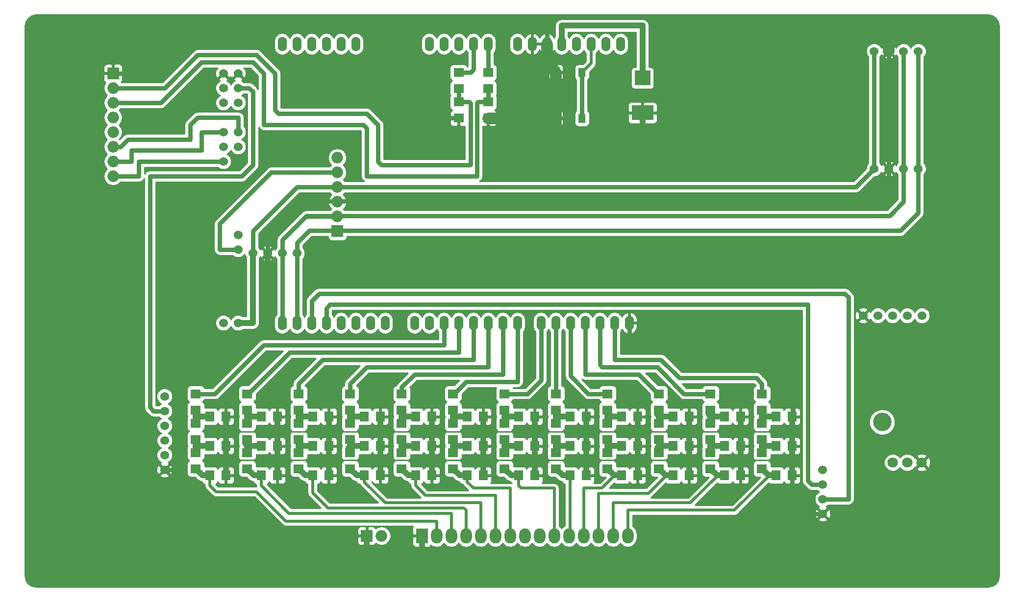
<source format=gbr>
G04 #@! TF.FileFunction,Copper,L1,Top,Signal*
%FSLAX46Y46*%
G04 Gerber Fmt 4.6, Leading zero omitted, Abs format (unit mm)*
G04 Created by KiCad (PCBNEW 4.0.6) date Mon Oct 30 10:13:18 2017*
%MOMM*%
%LPD*%
G01*
G04 APERTURE LIST*
%ADD10C,0.100000*%
%ADD11R,2.000000X2.600000*%
%ADD12O,2.000000X2.600000*%
%ADD13O,1.998980X1.998980*%
%ADD14R,1.998980X1.998980*%
%ADD15R,1.597660X1.798320*%
%ADD16R,1.798320X1.597660*%
%ADD17C,1.524000*%
%ADD18R,1.300000X1.550000*%
%ADD19O,1.524000X2.540000*%
%ADD20C,3.200000*%
%ADD21C,1.800000*%
%ADD22R,2.700020X2.550160*%
%ADD23R,3.799840X2.550160*%
%ADD24C,1.000000*%
%ADD25C,0.750000*%
%ADD26C,2.000000*%
%ADD27C,0.250000*%
%ADD28C,0.500000*%
%ADD29C,0.254000*%
G04 APERTURE END LIST*
D10*
D11*
X92710000Y-120015000D03*
D12*
X95250000Y-120015000D03*
X97790000Y-120015000D03*
X100330000Y-120015000D03*
X102870000Y-120015000D03*
X105410000Y-120015000D03*
X107950000Y-120015000D03*
X110490000Y-120015000D03*
X113030000Y-120015000D03*
X115570000Y-120015000D03*
X118110000Y-120015000D03*
X120650000Y-120015000D03*
X123190000Y-120015000D03*
X125730000Y-120015000D03*
X128270000Y-120015000D03*
D13*
X39370000Y-47625000D03*
D14*
X39370000Y-40005000D03*
D13*
X39370000Y-42545000D03*
X39370000Y-45085000D03*
X39370000Y-50165000D03*
X39370000Y-52705000D03*
X39370000Y-55245000D03*
X39370000Y-57785000D03*
D15*
X156657040Y-99377500D03*
X153857960Y-99377500D03*
X103317040Y-99377500D03*
X100517960Y-99377500D03*
X156657040Y-104457500D03*
X153857960Y-104457500D03*
X103317040Y-104457500D03*
X100517960Y-104457500D03*
X156657040Y-109537500D03*
X153857960Y-109537500D03*
X103317040Y-109537500D03*
X100517960Y-109537500D03*
X147767040Y-99377500D03*
X144967960Y-99377500D03*
X94427040Y-99377500D03*
X91627960Y-99377500D03*
X147767040Y-104457500D03*
X144967960Y-104457500D03*
X94427040Y-104457500D03*
X91627960Y-104457500D03*
X147767040Y-109537500D03*
X144967960Y-109537500D03*
X94427040Y-109537500D03*
X91627960Y-109537500D03*
X138877040Y-99377500D03*
X136077960Y-99377500D03*
X85537040Y-99377500D03*
X82737960Y-99377500D03*
X138877040Y-104457500D03*
X136077960Y-104457500D03*
X85537040Y-104457500D03*
X82737960Y-104457500D03*
X138877040Y-109537500D03*
X136077960Y-109537500D03*
X85537040Y-109537500D03*
X82737960Y-109537500D03*
X129987040Y-99377500D03*
X127187960Y-99377500D03*
X76647040Y-99377500D03*
X73847960Y-99377500D03*
X129987040Y-104457500D03*
X127187960Y-104457500D03*
X76647040Y-104457500D03*
X73847960Y-104457500D03*
X129987040Y-109537500D03*
X127187960Y-109537500D03*
X76647040Y-109537500D03*
X73847960Y-109537500D03*
X121097040Y-99377500D03*
X118297960Y-99377500D03*
X67757040Y-99377500D03*
X64957960Y-99377500D03*
X121097040Y-104457500D03*
X118297960Y-104457500D03*
X67757040Y-104457500D03*
X64957960Y-104457500D03*
X121097040Y-109537500D03*
X118297960Y-109537500D03*
X67757040Y-109537500D03*
X64957960Y-109537500D03*
X112207040Y-99377500D03*
X109407960Y-99377500D03*
X58867040Y-99377500D03*
X56067960Y-99377500D03*
X112207040Y-104457500D03*
X109407960Y-104457500D03*
X58867040Y-104457500D03*
X56067960Y-104457500D03*
X112207040Y-109537500D03*
X109407960Y-109537500D03*
X58867040Y-109537500D03*
X56067960Y-109537500D03*
D16*
X99060000Y-42674540D03*
X99060000Y-39875460D03*
X99060000Y-47754540D03*
X99060000Y-44955460D03*
X104140000Y-39875460D03*
X104140000Y-42674540D03*
X104140000Y-47754540D03*
X104140000Y-44955460D03*
X151447500Y-98237040D03*
X151447500Y-95437960D03*
X98107500Y-98237040D03*
X98107500Y-95437960D03*
X151447500Y-103317040D03*
X151447500Y-100517960D03*
X98107500Y-103317040D03*
X98107500Y-100517960D03*
X151447500Y-108397040D03*
X151447500Y-105597960D03*
X98107500Y-108397040D03*
X98107500Y-105597960D03*
X142557500Y-98237040D03*
X142557500Y-95437960D03*
X89217500Y-98237040D03*
X89217500Y-95437960D03*
X142557500Y-103317040D03*
X142557500Y-100517960D03*
X89217500Y-103317040D03*
X89217500Y-100517960D03*
X142557500Y-108397040D03*
X142557500Y-105597960D03*
X89217500Y-108397040D03*
X89217500Y-105597960D03*
X133667500Y-98237040D03*
X133667500Y-95437960D03*
X80327500Y-98237040D03*
X80327500Y-95437960D03*
X133667500Y-103317040D03*
X133667500Y-100517960D03*
X80327500Y-103317040D03*
X80327500Y-100517960D03*
X133667500Y-108397040D03*
X133667500Y-105597960D03*
X80327500Y-108397040D03*
X80327500Y-105597960D03*
X124777500Y-98237040D03*
X124777500Y-95437960D03*
X71437500Y-98237040D03*
X71437500Y-95437960D03*
X124777500Y-103317040D03*
X124777500Y-100517960D03*
X71437500Y-103317040D03*
X71437500Y-100517960D03*
X124777500Y-108397040D03*
X124777500Y-105597960D03*
X71437500Y-108397040D03*
X71437500Y-105597960D03*
X115887500Y-98237040D03*
X115887500Y-95437960D03*
X62547500Y-98237040D03*
X62547500Y-95437960D03*
X115887500Y-103317040D03*
X115887500Y-100517960D03*
X62547500Y-103317040D03*
X62547500Y-100517960D03*
X115887500Y-108397040D03*
X115887500Y-105597960D03*
X62547500Y-108397040D03*
X62547500Y-105597960D03*
X106997500Y-98237040D03*
X106997500Y-95437960D03*
X53657500Y-98237040D03*
X53657500Y-95437960D03*
X106997500Y-103317040D03*
X106997500Y-100517960D03*
X53657500Y-103317040D03*
X53657500Y-100517960D03*
X106997500Y-108397040D03*
X106997500Y-105597960D03*
X53657500Y-108397040D03*
X53657500Y-105597960D03*
D17*
X168910000Y-81915000D03*
X171450000Y-81915000D03*
X173990000Y-81915000D03*
X176530000Y-81915000D03*
X179070000Y-81915000D03*
X48260000Y-95885000D03*
X48260000Y-98425000D03*
X48260000Y-100965000D03*
X48260000Y-103505000D03*
X48260000Y-106045000D03*
X48260000Y-108585000D03*
X178435000Y-56515000D03*
X175895000Y-56515000D03*
X173355000Y-56515000D03*
X170815000Y-56515000D03*
X178435000Y-36195000D03*
X175895000Y-36195000D03*
X173355000Y-36195000D03*
X170815000Y-36195000D03*
X71120000Y-71120000D03*
X68580000Y-71120000D03*
X66040000Y-71120000D03*
X63500000Y-71120000D03*
X161925000Y-108585000D03*
X161925000Y-111125000D03*
X161925000Y-113665000D03*
X161925000Y-116205000D03*
D18*
X120360000Y-47795000D03*
X115860000Y-47795000D03*
X115860000Y-39835000D03*
X120360000Y-39835000D03*
D13*
X78105000Y-59690000D03*
D14*
X78105000Y-67310000D03*
D13*
X78105000Y-64770000D03*
X78105000Y-62230000D03*
X78105000Y-57150000D03*
X78105000Y-54610000D03*
X85725000Y-120015000D03*
D14*
X83185000Y-120015000D03*
D19*
X86360000Y-83185000D03*
X83820000Y-83185000D03*
X81280000Y-83185000D03*
X78740000Y-83185000D03*
X76200000Y-83185000D03*
X73660000Y-83185000D03*
X71120000Y-83185000D03*
X68580000Y-83185000D03*
X68580000Y-34925000D03*
X71120000Y-34925000D03*
X81280000Y-34925000D03*
X78740000Y-34925000D03*
X76200000Y-34925000D03*
X73660000Y-34925000D03*
X93980000Y-34925000D03*
X96520000Y-34925000D03*
X104140000Y-34925000D03*
X101600000Y-34925000D03*
X99060000Y-34925000D03*
X109220000Y-34925000D03*
X111760000Y-34925000D03*
X114300000Y-34925000D03*
X119380000Y-34925000D03*
X121920000Y-34925000D03*
X91440000Y-83185000D03*
X93980000Y-83185000D03*
X96520000Y-83185000D03*
X99060000Y-83185000D03*
X101600000Y-83185000D03*
X104140000Y-83185000D03*
X106680000Y-83185000D03*
X109220000Y-83185000D03*
X113284000Y-83185000D03*
X115824000Y-83185000D03*
X118364000Y-83185000D03*
X120904000Y-83185000D03*
X123444000Y-83185000D03*
X125984000Y-83185000D03*
X128524000Y-83185000D03*
X116840000Y-34925000D03*
D17*
X60960000Y-83185000D03*
X58420000Y-83185000D03*
X58420000Y-55245000D03*
X60960000Y-52705000D03*
X58420000Y-52705000D03*
X60960000Y-50165000D03*
X58420000Y-50165000D03*
X60960000Y-45085000D03*
X58420000Y-45085000D03*
X60960000Y-42545000D03*
X58420000Y-42545000D03*
X60960000Y-40005000D03*
X58420000Y-40005000D03*
D19*
X124460000Y-34925000D03*
X127000000Y-34925000D03*
D17*
X60960000Y-67945000D03*
X60960000Y-70485000D03*
D20*
X172230000Y-100330000D03*
D21*
X176530000Y-107330000D03*
X174030000Y-107330000D03*
X179030000Y-107330000D03*
D22*
X130810000Y-40815260D03*
D23*
X130810000Y-46814740D03*
D24*
X130810000Y-46814740D02*
X130810000Y-56515000D01*
D25*
X99060000Y-47754540D02*
X96649540Y-47754540D01*
X90170000Y-38735000D02*
X90170000Y-31750000D01*
X92710000Y-38735000D02*
X90170000Y-38735000D01*
X93345000Y-39370000D02*
X92710000Y-38735000D01*
X93345000Y-44450000D02*
X93345000Y-39370000D01*
X96649540Y-47754540D02*
X93345000Y-44450000D01*
X170815000Y-62103000D02*
X170942000Y-62103000D01*
X170942000Y-62103000D02*
X173355000Y-59690000D01*
X50800000Y-108585000D02*
X50800000Y-114935000D01*
X83185000Y-125095000D02*
X83185000Y-120015000D01*
X73025000Y-125095000D02*
X83185000Y-125095000D01*
X62865000Y-114935000D02*
X73025000Y-125095000D01*
X50800000Y-114935000D02*
X62865000Y-114935000D01*
D26*
X173355000Y-36195000D02*
X173355000Y-33020000D01*
X115860000Y-56170000D02*
X116205000Y-56515000D01*
X116205000Y-56515000D02*
X130810000Y-56515000D01*
X130810000Y-56515000D02*
X163195000Y-56515000D01*
X163195000Y-56515000D02*
X167005000Y-52705000D01*
X167005000Y-52705000D02*
X167005000Y-33655000D01*
X167005000Y-33655000D02*
X167640000Y-33020000D01*
X167640000Y-33020000D02*
X173355000Y-33020000D01*
X115860000Y-56170000D02*
X115860000Y-47795000D01*
D24*
X92710000Y-120015000D02*
X92710000Y-123190000D01*
X92710000Y-123190000D02*
X83185000Y-123190000D01*
X83185000Y-123190000D02*
X83185000Y-120015000D01*
D25*
X66040000Y-71120000D02*
X66040000Y-67945000D01*
X66040000Y-67945000D02*
X71882000Y-62103000D01*
X71882000Y-62103000D02*
X77978000Y-62103000D01*
X77978000Y-62103000D02*
X78105000Y-62230000D01*
X53340000Y-31750000D02*
X90170000Y-31750000D01*
X90170000Y-31750000D02*
X114300000Y-31750000D01*
X45085000Y-40005000D02*
X53340000Y-31750000D01*
X39370000Y-40005000D02*
X45085000Y-40005000D01*
X114300000Y-31750000D02*
X114300000Y-34925000D01*
X104140000Y-47754540D02*
X104180460Y-47795000D01*
D26*
X104180460Y-47795000D02*
X115860000Y-47795000D01*
D25*
X48260000Y-108585000D02*
X50800000Y-108585000D01*
X156657040Y-109537500D02*
X156657040Y-115382040D01*
X157480000Y-116205000D02*
X161925000Y-116205000D01*
X156657040Y-115382040D02*
X157480000Y-116205000D01*
X173355000Y-56515000D02*
X173355000Y-36195000D01*
X93345000Y-62103000D02*
X170815000Y-62103000D01*
X71882000Y-62103000D02*
X66040000Y-67945000D01*
X93345000Y-62103000D02*
X71882000Y-62103000D01*
X173355000Y-59690000D02*
X173355000Y-56515000D01*
D27*
X147701000Y-101981000D02*
X156657040Y-101981000D01*
X156657040Y-101981000D02*
X156591000Y-101981000D01*
X156591000Y-101981000D02*
X156657040Y-101981000D01*
X138811000Y-101981000D02*
X147767040Y-101981000D01*
X147767040Y-101981000D02*
X147701000Y-101981000D01*
X147701000Y-101981000D02*
X147767040Y-101981000D01*
X129921000Y-101981000D02*
X138877040Y-101981000D01*
X138877040Y-101981000D02*
X138811000Y-101981000D01*
X138811000Y-101981000D02*
X138877040Y-101981000D01*
X121031000Y-101981000D02*
X121097040Y-101981000D01*
X121097040Y-101981000D02*
X129921000Y-101981000D01*
X129921000Y-101981000D02*
X129987040Y-101981000D01*
X129987040Y-101981000D02*
X130175000Y-101981000D01*
X130175000Y-101981000D02*
X129987040Y-101981000D01*
X112207040Y-101981000D02*
X121097040Y-101981000D01*
X121031000Y-101981000D02*
X121097040Y-101981000D01*
X112141000Y-101981000D02*
X112207040Y-101981000D01*
X103251000Y-101981000D02*
X112207040Y-101981000D01*
X112141000Y-101981000D02*
X112207040Y-101981000D01*
X94361000Y-101981000D02*
X103317040Y-101981000D01*
X103317040Y-101981000D02*
X103251000Y-101981000D01*
X103251000Y-101981000D02*
X103317040Y-101981000D01*
X85471000Y-101981000D02*
X94361000Y-101981000D01*
X94361000Y-101981000D02*
X94427040Y-101981000D01*
X76647040Y-101981000D02*
X85471000Y-101981000D01*
X85471000Y-101981000D02*
X85537040Y-101981000D01*
X85471000Y-102235000D02*
X85537040Y-102235000D01*
X85471000Y-102047040D02*
X85471000Y-102235000D01*
X85537040Y-101981000D02*
X85471000Y-102047040D01*
X76581000Y-101981000D02*
X76647040Y-101981000D01*
X59055000Y-101981000D02*
X76647040Y-101981000D01*
X76581000Y-101981000D02*
X76647040Y-101981000D01*
X67757040Y-101981000D02*
X58867040Y-101981000D01*
X58867040Y-101981000D02*
X59055000Y-101981000D01*
X59055000Y-101981000D02*
X58867040Y-101981000D01*
D24*
X66040000Y-85090000D02*
X66040000Y-71120000D01*
X64135000Y-85090000D02*
X66040000Y-85090000D01*
X56515000Y-92710000D02*
X64135000Y-85090000D01*
X50800000Y-92710000D02*
X56515000Y-92710000D01*
X50800000Y-108585000D02*
X50800000Y-92710000D01*
D26*
X114300000Y-34925000D02*
X114300000Y-38275000D01*
X114300000Y-38275000D02*
X115860000Y-39835000D01*
D25*
X156845000Y-99189540D02*
X156845000Y-97155000D01*
X153670000Y-93980000D02*
X156845000Y-97155000D01*
X134620000Y-88265000D02*
X137795000Y-91440000D01*
X128524000Y-88011000D02*
X128778000Y-88265000D01*
X128778000Y-88265000D02*
X134620000Y-88265000D01*
X128524000Y-88011000D02*
X128524000Y-83185000D01*
X137795000Y-91440000D02*
X153670000Y-91440000D01*
X153670000Y-91440000D02*
X153670000Y-93980000D01*
X156845000Y-99189540D02*
X156657040Y-99377500D01*
D26*
X115860000Y-47795000D02*
X115860000Y-39835000D01*
D25*
X115860000Y-39835000D02*
X115395000Y-39370000D01*
X92710000Y-120015000D02*
X92710000Y-120015000D01*
D27*
X67818000Y-106934000D02*
X58867040Y-106934000D01*
X58867040Y-106934000D02*
X58928000Y-106934000D01*
X58928000Y-106934000D02*
X58867040Y-106934000D01*
X76708000Y-106934000D02*
X67757040Y-106934000D01*
X67757040Y-106934000D02*
X67818000Y-106934000D01*
X67818000Y-106934000D02*
X67757040Y-106934000D01*
X85598000Y-106934000D02*
X76647040Y-106934000D01*
X76647040Y-106934000D02*
X76708000Y-106934000D01*
X76708000Y-106934000D02*
X76647040Y-106934000D01*
X94488000Y-106934000D02*
X85598000Y-106934000D01*
X85598000Y-106934000D02*
X85537040Y-106934000D01*
X85537040Y-106934000D02*
X85344000Y-106934000D01*
X85344000Y-106934000D02*
X85537040Y-106934000D01*
X103378000Y-106934000D02*
X94427040Y-106934000D01*
X94427040Y-106934000D02*
X94488000Y-106934000D01*
X94488000Y-106934000D02*
X94427040Y-106934000D01*
X112268000Y-106934000D02*
X103317040Y-106934000D01*
X103317040Y-106934000D02*
X103378000Y-106934000D01*
X103378000Y-106934000D02*
X103317040Y-106934000D01*
X121158000Y-106934000D02*
X112207040Y-106934000D01*
X112207040Y-106934000D02*
X112268000Y-106934000D01*
X112268000Y-106934000D02*
X112207040Y-106934000D01*
X130048000Y-106934000D02*
X121097040Y-106934000D01*
X121097040Y-106934000D02*
X121158000Y-106934000D01*
X121158000Y-106934000D02*
X121097040Y-106934000D01*
X138877040Y-106934000D02*
X129987040Y-106934000D01*
X129987040Y-106934000D02*
X130048000Y-106934000D01*
X130048000Y-106934000D02*
X129987040Y-106934000D01*
X147828000Y-106934000D02*
X138877040Y-106934000D01*
X138877040Y-106934000D02*
X138938000Y-106934000D01*
X138938000Y-106934000D02*
X138877040Y-106934000D01*
X156657040Y-106934000D02*
X147767040Y-106934000D01*
X147767040Y-106934000D02*
X147828000Y-106934000D01*
X147828000Y-106934000D02*
X147767040Y-106934000D01*
D24*
X58867040Y-104457500D02*
X58867040Y-101981000D01*
X58867040Y-101981000D02*
X58867040Y-101981000D01*
X58867040Y-101981000D02*
X58867040Y-99377500D01*
X58867040Y-109537500D02*
X58867040Y-106934000D01*
X58867040Y-106934000D02*
X58867040Y-104457500D01*
X67757040Y-104457500D02*
X67757040Y-101981000D01*
X67757040Y-101981000D02*
X67757040Y-99377500D01*
X67757040Y-109537500D02*
X67757040Y-106934000D01*
X67757040Y-106934000D02*
X67757040Y-104457500D01*
X76647040Y-104457500D02*
X76647040Y-101981000D01*
X76647040Y-101981000D02*
X76647040Y-99377500D01*
X76647040Y-109537500D02*
X76647040Y-106934000D01*
X76647040Y-106934000D02*
X76647040Y-104457500D01*
X85537040Y-99377500D02*
X85537040Y-102235000D01*
X85537040Y-102235000D02*
X85537040Y-104457500D01*
X85537040Y-109537500D02*
X85537040Y-106934000D01*
X85537040Y-106934000D02*
X85537040Y-104457500D01*
X94427040Y-104457500D02*
X94427040Y-101981000D01*
X94427040Y-101981000D02*
X94427040Y-99377500D01*
X94427040Y-109537500D02*
X94427040Y-106934000D01*
X94427040Y-106934000D02*
X94427040Y-104457500D01*
X103317040Y-104457500D02*
X103317040Y-101981000D01*
X103317040Y-101981000D02*
X103317040Y-99377500D01*
X103317040Y-109537500D02*
X103317040Y-106934000D01*
X103317040Y-106934000D02*
X103317040Y-104457500D01*
X112207040Y-104457500D02*
X112207040Y-101981000D01*
X112207040Y-101981000D02*
X112207040Y-99377500D01*
X112207040Y-109537500D02*
X112207040Y-106934000D01*
X112207040Y-106934000D02*
X112207040Y-104457500D01*
X121097040Y-99377500D02*
X121097040Y-101981000D01*
X121097040Y-101981000D02*
X121097040Y-104457500D01*
X121097040Y-109537500D02*
X121097040Y-106934000D01*
X121097040Y-106934000D02*
X121097040Y-104457500D01*
X129987040Y-99377500D02*
X129987040Y-101981000D01*
X129987040Y-101981000D02*
X129987040Y-104457500D01*
X129987040Y-109537500D02*
X129987040Y-106934000D01*
X129987040Y-106934000D02*
X129987040Y-104457500D01*
X138877040Y-104457500D02*
X138877040Y-106934000D01*
X138877040Y-106934000D02*
X138877040Y-109537500D01*
X138877040Y-104457500D02*
X138877040Y-101981000D01*
X138877040Y-101981000D02*
X138877040Y-99377500D01*
X147767040Y-104457500D02*
X147767040Y-101981000D01*
X147767040Y-101981000D02*
X147767040Y-99377500D01*
X147767040Y-109537500D02*
X147767040Y-106934000D01*
X147767040Y-106934000D02*
X147767040Y-104457500D01*
X156657040Y-104457500D02*
X156657040Y-101981000D01*
X156657040Y-101981000D02*
X156657040Y-99377500D01*
X156657040Y-109537500D02*
X156657040Y-106934000D01*
X156657040Y-106934000D02*
X156657040Y-104457500D01*
X130810000Y-31750000D02*
X116840000Y-31750000D01*
X130810000Y-40815260D02*
X130810000Y-31750000D01*
X116840000Y-31750000D02*
X116840000Y-34925000D01*
D25*
X78105000Y-59690000D02*
X167640000Y-59690000D01*
X167640000Y-59690000D02*
X170815000Y-56515000D01*
X63500000Y-71120000D02*
X63500000Y-67310000D01*
X71120000Y-59690000D02*
X78105000Y-59690000D01*
X63500000Y-67310000D02*
X71120000Y-59690000D01*
X170815000Y-56515000D02*
X170815000Y-36195000D01*
D24*
X63500000Y-71120000D02*
X63500000Y-83185000D01*
X63500000Y-83185000D02*
X60960000Y-83185000D01*
D25*
X39370000Y-42545000D02*
X48260000Y-42545000D01*
X100835460Y-44955460D02*
X99060000Y-44955460D01*
X101084998Y-45204998D02*
X100835460Y-44955460D01*
X101084998Y-55760002D02*
X101084998Y-45204998D01*
X100965000Y-55880000D02*
X101084998Y-55760002D01*
X85725000Y-55880000D02*
X100965000Y-55880000D01*
X85090000Y-55245000D02*
X85725000Y-55880000D01*
X85090000Y-48895000D02*
X85090000Y-55245000D01*
X83185000Y-46990000D02*
X85090000Y-48895000D01*
X67945000Y-46990000D02*
X83185000Y-46990000D01*
X67310000Y-46355000D02*
X67945000Y-46990000D01*
X67310000Y-40005000D02*
X67310000Y-46355000D01*
X64135000Y-36830000D02*
X67310000Y-40005000D01*
X53975000Y-36830000D02*
X64135000Y-36830000D01*
X48260000Y-42545000D02*
X53975000Y-36830000D01*
X99060000Y-42674540D02*
X99060000Y-44955460D01*
X65405000Y-48895000D02*
X65405000Y-40005000D01*
X102364540Y-44955460D02*
X102235000Y-45085000D01*
X102235000Y-45085000D02*
X102235000Y-57785000D01*
X102235000Y-57785000D02*
X97790000Y-57785000D01*
X97790000Y-57785000D02*
X83185000Y-57785000D01*
X83185000Y-57785000D02*
X83185000Y-49530000D01*
X83185000Y-49530000D02*
X82550000Y-48895000D01*
X82550000Y-48895000D02*
X65405000Y-48895000D01*
X104140000Y-44955460D02*
X102364540Y-44955460D01*
X47625000Y-45085000D02*
X39370000Y-45085000D01*
X54610000Y-38100000D02*
X47625000Y-45085000D01*
X63500000Y-38100000D02*
X54610000Y-38100000D01*
X65405000Y-40005000D02*
X63500000Y-38100000D01*
X104140000Y-42674540D02*
X104140000Y-44955460D01*
X39370000Y-52705000D02*
X40640000Y-52705000D01*
X41910000Y-51435000D02*
X40640000Y-52705000D01*
X42545000Y-51435000D02*
X52705000Y-51435000D01*
X53975000Y-47625000D02*
X52705000Y-48895000D01*
X52705000Y-48895000D02*
X52705000Y-51435000D01*
X60960000Y-47625000D02*
X60960000Y-50165000D01*
X60960000Y-47625000D02*
X53975000Y-47625000D01*
X42545000Y-51435000D02*
X41910000Y-51435000D01*
X39370000Y-55245000D02*
X42545000Y-55245000D01*
X54610000Y-50165000D02*
X58420000Y-50165000D01*
X54610000Y-53340000D02*
X54610000Y-50165000D01*
X42545000Y-53340000D02*
X54610000Y-53340000D01*
X42545000Y-55245000D02*
X42545000Y-53340000D01*
X39370000Y-57785000D02*
X43815000Y-57785000D01*
X43815000Y-55245000D02*
X58420000Y-55245000D01*
X43815000Y-57785000D02*
X43815000Y-55245000D01*
D24*
X153857960Y-99377500D02*
X151447500Y-99377500D01*
X151765000Y-99060000D02*
X151447500Y-99060000D01*
X151447500Y-99377500D02*
X151765000Y-99060000D01*
X151447500Y-100517960D02*
X151447500Y-99060000D01*
X151447500Y-99060000D02*
X151447500Y-98237040D01*
X100517960Y-99377500D02*
X98107500Y-99377500D01*
X98425000Y-99695000D02*
X98107500Y-99695000D01*
X98107500Y-99377500D02*
X98425000Y-99695000D01*
X98107500Y-100517960D02*
X98107500Y-99695000D01*
X98107500Y-99695000D02*
X98107500Y-98237040D01*
X153857960Y-104457500D02*
X151447500Y-104457500D01*
X151447500Y-105597960D02*
X151447500Y-104457500D01*
X151447500Y-104457500D02*
X151447500Y-103317040D01*
X100517960Y-104457500D02*
X98107500Y-104457500D01*
X98425000Y-104775000D02*
X98107500Y-104775000D01*
X98107500Y-104457500D02*
X98425000Y-104775000D01*
X98107500Y-105597960D02*
X98107500Y-104775000D01*
X98107500Y-104775000D02*
X98107500Y-103317040D01*
D28*
X152587960Y-109537500D02*
X152587960Y-109667040D01*
X128270000Y-115570000D02*
X128270000Y-120015000D01*
X146685000Y-115570000D02*
X128270000Y-115570000D01*
X152587960Y-109667040D02*
X146685000Y-115570000D01*
D24*
X153857960Y-109537500D02*
X152587960Y-109537500D01*
X152587960Y-109537500D02*
X151447500Y-108397040D01*
D28*
X100517960Y-109537500D02*
X100517960Y-110677960D01*
X107950000Y-111760000D02*
X107950000Y-120015000D01*
X101600000Y-111760000D02*
X107950000Y-111760000D01*
X100517960Y-110677960D02*
X101600000Y-111760000D01*
D24*
X100517960Y-109537500D02*
X99247960Y-109537500D01*
X99247960Y-109537500D02*
X98107500Y-108397040D01*
X144967960Y-99377500D02*
X142557500Y-99377500D01*
X142240000Y-99060000D02*
X142557500Y-99060000D01*
X142557500Y-99377500D02*
X142240000Y-99060000D01*
X142557500Y-100517960D02*
X142557500Y-99060000D01*
X142557500Y-99060000D02*
X142557500Y-98237040D01*
X91627960Y-99377500D02*
X89217500Y-99377500D01*
X89535000Y-99695000D02*
X89217500Y-99695000D01*
X89217500Y-99377500D02*
X89535000Y-99695000D01*
X89217500Y-100517960D02*
X89217500Y-99695000D01*
X89217500Y-99695000D02*
X89217500Y-98237040D01*
X144967960Y-104457500D02*
X142557500Y-104457500D01*
X142875000Y-104775000D02*
X142557500Y-104775000D01*
X142557500Y-104457500D02*
X142875000Y-104775000D01*
X142557500Y-105597960D02*
X142557500Y-104775000D01*
X142557500Y-104775000D02*
X142557500Y-103317040D01*
X91627960Y-104457500D02*
X89217500Y-104457500D01*
X89535000Y-104775000D02*
X89217500Y-104775000D01*
X89217500Y-104457500D02*
X89535000Y-104775000D01*
X89217500Y-105597960D02*
X89217500Y-104775000D01*
X89217500Y-104775000D02*
X89217500Y-103317040D01*
D28*
X143697960Y-109537500D02*
X143697960Y-109667040D01*
X125730000Y-114300000D02*
X125730000Y-120015000D01*
X139065000Y-114300000D02*
X125730000Y-114300000D01*
X143697960Y-109667040D02*
X139065000Y-114300000D01*
D24*
X144967960Y-109537500D02*
X143697960Y-109537500D01*
X143697960Y-109537500D02*
X142557500Y-108397040D01*
D28*
X91627960Y-109537500D02*
X91627960Y-111312960D01*
X105410000Y-113030000D02*
X105410000Y-120015000D01*
X93345000Y-113030000D02*
X105410000Y-113030000D01*
X91627960Y-111312960D02*
X93345000Y-113030000D01*
D24*
X91627960Y-109537500D02*
X90357960Y-109537500D01*
X90357960Y-109537500D02*
X89217500Y-108397040D01*
X136077960Y-99377500D02*
X133667500Y-99377500D01*
X133350000Y-99060000D02*
X133667500Y-99060000D01*
X133667500Y-99377500D02*
X133350000Y-99060000D01*
X133667500Y-100517960D02*
X133667500Y-99060000D01*
X133667500Y-99060000D02*
X133667500Y-98237040D01*
X82737960Y-99377500D02*
X80327500Y-99377500D01*
X80645000Y-99060000D02*
X80327500Y-99060000D01*
X80327500Y-99377500D02*
X80645000Y-99060000D01*
X80327500Y-100517960D02*
X80327500Y-99060000D01*
X80327500Y-99060000D02*
X80327500Y-98237040D01*
X136077960Y-104457500D02*
X133667500Y-104457500D01*
X133350000Y-104775000D02*
X133667500Y-104775000D01*
X133667500Y-104457500D02*
X133350000Y-104775000D01*
X133667500Y-105597960D02*
X133667500Y-104775000D01*
X133667500Y-104775000D02*
X133667500Y-103317040D01*
X82737960Y-104457500D02*
X80327500Y-104457500D01*
X80010000Y-104775000D02*
X80327500Y-104775000D01*
X80327500Y-104457500D02*
X80010000Y-104775000D01*
X80327500Y-105597960D02*
X80327500Y-104775000D01*
X80327500Y-104775000D02*
X80327500Y-103317040D01*
D28*
X134807960Y-109537500D02*
X134807960Y-109667040D01*
X123190000Y-112660002D02*
X123190000Y-120015000D01*
X131814998Y-112660002D02*
X123190000Y-112660002D01*
X134807960Y-109667040D02*
X131814998Y-112660002D01*
D24*
X136077960Y-109537500D02*
X134807960Y-109537500D01*
X134807960Y-109537500D02*
X133667500Y-108397040D01*
D28*
X82737960Y-109537500D02*
X82737960Y-110677960D01*
X102870000Y-114300000D02*
X102870000Y-120015000D01*
X86360000Y-114300000D02*
X102870000Y-114300000D01*
X82737960Y-110677960D02*
X86360000Y-114300000D01*
D24*
X82737960Y-109537500D02*
X81467960Y-109537500D01*
X81467960Y-109537500D02*
X80327500Y-108397040D01*
X127187960Y-99377500D02*
X124777500Y-99377500D01*
X125095000Y-99060000D02*
X124777500Y-99060000D01*
X124777500Y-99377500D02*
X125095000Y-99060000D01*
X124777500Y-100517960D02*
X124777500Y-99060000D01*
X124777500Y-99060000D02*
X124777500Y-98237040D01*
X73847960Y-99377500D02*
X71437500Y-99377500D01*
X71755000Y-99695000D02*
X71437500Y-99695000D01*
X71437500Y-99377500D02*
X71755000Y-99695000D01*
X71437500Y-100517960D02*
X71437500Y-99695000D01*
X71437500Y-99695000D02*
X71437500Y-98237040D01*
X127187960Y-104457500D02*
X124777500Y-104457500D01*
X125095000Y-104140000D02*
X124777500Y-104140000D01*
X124777500Y-104457500D02*
X125095000Y-104140000D01*
X124777500Y-103317040D02*
X124777500Y-104140000D01*
X124777500Y-104140000D02*
X124777500Y-105597960D01*
X73847960Y-104457500D02*
X71437500Y-104457500D01*
X71755000Y-104775000D02*
X71437500Y-104775000D01*
X71437500Y-104457500D02*
X71755000Y-104775000D01*
X71437500Y-105597960D02*
X71437500Y-104775000D01*
X71437500Y-104775000D02*
X71437500Y-103317040D01*
D28*
X127187960Y-109537500D02*
X126047500Y-109537500D01*
X120650000Y-111760000D02*
X120650000Y-120015000D01*
X123825000Y-111760000D02*
X120650000Y-111760000D01*
X126047500Y-109537500D02*
X123825000Y-111760000D01*
D24*
X127187960Y-109537500D02*
X125917960Y-109537500D01*
X125917960Y-109537500D02*
X124777500Y-108397040D01*
D28*
X73847960Y-109537500D02*
X73847960Y-112582960D01*
X100330000Y-115570000D02*
X100330000Y-120015000D01*
X99960002Y-115200002D02*
X100330000Y-115570000D01*
X76465002Y-115200002D02*
X99960002Y-115200002D01*
X73847960Y-112582960D02*
X76465002Y-115200002D01*
D24*
X73847960Y-109537500D02*
X72577960Y-109537500D01*
X72577960Y-109537500D02*
X71437500Y-108397040D01*
X118297960Y-99377500D02*
X115887500Y-99377500D01*
X116205000Y-99695000D02*
X115887500Y-99695000D01*
X115887500Y-99377500D02*
X116205000Y-99695000D01*
X115887500Y-100517960D02*
X115887500Y-99695000D01*
X115887500Y-99695000D02*
X115887500Y-98237040D01*
X64957960Y-99377500D02*
X62547500Y-99377500D01*
X62865000Y-99695000D02*
X62547500Y-99695000D01*
X62547500Y-99377500D02*
X62865000Y-99695000D01*
X62547500Y-100517960D02*
X62547500Y-99695000D01*
X62547500Y-99695000D02*
X62547500Y-98237040D01*
X118297960Y-104457500D02*
X115887500Y-104457500D01*
X116205000Y-104775000D02*
X115887500Y-104775000D01*
X115887500Y-104457500D02*
X116205000Y-104775000D01*
X115887500Y-105597960D02*
X115887500Y-104775000D01*
X115887500Y-104775000D02*
X115887500Y-103317040D01*
X64957960Y-104457500D02*
X62547500Y-104457500D01*
X62230000Y-104140000D02*
X62547500Y-104140000D01*
X62547500Y-104457500D02*
X62230000Y-104140000D01*
X62547500Y-105597960D02*
X62547500Y-104140000D01*
X62547500Y-104140000D02*
X62547500Y-103317040D01*
D28*
X118297960Y-109537500D02*
X118297960Y-119827040D01*
X118297960Y-119827040D02*
X118110000Y-120015000D01*
D24*
X118297960Y-109537500D02*
X117027960Y-109537500D01*
X117027960Y-109537500D02*
X115887500Y-108397040D01*
D28*
X64957960Y-109537500D02*
X64957960Y-111312960D01*
X97790000Y-116100004D02*
X97790000Y-120015000D01*
X69745004Y-116100004D02*
X97790000Y-116100004D01*
X64957960Y-111312960D02*
X69745004Y-116100004D01*
D24*
X64957960Y-109537500D02*
X63687960Y-109537500D01*
X63687960Y-109537500D02*
X62547500Y-108397040D01*
X109407960Y-99377500D02*
X106997500Y-99377500D01*
X107315000Y-99695000D02*
X106997500Y-99695000D01*
X106997500Y-99377500D02*
X107315000Y-99695000D01*
X106997500Y-100517960D02*
X106997500Y-99695000D01*
X106997500Y-99695000D02*
X106997500Y-98237040D01*
X56067960Y-99377500D02*
X53657500Y-99377500D01*
X53975000Y-99060000D02*
X53657500Y-99060000D01*
X53657500Y-99377500D02*
X53975000Y-99060000D01*
X53657500Y-100517960D02*
X53657500Y-99060000D01*
X53657500Y-99060000D02*
X53657500Y-98237040D01*
X109407960Y-104457500D02*
X106997500Y-104457500D01*
X107315000Y-104775000D02*
X106997500Y-104775000D01*
X106997500Y-104457500D02*
X107315000Y-104775000D01*
X106997500Y-105597960D02*
X106997500Y-104775000D01*
X106997500Y-104775000D02*
X106997500Y-103317040D01*
X56067960Y-104457500D02*
X53657500Y-104457500D01*
X53975000Y-104775000D02*
X53657500Y-104775000D01*
X53657500Y-104457500D02*
X53975000Y-104775000D01*
X53657500Y-105597960D02*
X53657500Y-104775000D01*
X53657500Y-104775000D02*
X53657500Y-103317040D01*
D28*
X109407960Y-109537500D02*
X109407960Y-111312960D01*
X115570000Y-111760000D02*
X115570000Y-120015000D01*
X109855000Y-111760000D02*
X115570000Y-111760000D01*
X109407960Y-111312960D02*
X109855000Y-111760000D01*
D24*
X109407960Y-109537500D02*
X108137960Y-109537500D01*
X108137960Y-109537500D02*
X106997500Y-108397040D01*
D28*
X95250000Y-120015000D02*
X95250000Y-117475000D01*
X56067960Y-111312960D02*
X56067960Y-109537500D01*
X56067960Y-111312960D02*
X57150000Y-112395000D01*
X57150000Y-112395000D02*
X64135000Y-112395000D01*
X64135000Y-112395000D02*
X69215000Y-117475000D01*
X69215000Y-117475000D02*
X95250000Y-117475000D01*
D24*
X56067960Y-109537500D02*
X54797960Y-109537500D01*
X54797960Y-109537500D02*
X53657500Y-108397040D01*
D25*
X101094540Y-39875460D02*
X99060000Y-39875460D01*
X101600000Y-39370000D02*
X101094540Y-39875460D01*
X101600000Y-34925000D02*
X101600000Y-39370000D01*
X104140000Y-39875460D02*
X104140000Y-34925000D01*
X125984000Y-83185000D02*
X125984000Y-89535000D01*
X125984000Y-89535000D02*
X126365000Y-89535000D01*
X151447500Y-95437960D02*
X151447500Y-93662500D01*
X151447500Y-93662500D02*
X150495000Y-92710000D01*
X150495000Y-92710000D02*
X137160000Y-92710000D01*
X137160000Y-92710000D02*
X133985000Y-89535000D01*
X133985000Y-89535000D02*
X126365000Y-89535000D01*
D28*
X151447500Y-95437960D02*
X151317960Y-95437960D01*
D25*
X98107500Y-95437960D02*
X98237040Y-95437960D01*
X98237040Y-95437960D02*
X100330000Y-93345000D01*
X109220000Y-93345000D02*
X109220000Y-83185000D01*
X100330000Y-93345000D02*
X109220000Y-93345000D01*
D28*
X98107500Y-95437960D02*
X98107500Y-94932500D01*
D25*
X142557500Y-95437960D02*
X137982960Y-95437960D01*
X123444000Y-90424000D02*
X123444000Y-83185000D01*
X123825000Y-90805000D02*
X123444000Y-90424000D01*
X133350000Y-90805000D02*
X123825000Y-90805000D01*
X137982960Y-95437960D02*
X133350000Y-90805000D01*
D28*
X142557500Y-95437960D02*
X142427960Y-95437960D01*
D25*
X89217500Y-95437960D02*
X89217500Y-94297500D01*
X106680000Y-92075000D02*
X106680000Y-83185000D01*
X91440000Y-92075000D02*
X106680000Y-92075000D01*
X89217500Y-94297500D02*
X91440000Y-92075000D01*
D28*
X89217500Y-95437960D02*
X89347040Y-95437960D01*
D25*
X120904000Y-83185000D02*
X120904000Y-92075000D01*
X120904000Y-92075000D02*
X121285000Y-92075000D01*
X133667500Y-95437960D02*
X133537960Y-95437960D01*
X133537960Y-95437960D02*
X130175000Y-92075000D01*
X130175000Y-92075000D02*
X121285000Y-92075000D01*
X80327500Y-95437960D02*
X80327500Y-93662500D01*
X104140000Y-90805000D02*
X104140000Y-83185000D01*
X83185000Y-90805000D02*
X104140000Y-90805000D01*
X80327500Y-93662500D02*
X83185000Y-90805000D01*
D28*
X80327500Y-95437960D02*
X80457040Y-95437960D01*
D25*
X124777500Y-95437960D02*
X121472960Y-95437960D01*
X118364000Y-92329000D02*
X118364000Y-83185000D01*
X121472960Y-95437960D02*
X118364000Y-92329000D01*
D28*
X124777500Y-95437960D02*
X124647960Y-95437960D01*
D25*
X71437500Y-95437960D02*
X71437500Y-93662500D01*
X101600000Y-89535000D02*
X101600000Y-83185000D01*
X75565000Y-89535000D02*
X101600000Y-89535000D01*
X71437500Y-93662500D02*
X75565000Y-89535000D01*
D28*
X71437500Y-95437960D02*
X71567040Y-95437960D01*
D25*
X115887500Y-95437960D02*
X115887500Y-83248500D01*
X115887500Y-83248500D02*
X115824000Y-83185000D01*
D28*
X115887500Y-95437960D02*
X115887500Y-94932500D01*
D25*
X62547500Y-95437960D02*
X62677040Y-95437960D01*
X62677040Y-95437960D02*
X69850000Y-88265000D01*
X99060000Y-88265000D02*
X99060000Y-83185000D01*
X69850000Y-88265000D02*
X99060000Y-88265000D01*
X106997500Y-95437960D02*
X110937040Y-95437960D01*
X113284000Y-93091000D02*
X113284000Y-83185000D01*
X110937040Y-95437960D02*
X113284000Y-93091000D01*
X96520000Y-83185000D02*
X96520000Y-86995000D01*
X56962040Y-95437960D02*
X65405000Y-86995000D01*
X65405000Y-86995000D02*
X96520000Y-86995000D01*
X56962040Y-95437960D02*
X53657500Y-95437960D01*
D28*
X53657500Y-95437960D02*
X53787040Y-95437960D01*
D25*
X161925000Y-111125000D02*
X160020000Y-111125000D01*
X76200000Y-80645000D02*
X76835000Y-80010000D01*
X76200000Y-80645000D02*
X76200000Y-83185000D01*
X159385000Y-80010000D02*
X76835000Y-80010000D01*
X159385000Y-110490000D02*
X159385000Y-80010000D01*
X160020000Y-111125000D02*
X159385000Y-110490000D01*
X161925000Y-113665000D02*
X166370000Y-113665000D01*
X73660000Y-79375000D02*
X74930000Y-78105000D01*
X74930000Y-78105000D02*
X165735000Y-78105000D01*
X165735000Y-78105000D02*
X166370000Y-78740000D01*
X166370000Y-78740000D02*
X166370000Y-113665000D01*
X73660000Y-79375000D02*
X73660000Y-83185000D01*
D28*
X121920000Y-34925000D02*
X121920000Y-38275000D01*
X121920000Y-38275000D02*
X120360000Y-39835000D01*
D25*
X120360000Y-47795000D02*
X120360000Y-39835000D01*
X45720000Y-57785000D02*
X45720000Y-97790000D01*
X62865000Y-42545000D02*
X63500000Y-43180000D01*
X63500000Y-43180000D02*
X63500000Y-55880000D01*
X63500000Y-55880000D02*
X61595000Y-57785000D01*
X61595000Y-57785000D02*
X45720000Y-57785000D01*
X60960000Y-42545000D02*
X62865000Y-42545000D01*
X46355000Y-98425000D02*
X48260000Y-98425000D01*
X45720000Y-97790000D02*
X46355000Y-98425000D01*
X78105000Y-64770000D02*
X72644000Y-64770000D01*
X72644000Y-64770000D02*
X68580000Y-68834000D01*
X68580000Y-68834000D02*
X68580000Y-71120000D01*
X175895000Y-56515000D02*
X175895000Y-36195000D01*
X93345000Y-64643000D02*
X173482000Y-64643000D01*
X72771000Y-64643000D02*
X72517000Y-64897000D01*
X68580000Y-71120000D02*
X68580000Y-68834000D01*
X68580000Y-68834000D02*
X72517000Y-64897000D01*
X93345000Y-64643000D02*
X72771000Y-64643000D01*
X175895000Y-62230000D02*
X175895000Y-56515000D01*
X173482000Y-64643000D02*
X175895000Y-62230000D01*
X68580000Y-71120000D02*
X68580000Y-83185000D01*
X71120000Y-71120000D02*
X71120000Y-69342000D01*
D28*
X73279000Y-67183000D02*
X77978000Y-67183000D01*
X77978000Y-67183000D02*
X78105000Y-67310000D01*
D25*
X178435000Y-56515000D02*
X178435000Y-36195000D01*
X178435000Y-56515000D02*
X178435000Y-64135000D01*
X175387000Y-67183000D02*
X178435000Y-64135000D01*
X175387000Y-67183000D02*
X93345000Y-67183000D01*
X73279000Y-67183000D02*
X93345000Y-67183000D01*
X93345000Y-67183000D02*
X93345000Y-67183000D01*
X71120000Y-69342000D02*
X73279000Y-67183000D01*
X71120000Y-71120000D02*
X71120000Y-83185000D01*
X78105000Y-57150000D02*
X66675000Y-57150000D01*
X57785000Y-70485000D02*
X60960000Y-70485000D01*
X57785000Y-66040000D02*
X57785000Y-70485000D01*
X66675000Y-57150000D02*
X57785000Y-66040000D01*
D29*
G36*
X191204741Y-30048602D02*
X191802193Y-30447807D01*
X192201398Y-31045257D01*
X192355000Y-31817467D01*
X192355000Y-126932533D01*
X192201398Y-127704743D01*
X191802193Y-128302193D01*
X191204741Y-128701398D01*
X190432533Y-128855000D01*
X26102467Y-128855000D01*
X25330257Y-128701398D01*
X24732807Y-128302193D01*
X24333602Y-127704741D01*
X24180000Y-126932533D01*
X24180000Y-120300750D01*
X81550510Y-120300750D01*
X81550510Y-121140800D01*
X81647183Y-121374189D01*
X81825812Y-121552817D01*
X82059201Y-121649490D01*
X82899250Y-121649490D01*
X83058000Y-121490740D01*
X83058000Y-120142000D01*
X81709260Y-120142000D01*
X81550510Y-120300750D01*
X24180000Y-120300750D01*
X24180000Y-118889200D01*
X81550510Y-118889200D01*
X81550510Y-119729250D01*
X81709260Y-119888000D01*
X83058000Y-119888000D01*
X83058000Y-118539260D01*
X83312000Y-118539260D01*
X83312000Y-119888000D01*
X83332000Y-119888000D01*
X83332000Y-120142000D01*
X83312000Y-120142000D01*
X83312000Y-121490740D01*
X83470750Y-121649490D01*
X84310799Y-121649490D01*
X84544188Y-121552817D01*
X84722817Y-121374189D01*
X84748582Y-121311987D01*
X85067486Y-121525072D01*
X85692978Y-121649490D01*
X85757022Y-121649490D01*
X86382514Y-121525072D01*
X86912781Y-121170759D01*
X87267094Y-120640492D01*
X87334672Y-120300750D01*
X91075000Y-120300750D01*
X91075000Y-121441310D01*
X91171673Y-121674699D01*
X91350302Y-121853327D01*
X91583691Y-121950000D01*
X92424250Y-121950000D01*
X92583000Y-121791250D01*
X92583000Y-120142000D01*
X91233750Y-120142000D01*
X91075000Y-120300750D01*
X87334672Y-120300750D01*
X87391512Y-120015000D01*
X87267094Y-119389508D01*
X86912781Y-118859241D01*
X86382514Y-118504928D01*
X85757022Y-118380510D01*
X85692978Y-118380510D01*
X85067486Y-118504928D01*
X84748582Y-118718013D01*
X84722817Y-118655811D01*
X84544188Y-118477183D01*
X84310799Y-118380510D01*
X83470750Y-118380510D01*
X83312000Y-118539260D01*
X83058000Y-118539260D01*
X82899250Y-118380510D01*
X82059201Y-118380510D01*
X81825812Y-118477183D01*
X81647183Y-118655811D01*
X81550510Y-118889200D01*
X24180000Y-118889200D01*
X24180000Y-109565213D01*
X47459392Y-109565213D01*
X47528857Y-109807397D01*
X48052302Y-109994144D01*
X48607368Y-109966362D01*
X48991143Y-109807397D01*
X49060608Y-109565213D01*
X48260000Y-108764605D01*
X47459392Y-109565213D01*
X24180000Y-109565213D01*
X24180000Y-108377302D01*
X46850856Y-108377302D01*
X46878638Y-108932368D01*
X47037603Y-109316143D01*
X47279787Y-109385608D01*
X48080395Y-108585000D01*
X48439605Y-108585000D01*
X49240213Y-109385608D01*
X49482397Y-109316143D01*
X49669144Y-108792698D01*
X49641362Y-108237632D01*
X49482397Y-107853857D01*
X49240213Y-107784392D01*
X48439605Y-108585000D01*
X48080395Y-108585000D01*
X47279787Y-107784392D01*
X47037603Y-107853857D01*
X46850856Y-108377302D01*
X24180000Y-108377302D01*
X24180000Y-40290750D01*
X37735510Y-40290750D01*
X37735510Y-41130799D01*
X37832183Y-41364188D01*
X38010811Y-41542817D01*
X38073013Y-41568582D01*
X37859928Y-41887486D01*
X37735510Y-42512978D01*
X37735510Y-42577022D01*
X37859928Y-43202514D01*
X38214241Y-43732781D01*
X38337290Y-43815000D01*
X38214241Y-43897219D01*
X37859928Y-44427486D01*
X37735510Y-45052978D01*
X37735510Y-45117022D01*
X37859928Y-45742514D01*
X38214241Y-46272781D01*
X38337290Y-46355000D01*
X38214241Y-46437219D01*
X37859928Y-46967486D01*
X37735510Y-47592978D01*
X37735510Y-47657022D01*
X37859928Y-48282514D01*
X38214241Y-48812781D01*
X38337290Y-48895000D01*
X38214241Y-48977219D01*
X37859928Y-49507486D01*
X37735510Y-50132978D01*
X37735510Y-50197022D01*
X37859928Y-50822514D01*
X38214241Y-51352781D01*
X38337290Y-51435000D01*
X38214241Y-51517219D01*
X37859928Y-52047486D01*
X37735510Y-52672978D01*
X37735510Y-52737022D01*
X37859928Y-53362514D01*
X38214241Y-53892781D01*
X38337290Y-53975000D01*
X38214241Y-54057219D01*
X37859928Y-54587486D01*
X37735510Y-55212978D01*
X37735510Y-55277022D01*
X37859928Y-55902514D01*
X38214241Y-56432781D01*
X38337290Y-56515000D01*
X38214241Y-56597219D01*
X37859928Y-57127486D01*
X37735510Y-57752978D01*
X37735510Y-57817022D01*
X37859928Y-58442514D01*
X38214241Y-58972781D01*
X38744508Y-59327094D01*
X39370000Y-59451512D01*
X39995492Y-59327094D01*
X40525759Y-58972781D01*
X40644548Y-58795000D01*
X43815000Y-58795000D01*
X44201510Y-58718118D01*
X44529178Y-58499178D01*
X44710000Y-58228558D01*
X44710000Y-97790000D01*
X44786882Y-98176510D01*
X45005822Y-98504178D01*
X45640822Y-99139178D01*
X45968490Y-99358118D01*
X46355000Y-99435000D01*
X47294304Y-99435000D01*
X47467630Y-99608629D01*
X47675512Y-99694949D01*
X47469697Y-99779990D01*
X47076371Y-100172630D01*
X46863243Y-100685900D01*
X46862758Y-101241661D01*
X47074990Y-101755303D01*
X47467630Y-102148629D01*
X47675512Y-102234949D01*
X47469697Y-102319990D01*
X47076371Y-102712630D01*
X46863243Y-103225900D01*
X46862758Y-103781661D01*
X47074990Y-104295303D01*
X47467630Y-104688629D01*
X47675512Y-104774949D01*
X47469697Y-104859990D01*
X47076371Y-105252630D01*
X46863243Y-105765900D01*
X46862758Y-106321661D01*
X47074990Y-106835303D01*
X47467630Y-107228629D01*
X47659727Y-107308395D01*
X47528857Y-107362603D01*
X47459392Y-107604787D01*
X48260000Y-108405395D01*
X49060608Y-107604787D01*
X48991143Y-107362603D01*
X48850682Y-107312491D01*
X49050303Y-107230010D01*
X49443629Y-106837370D01*
X49656757Y-106324100D01*
X49657242Y-105768339D01*
X49445010Y-105254697D01*
X49052370Y-104861371D01*
X48844488Y-104775051D01*
X49050303Y-104690010D01*
X49443629Y-104297370D01*
X49656757Y-103784100D01*
X49657242Y-103228339D01*
X49445010Y-102714697D01*
X49052370Y-102321371D01*
X48844488Y-102235051D01*
X49050303Y-102150010D01*
X49443629Y-101757370D01*
X49656757Y-101244100D01*
X49657242Y-100688339D01*
X49445010Y-100174697D01*
X49052370Y-99781371D01*
X48844488Y-99695051D01*
X49050303Y-99610010D01*
X49443629Y-99217370D01*
X49656757Y-98704100D01*
X49657242Y-98148339D01*
X49445010Y-97634697D01*
X49052370Y-97241371D01*
X48844488Y-97155051D01*
X49050303Y-97070010D01*
X49443629Y-96677370D01*
X49656757Y-96164100D01*
X49657242Y-95608339D01*
X49445010Y-95094697D01*
X49052370Y-94701371D01*
X48902477Y-94639130D01*
X52110900Y-94639130D01*
X52110900Y-96236790D01*
X52155178Y-96472107D01*
X52294250Y-96688231D01*
X52506450Y-96833221D01*
X52521216Y-96836211D01*
X52306899Y-96974120D01*
X52161909Y-97186320D01*
X52110900Y-97438210D01*
X52110900Y-99035870D01*
X52155178Y-99271187D01*
X52223413Y-99377227D01*
X52161909Y-99467240D01*
X52110900Y-99719130D01*
X52110900Y-101316790D01*
X52155178Y-101552107D01*
X52294250Y-101768231D01*
X52506450Y-101913221D01*
X52521216Y-101916211D01*
X52306899Y-102054120D01*
X52161909Y-102266320D01*
X52110900Y-102518210D01*
X52110900Y-104115870D01*
X52155178Y-104351187D01*
X52223413Y-104457227D01*
X52161909Y-104547240D01*
X52110900Y-104799130D01*
X52110900Y-106396790D01*
X52155178Y-106632107D01*
X52294250Y-106848231D01*
X52506450Y-106993221D01*
X52521216Y-106996211D01*
X52306899Y-107134120D01*
X52161909Y-107346320D01*
X52110900Y-107598210D01*
X52110900Y-109195870D01*
X52155178Y-109431187D01*
X52294250Y-109647311D01*
X52506450Y-109792301D01*
X52758340Y-109843310D01*
X53498638Y-109843310D01*
X53995394Y-110340066D01*
X54363614Y-110586103D01*
X54660938Y-110645245D01*
X54665968Y-110671977D01*
X54805040Y-110888101D01*
X55017240Y-111033091D01*
X55182960Y-111066650D01*
X55182960Y-111312955D01*
X55182959Y-111312960D01*
X55222154Y-111510000D01*
X55250327Y-111651635D01*
X55332758Y-111775002D01*
X55442170Y-111938750D01*
X56524208Y-113020787D01*
X56524210Y-113020790D01*
X56811325Y-113212633D01*
X56867516Y-113223810D01*
X57150000Y-113280001D01*
X57150005Y-113280000D01*
X63768420Y-113280000D01*
X68589208Y-118100787D01*
X68589210Y-118100790D01*
X68876325Y-118292633D01*
X68932516Y-118303810D01*
X69215000Y-118360001D01*
X69215005Y-118360000D01*
X91169727Y-118360000D01*
X91075000Y-118588690D01*
X91075000Y-119729250D01*
X91233750Y-119888000D01*
X92583000Y-119888000D01*
X92583000Y-119868000D01*
X92837000Y-119868000D01*
X92837000Y-119888000D01*
X92857000Y-119888000D01*
X92857000Y-120142000D01*
X92837000Y-120142000D01*
X92837000Y-121791250D01*
X92995750Y-121950000D01*
X93836309Y-121950000D01*
X94069698Y-121853327D01*
X94248327Y-121674699D01*
X94268594Y-121625769D01*
X94624313Y-121863452D01*
X95250000Y-121987909D01*
X95875687Y-121863452D01*
X96406120Y-121509029D01*
X96520000Y-121338595D01*
X96633880Y-121509029D01*
X97164313Y-121863452D01*
X97790000Y-121987909D01*
X98415687Y-121863452D01*
X98946120Y-121509029D01*
X99060000Y-121338595D01*
X99173880Y-121509029D01*
X99704313Y-121863452D01*
X100330000Y-121987909D01*
X100955687Y-121863452D01*
X101486120Y-121509029D01*
X101600000Y-121338595D01*
X101713880Y-121509029D01*
X102244313Y-121863452D01*
X102870000Y-121987909D01*
X103495687Y-121863452D01*
X104026120Y-121509029D01*
X104140000Y-121338595D01*
X104253880Y-121509029D01*
X104784313Y-121863452D01*
X105410000Y-121987909D01*
X106035687Y-121863452D01*
X106566120Y-121509029D01*
X106680000Y-121338595D01*
X106793880Y-121509029D01*
X107324313Y-121863452D01*
X107950000Y-121987909D01*
X108575687Y-121863452D01*
X109106120Y-121509029D01*
X109220000Y-121338595D01*
X109333880Y-121509029D01*
X109864313Y-121863452D01*
X110490000Y-121987909D01*
X111115687Y-121863452D01*
X111646120Y-121509029D01*
X111760000Y-121338595D01*
X111873880Y-121509029D01*
X112404313Y-121863452D01*
X113030000Y-121987909D01*
X113655687Y-121863452D01*
X114186120Y-121509029D01*
X114300000Y-121338595D01*
X114413880Y-121509029D01*
X114944313Y-121863452D01*
X115570000Y-121987909D01*
X116195687Y-121863452D01*
X116726120Y-121509029D01*
X116840000Y-121338595D01*
X116953880Y-121509029D01*
X117484313Y-121863452D01*
X118110000Y-121987909D01*
X118735687Y-121863452D01*
X119266120Y-121509029D01*
X119380000Y-121338595D01*
X119493880Y-121509029D01*
X120024313Y-121863452D01*
X120650000Y-121987909D01*
X121275687Y-121863452D01*
X121806120Y-121509029D01*
X121920000Y-121338595D01*
X122033880Y-121509029D01*
X122564313Y-121863452D01*
X123190000Y-121987909D01*
X123815687Y-121863452D01*
X124346120Y-121509029D01*
X124460000Y-121338595D01*
X124573880Y-121509029D01*
X125104313Y-121863452D01*
X125730000Y-121987909D01*
X126355687Y-121863452D01*
X126886120Y-121509029D01*
X127000000Y-121338595D01*
X127113880Y-121509029D01*
X127644313Y-121863452D01*
X128270000Y-121987909D01*
X128895687Y-121863452D01*
X129426120Y-121509029D01*
X129780543Y-120978596D01*
X129905000Y-120352909D01*
X129905000Y-119677091D01*
X129780543Y-119051404D01*
X129426120Y-118520971D01*
X129155000Y-118339815D01*
X129155000Y-117185213D01*
X161124392Y-117185213D01*
X161193857Y-117427397D01*
X161717302Y-117614144D01*
X162272368Y-117586362D01*
X162656143Y-117427397D01*
X162725608Y-117185213D01*
X161925000Y-116384605D01*
X161124392Y-117185213D01*
X129155000Y-117185213D01*
X129155000Y-116455000D01*
X146684995Y-116455000D01*
X146685000Y-116455001D01*
X146967484Y-116398810D01*
X147023675Y-116387633D01*
X147310790Y-116195790D01*
X147310791Y-116195789D01*
X147509277Y-115997302D01*
X160515856Y-115997302D01*
X160543638Y-116552368D01*
X160702603Y-116936143D01*
X160944787Y-117005608D01*
X161745395Y-116205000D01*
X162104605Y-116205000D01*
X162905213Y-117005608D01*
X163147397Y-116936143D01*
X163334144Y-116412698D01*
X163306362Y-115857632D01*
X163147397Y-115473857D01*
X162905213Y-115404392D01*
X162104605Y-116205000D01*
X161745395Y-116205000D01*
X160944787Y-115404392D01*
X160702603Y-115473857D01*
X160515856Y-115997302D01*
X147509277Y-115997302D01*
X152608964Y-110897615D01*
X152807240Y-111033091D01*
X153059130Y-111084100D01*
X154656790Y-111084100D01*
X154892107Y-111039822D01*
X155108231Y-110900750D01*
X155253221Y-110688550D01*
X155260447Y-110652868D01*
X155319883Y-110796359D01*
X155498512Y-110974987D01*
X155731901Y-111071660D01*
X156371290Y-111071660D01*
X156530040Y-110912910D01*
X156530040Y-109664500D01*
X156784040Y-109664500D01*
X156784040Y-110912910D01*
X156942790Y-111071660D01*
X157582179Y-111071660D01*
X157815568Y-110974987D01*
X157994197Y-110796359D01*
X158090870Y-110562970D01*
X158090870Y-109823250D01*
X157932120Y-109664500D01*
X156784040Y-109664500D01*
X156530040Y-109664500D01*
X156510040Y-109664500D01*
X156510040Y-109410500D01*
X156530040Y-109410500D01*
X156530040Y-108162090D01*
X156784040Y-108162090D01*
X156784040Y-109410500D01*
X157932120Y-109410500D01*
X158090870Y-109251750D01*
X158090870Y-108512030D01*
X157994197Y-108278641D01*
X157815568Y-108100013D01*
X157582179Y-108003340D01*
X156942790Y-108003340D01*
X156784040Y-108162090D01*
X156530040Y-108162090D01*
X156371290Y-108003340D01*
X155731901Y-108003340D01*
X155498512Y-108100013D01*
X155319883Y-108278641D01*
X155262579Y-108416985D01*
X155259952Y-108403023D01*
X155120880Y-108186899D01*
X154908680Y-108041909D01*
X154656790Y-107990900D01*
X153059130Y-107990900D01*
X152994100Y-108003136D01*
X152994100Y-107598210D01*
X152949822Y-107362893D01*
X152810750Y-107146769D01*
X152598550Y-107001779D01*
X152583784Y-106998789D01*
X152798101Y-106860880D01*
X152943091Y-106648680D01*
X152994100Y-106396790D01*
X152994100Y-105990931D01*
X153059130Y-106004100D01*
X154656790Y-106004100D01*
X154892107Y-105959822D01*
X155108231Y-105820750D01*
X155253221Y-105608550D01*
X155260447Y-105572868D01*
X155319883Y-105716359D01*
X155498512Y-105894987D01*
X155731901Y-105991660D01*
X156371290Y-105991660D01*
X156530040Y-105832910D01*
X156530040Y-104584500D01*
X156784040Y-104584500D01*
X156784040Y-105832910D01*
X156942790Y-105991660D01*
X157582179Y-105991660D01*
X157815568Y-105894987D01*
X157994197Y-105716359D01*
X158090870Y-105482970D01*
X158090870Y-104743250D01*
X157932120Y-104584500D01*
X156784040Y-104584500D01*
X156530040Y-104584500D01*
X156510040Y-104584500D01*
X156510040Y-104330500D01*
X156530040Y-104330500D01*
X156530040Y-103082090D01*
X156784040Y-103082090D01*
X156784040Y-104330500D01*
X157932120Y-104330500D01*
X158090870Y-104171750D01*
X158090870Y-103432030D01*
X157994197Y-103198641D01*
X157815568Y-103020013D01*
X157582179Y-102923340D01*
X156942790Y-102923340D01*
X156784040Y-103082090D01*
X156530040Y-103082090D01*
X156371290Y-102923340D01*
X155731901Y-102923340D01*
X155498512Y-103020013D01*
X155319883Y-103198641D01*
X155262579Y-103336985D01*
X155259952Y-103323023D01*
X155120880Y-103106899D01*
X154908680Y-102961909D01*
X154656790Y-102910900D01*
X153059130Y-102910900D01*
X152994100Y-102923136D01*
X152994100Y-102518210D01*
X152949822Y-102282893D01*
X152810750Y-102066769D01*
X152598550Y-101921779D01*
X152583784Y-101918789D01*
X152798101Y-101780880D01*
X152943091Y-101568680D01*
X152994100Y-101316790D01*
X152994100Y-100910931D01*
X153059130Y-100924100D01*
X154656790Y-100924100D01*
X154892107Y-100879822D01*
X155108231Y-100740750D01*
X155253221Y-100528550D01*
X155260447Y-100492868D01*
X155319883Y-100636359D01*
X155498512Y-100814987D01*
X155731901Y-100911660D01*
X156371290Y-100911660D01*
X156530040Y-100752910D01*
X156530040Y-99504500D01*
X156784040Y-99504500D01*
X156784040Y-100752910D01*
X156942790Y-100911660D01*
X157582179Y-100911660D01*
X157815568Y-100814987D01*
X157994197Y-100636359D01*
X158090870Y-100402970D01*
X158090870Y-99663250D01*
X157932120Y-99504500D01*
X156784040Y-99504500D01*
X156530040Y-99504500D01*
X156510040Y-99504500D01*
X156510040Y-99250500D01*
X156530040Y-99250500D01*
X156530040Y-98002090D01*
X156784040Y-98002090D01*
X156784040Y-99250500D01*
X157932120Y-99250500D01*
X158090870Y-99091750D01*
X158090870Y-98352030D01*
X157994197Y-98118641D01*
X157815568Y-97940013D01*
X157582179Y-97843340D01*
X156942790Y-97843340D01*
X156784040Y-98002090D01*
X156530040Y-98002090D01*
X156371290Y-97843340D01*
X155731901Y-97843340D01*
X155498512Y-97940013D01*
X155319883Y-98118641D01*
X155262579Y-98256985D01*
X155259952Y-98243023D01*
X155120880Y-98026899D01*
X154908680Y-97881909D01*
X154656790Y-97830900D01*
X153059130Y-97830900D01*
X152994100Y-97843136D01*
X152994100Y-97438210D01*
X152949822Y-97202893D01*
X152810750Y-96986769D01*
X152598550Y-96841779D01*
X152583784Y-96838789D01*
X152798101Y-96700880D01*
X152943091Y-96488680D01*
X152994100Y-96236790D01*
X152994100Y-94639130D01*
X152949822Y-94403813D01*
X152810750Y-94187689D01*
X152598550Y-94042699D01*
X152457500Y-94014136D01*
X152457500Y-93662500D01*
X152410095Y-93424178D01*
X152380618Y-93275989D01*
X152161678Y-92948322D01*
X151209178Y-91995822D01*
X150881510Y-91776882D01*
X150495000Y-91700000D01*
X137578356Y-91700000D01*
X134699178Y-88820822D01*
X134371510Y-88601882D01*
X133985000Y-88525000D01*
X126994000Y-88525000D01*
X126994000Y-84684966D01*
X127263330Y-84281887D01*
X127281941Y-84344941D01*
X127625974Y-84770630D01*
X128106723Y-85032260D01*
X128180930Y-85047220D01*
X128397000Y-84924720D01*
X128397000Y-83312000D01*
X128651000Y-83312000D01*
X128651000Y-84924720D01*
X128867070Y-85047220D01*
X128941277Y-85032260D01*
X129422026Y-84770630D01*
X129766059Y-84344941D01*
X129921000Y-83820000D01*
X129921000Y-83312000D01*
X128651000Y-83312000D01*
X128397000Y-83312000D01*
X128377000Y-83312000D01*
X128377000Y-83058000D01*
X128397000Y-83058000D01*
X128397000Y-81445280D01*
X128651000Y-81445280D01*
X128651000Y-83058000D01*
X129921000Y-83058000D01*
X129921000Y-82550000D01*
X129766059Y-82025059D01*
X129422026Y-81599370D01*
X128941277Y-81337740D01*
X128867070Y-81322780D01*
X128651000Y-81445280D01*
X128397000Y-81445280D01*
X128180930Y-81322780D01*
X128106723Y-81337740D01*
X127625974Y-81599370D01*
X127281941Y-82025059D01*
X127263330Y-82088113D01*
X126971828Y-81651851D01*
X126518609Y-81349019D01*
X125984000Y-81242679D01*
X125449391Y-81349019D01*
X124996172Y-81651851D01*
X124714000Y-82074150D01*
X124431828Y-81651851D01*
X123978609Y-81349019D01*
X123444000Y-81242679D01*
X122909391Y-81349019D01*
X122456172Y-81651851D01*
X122174000Y-82074150D01*
X121891828Y-81651851D01*
X121438609Y-81349019D01*
X120904000Y-81242679D01*
X120369391Y-81349019D01*
X119916172Y-81651851D01*
X119634000Y-82074150D01*
X119351828Y-81651851D01*
X118898609Y-81349019D01*
X118364000Y-81242679D01*
X117829391Y-81349019D01*
X117376172Y-81651851D01*
X117094000Y-82074150D01*
X116811828Y-81651851D01*
X116358609Y-81349019D01*
X115824000Y-81242679D01*
X115289391Y-81349019D01*
X114836172Y-81651851D01*
X114554000Y-82074150D01*
X114271828Y-81651851D01*
X113818609Y-81349019D01*
X113284000Y-81242679D01*
X112749391Y-81349019D01*
X112296172Y-81651851D01*
X111993340Y-82105070D01*
X111887000Y-82639679D01*
X111887000Y-83730321D01*
X111993340Y-84264930D01*
X112274000Y-84684966D01*
X112274000Y-92672644D01*
X110518684Y-94427960D01*
X108504366Y-94427960D01*
X108499822Y-94403813D01*
X108468412Y-94355000D01*
X109220000Y-94355000D01*
X109606510Y-94278118D01*
X109934178Y-94059178D01*
X110153118Y-93731510D01*
X110230000Y-93345000D01*
X110230000Y-84684966D01*
X110510660Y-84264930D01*
X110617000Y-83730321D01*
X110617000Y-82639679D01*
X110510660Y-82105070D01*
X110207828Y-81651851D01*
X109754609Y-81349019D01*
X109220000Y-81242679D01*
X108685391Y-81349019D01*
X108232172Y-81651851D01*
X107950000Y-82074150D01*
X107667828Y-81651851D01*
X107214609Y-81349019D01*
X106680000Y-81242679D01*
X106145391Y-81349019D01*
X105692172Y-81651851D01*
X105410000Y-82074150D01*
X105127828Y-81651851D01*
X104674609Y-81349019D01*
X104140000Y-81242679D01*
X103605391Y-81349019D01*
X103152172Y-81651851D01*
X102870000Y-82074150D01*
X102587828Y-81651851D01*
X102134609Y-81349019D01*
X101600000Y-81242679D01*
X101065391Y-81349019D01*
X100612172Y-81651851D01*
X100330000Y-82074150D01*
X100047828Y-81651851D01*
X99594609Y-81349019D01*
X99060000Y-81242679D01*
X98525391Y-81349019D01*
X98072172Y-81651851D01*
X97790000Y-82074150D01*
X97507828Y-81651851D01*
X97054609Y-81349019D01*
X96520000Y-81242679D01*
X95985391Y-81349019D01*
X95532172Y-81651851D01*
X95250000Y-82074150D01*
X94967828Y-81651851D01*
X94514609Y-81349019D01*
X93980000Y-81242679D01*
X93445391Y-81349019D01*
X92992172Y-81651851D01*
X92710000Y-82074150D01*
X92427828Y-81651851D01*
X91974609Y-81349019D01*
X91440000Y-81242679D01*
X90905391Y-81349019D01*
X90452172Y-81651851D01*
X90149340Y-82105070D01*
X90043000Y-82639679D01*
X90043000Y-83730321D01*
X90149340Y-84264930D01*
X90452172Y-84718149D01*
X90905391Y-85020981D01*
X91440000Y-85127321D01*
X91974609Y-85020981D01*
X92427828Y-84718149D01*
X92710000Y-84295850D01*
X92992172Y-84718149D01*
X93445391Y-85020981D01*
X93980000Y-85127321D01*
X94514609Y-85020981D01*
X94967828Y-84718149D01*
X95250000Y-84295850D01*
X95510000Y-84684966D01*
X95510000Y-85985000D01*
X65405005Y-85985000D01*
X65405000Y-85984999D01*
X65018490Y-86061882D01*
X64690822Y-86280822D01*
X56543684Y-94427960D01*
X55164366Y-94427960D01*
X55159822Y-94403813D01*
X55020750Y-94187689D01*
X54808550Y-94042699D01*
X54556660Y-93991690D01*
X52758340Y-93991690D01*
X52523023Y-94035968D01*
X52306899Y-94175040D01*
X52161909Y-94387240D01*
X52110900Y-94639130D01*
X48902477Y-94639130D01*
X48539100Y-94488243D01*
X47983339Y-94487758D01*
X47469697Y-94699990D01*
X47076371Y-95092630D01*
X46863243Y-95605900D01*
X46862758Y-96161661D01*
X47074990Y-96675303D01*
X47467630Y-97068629D01*
X47675512Y-97154949D01*
X47469697Y-97239990D01*
X47294381Y-97415000D01*
X46773356Y-97415000D01*
X46730000Y-97371644D01*
X46730000Y-58795000D01*
X61595000Y-58795000D01*
X61981510Y-58718118D01*
X62309178Y-58499178D01*
X64214178Y-56594178D01*
X64433118Y-56266510D01*
X64510000Y-55880000D01*
X64510000Y-49338558D01*
X64690822Y-49609178D01*
X65018490Y-49828118D01*
X65405000Y-49905000D01*
X82131644Y-49905000D01*
X82175000Y-49948356D01*
X82175000Y-57785000D01*
X82251882Y-58171510D01*
X82470822Y-58499178D01*
X82741442Y-58680000D01*
X79379548Y-58680000D01*
X79260759Y-58502219D01*
X79137710Y-58420000D01*
X79260759Y-58337781D01*
X79615072Y-57807514D01*
X79739490Y-57182022D01*
X79739490Y-57117978D01*
X79615072Y-56492486D01*
X79260759Y-55962219D01*
X79137710Y-55880000D01*
X79260759Y-55797781D01*
X79615072Y-55267514D01*
X79739490Y-54642022D01*
X79739490Y-54577978D01*
X79615072Y-53952486D01*
X79260759Y-53422219D01*
X78730492Y-53067906D01*
X78105000Y-52943488D01*
X77479508Y-53067906D01*
X76949241Y-53422219D01*
X76594928Y-53952486D01*
X76470510Y-54577978D01*
X76470510Y-54642022D01*
X76594928Y-55267514D01*
X76949241Y-55797781D01*
X77072290Y-55880000D01*
X76949241Y-55962219D01*
X76830452Y-56140000D01*
X66675005Y-56140000D01*
X66675000Y-56139999D01*
X66288490Y-56216882D01*
X65960822Y-56435822D01*
X57070822Y-65325822D01*
X56851882Y-65653490D01*
X56775000Y-66040000D01*
X56775000Y-70485000D01*
X56851882Y-70871510D01*
X57070822Y-71199178D01*
X57398490Y-71418118D01*
X57785000Y-71495000D01*
X59994304Y-71495000D01*
X60167630Y-71668629D01*
X60680900Y-71881757D01*
X61236661Y-71882242D01*
X61750303Y-71670010D01*
X62102827Y-71318101D01*
X62102758Y-71396661D01*
X62314990Y-71910303D01*
X62365000Y-71960400D01*
X62365000Y-82050000D01*
X61800914Y-82050000D01*
X61752370Y-82001371D01*
X61239100Y-81788243D01*
X60683339Y-81787758D01*
X60169697Y-81999990D01*
X59776371Y-82392630D01*
X59690051Y-82600512D01*
X59605010Y-82394697D01*
X59212370Y-82001371D01*
X58699100Y-81788243D01*
X58143339Y-81787758D01*
X57629697Y-81999990D01*
X57236371Y-82392630D01*
X57023243Y-82905900D01*
X57022758Y-83461661D01*
X57234990Y-83975303D01*
X57627630Y-84368629D01*
X58140900Y-84581757D01*
X58696661Y-84582242D01*
X59210303Y-84370010D01*
X59603629Y-83977370D01*
X59689949Y-83769488D01*
X59774990Y-83975303D01*
X60167630Y-84368629D01*
X60680900Y-84581757D01*
X61236661Y-84582242D01*
X61750303Y-84370010D01*
X61800400Y-84320000D01*
X63500000Y-84320000D01*
X63934346Y-84233603D01*
X64302566Y-83987566D01*
X64548603Y-83619346D01*
X64635000Y-83185000D01*
X64635000Y-72100213D01*
X65239392Y-72100213D01*
X65308857Y-72342397D01*
X65832302Y-72529144D01*
X66387368Y-72501362D01*
X66771143Y-72342397D01*
X66840608Y-72100213D01*
X66040000Y-71299605D01*
X65239392Y-72100213D01*
X64635000Y-72100213D01*
X64635000Y-71960914D01*
X64683629Y-71912370D01*
X64763395Y-71720273D01*
X64817603Y-71851143D01*
X65059787Y-71920608D01*
X65860395Y-71120000D01*
X66219605Y-71120000D01*
X67020213Y-71920608D01*
X67262397Y-71851143D01*
X67312509Y-71710682D01*
X67394990Y-71910303D01*
X67570000Y-72085619D01*
X67570000Y-81685034D01*
X67289340Y-82105070D01*
X67183000Y-82639679D01*
X67183000Y-83730321D01*
X67289340Y-84264930D01*
X67592172Y-84718149D01*
X68045391Y-85020981D01*
X68580000Y-85127321D01*
X69114609Y-85020981D01*
X69567828Y-84718149D01*
X69850000Y-84295850D01*
X70132172Y-84718149D01*
X70585391Y-85020981D01*
X71120000Y-85127321D01*
X71654609Y-85020981D01*
X72107828Y-84718149D01*
X72390000Y-84295850D01*
X72672172Y-84718149D01*
X73125391Y-85020981D01*
X73660000Y-85127321D01*
X74194609Y-85020981D01*
X74647828Y-84718149D01*
X74930000Y-84295850D01*
X75212172Y-84718149D01*
X75665391Y-85020981D01*
X76200000Y-85127321D01*
X76734609Y-85020981D01*
X77187828Y-84718149D01*
X77470000Y-84295850D01*
X77752172Y-84718149D01*
X78205391Y-85020981D01*
X78740000Y-85127321D01*
X79274609Y-85020981D01*
X79727828Y-84718149D01*
X80010000Y-84295850D01*
X80292172Y-84718149D01*
X80745391Y-85020981D01*
X81280000Y-85127321D01*
X81814609Y-85020981D01*
X82267828Y-84718149D01*
X82550000Y-84295850D01*
X82832172Y-84718149D01*
X83285391Y-85020981D01*
X83820000Y-85127321D01*
X84354609Y-85020981D01*
X84807828Y-84718149D01*
X85090000Y-84295850D01*
X85372172Y-84718149D01*
X85825391Y-85020981D01*
X86360000Y-85127321D01*
X86894609Y-85020981D01*
X87347828Y-84718149D01*
X87650660Y-84264930D01*
X87757000Y-83730321D01*
X87757000Y-82639679D01*
X87650660Y-82105070D01*
X87347828Y-81651851D01*
X86894609Y-81349019D01*
X86360000Y-81242679D01*
X85825391Y-81349019D01*
X85372172Y-81651851D01*
X85090000Y-82074150D01*
X84807828Y-81651851D01*
X84354609Y-81349019D01*
X83820000Y-81242679D01*
X83285391Y-81349019D01*
X82832172Y-81651851D01*
X82550000Y-82074150D01*
X82267828Y-81651851D01*
X81814609Y-81349019D01*
X81280000Y-81242679D01*
X80745391Y-81349019D01*
X80292172Y-81651851D01*
X80010000Y-82074150D01*
X79727828Y-81651851D01*
X79274609Y-81349019D01*
X78740000Y-81242679D01*
X78205391Y-81349019D01*
X77752172Y-81651851D01*
X77470000Y-82074150D01*
X77210000Y-81685034D01*
X77210000Y-81063356D01*
X77253356Y-81020000D01*
X158375000Y-81020000D01*
X158375000Y-110490000D01*
X158451882Y-110876510D01*
X158670822Y-111204178D01*
X159305822Y-111839178D01*
X159633490Y-112058118D01*
X160020000Y-112135000D01*
X160959304Y-112135000D01*
X161132630Y-112308629D01*
X161340512Y-112394949D01*
X161134697Y-112479990D01*
X160741371Y-112872630D01*
X160528243Y-113385900D01*
X160527758Y-113941661D01*
X160739990Y-114455303D01*
X161132630Y-114848629D01*
X161324727Y-114928395D01*
X161193857Y-114982603D01*
X161124392Y-115224787D01*
X161925000Y-116025395D01*
X162725608Y-115224787D01*
X162656143Y-114982603D01*
X162515682Y-114932491D01*
X162715303Y-114850010D01*
X162890619Y-114675000D01*
X166370000Y-114675000D01*
X166756510Y-114598118D01*
X167084178Y-114379178D01*
X167303118Y-114051510D01*
X167380000Y-113665000D01*
X167380000Y-107633991D01*
X172494735Y-107633991D01*
X172727932Y-108198371D01*
X173159357Y-108630551D01*
X173723330Y-108864733D01*
X174333991Y-108865265D01*
X174898371Y-108632068D01*
X175280288Y-108250818D01*
X175659357Y-108630551D01*
X176223330Y-108864733D01*
X176833991Y-108865265D01*
X177398371Y-108632068D01*
X177620668Y-108410159D01*
X178129446Y-108410159D01*
X178215852Y-108666643D01*
X178789336Y-108876458D01*
X179399460Y-108850839D01*
X179844148Y-108666643D01*
X179930554Y-108410159D01*
X179030000Y-107509605D01*
X178129446Y-108410159D01*
X177620668Y-108410159D01*
X177830551Y-108200643D01*
X177834294Y-108191628D01*
X177949841Y-108230554D01*
X178850395Y-107330000D01*
X179209605Y-107330000D01*
X180110159Y-108230554D01*
X180366643Y-108144148D01*
X180576458Y-107570664D01*
X180550839Y-106960540D01*
X180366643Y-106515852D01*
X180110159Y-106429446D01*
X179209605Y-107330000D01*
X178850395Y-107330000D01*
X177949841Y-106429446D01*
X177834786Y-106468207D01*
X177832068Y-106461629D01*
X177620650Y-106249841D01*
X178129446Y-106249841D01*
X179030000Y-107150395D01*
X179930554Y-106249841D01*
X179844148Y-105993357D01*
X179270664Y-105783542D01*
X178660540Y-105809161D01*
X178215852Y-105993357D01*
X178129446Y-106249841D01*
X177620650Y-106249841D01*
X177400643Y-106029449D01*
X176836670Y-105795267D01*
X176226009Y-105794735D01*
X175661629Y-106027932D01*
X175279712Y-106409182D01*
X174900643Y-106029449D01*
X174336670Y-105795267D01*
X173726009Y-105794735D01*
X173161629Y-106027932D01*
X172729449Y-106459357D01*
X172495267Y-107023330D01*
X172494735Y-107633991D01*
X167380000Y-107633991D01*
X167380000Y-100772619D01*
X169994613Y-100772619D01*
X170334155Y-101594372D01*
X170962321Y-102223636D01*
X171783481Y-102564611D01*
X172672619Y-102565387D01*
X173494372Y-102225845D01*
X174123636Y-101597679D01*
X174464611Y-100776519D01*
X174465387Y-99887381D01*
X174125845Y-99065628D01*
X173497679Y-98436364D01*
X172676519Y-98095389D01*
X171787381Y-98094613D01*
X170965628Y-98434155D01*
X170336364Y-99062321D01*
X169995389Y-99883481D01*
X169994613Y-100772619D01*
X167380000Y-100772619D01*
X167380000Y-82895213D01*
X168109392Y-82895213D01*
X168178857Y-83137397D01*
X168702302Y-83324144D01*
X169257368Y-83296362D01*
X169641143Y-83137397D01*
X169710608Y-82895213D01*
X168910000Y-82094605D01*
X168109392Y-82895213D01*
X167380000Y-82895213D01*
X167380000Y-81707302D01*
X167500856Y-81707302D01*
X167528638Y-82262368D01*
X167687603Y-82646143D01*
X167929787Y-82715608D01*
X168730395Y-81915000D01*
X169089605Y-81915000D01*
X169890213Y-82715608D01*
X170132397Y-82646143D01*
X170182509Y-82505682D01*
X170264990Y-82705303D01*
X170657630Y-83098629D01*
X171170900Y-83311757D01*
X171726661Y-83312242D01*
X172240303Y-83100010D01*
X172633629Y-82707370D01*
X172719949Y-82499488D01*
X172804990Y-82705303D01*
X173197630Y-83098629D01*
X173710900Y-83311757D01*
X174266661Y-83312242D01*
X174780303Y-83100010D01*
X175173629Y-82707370D01*
X175259949Y-82499488D01*
X175344990Y-82705303D01*
X175737630Y-83098629D01*
X176250900Y-83311757D01*
X176806661Y-83312242D01*
X177320303Y-83100010D01*
X177713629Y-82707370D01*
X177799949Y-82499488D01*
X177884990Y-82705303D01*
X178277630Y-83098629D01*
X178790900Y-83311757D01*
X179346661Y-83312242D01*
X179860303Y-83100010D01*
X180253629Y-82707370D01*
X180466757Y-82194100D01*
X180467242Y-81638339D01*
X180255010Y-81124697D01*
X179862370Y-80731371D01*
X179349100Y-80518243D01*
X178793339Y-80517758D01*
X178279697Y-80729990D01*
X177886371Y-81122630D01*
X177800051Y-81330512D01*
X177715010Y-81124697D01*
X177322370Y-80731371D01*
X176809100Y-80518243D01*
X176253339Y-80517758D01*
X175739697Y-80729990D01*
X175346371Y-81122630D01*
X175260051Y-81330512D01*
X175175010Y-81124697D01*
X174782370Y-80731371D01*
X174269100Y-80518243D01*
X173713339Y-80517758D01*
X173199697Y-80729990D01*
X172806371Y-81122630D01*
X172720051Y-81330512D01*
X172635010Y-81124697D01*
X172242370Y-80731371D01*
X171729100Y-80518243D01*
X171173339Y-80517758D01*
X170659697Y-80729990D01*
X170266371Y-81122630D01*
X170186605Y-81314727D01*
X170132397Y-81183857D01*
X169890213Y-81114392D01*
X169089605Y-81915000D01*
X168730395Y-81915000D01*
X167929787Y-81114392D01*
X167687603Y-81183857D01*
X167500856Y-81707302D01*
X167380000Y-81707302D01*
X167380000Y-80934787D01*
X168109392Y-80934787D01*
X168910000Y-81735395D01*
X169710608Y-80934787D01*
X169641143Y-80692603D01*
X169117698Y-80505856D01*
X168562632Y-80533638D01*
X168178857Y-80692603D01*
X168109392Y-80934787D01*
X167380000Y-80934787D01*
X167380000Y-78740000D01*
X167303118Y-78353490D01*
X167084178Y-78025822D01*
X166449178Y-77390822D01*
X166121510Y-77171882D01*
X165735000Y-77095000D01*
X74930000Y-77095000D01*
X74543490Y-77171882D01*
X74215822Y-77390822D01*
X72945822Y-78660822D01*
X72726882Y-78988490D01*
X72650000Y-79375000D01*
X72650000Y-81685034D01*
X72390000Y-82074150D01*
X72130000Y-81685034D01*
X72130000Y-72085696D01*
X72303629Y-71912370D01*
X72516757Y-71399100D01*
X72517242Y-70843339D01*
X72305010Y-70329697D01*
X72130000Y-70154381D01*
X72130000Y-69760356D01*
X73697356Y-68193000D01*
X76458070Y-68193000D01*
X76458070Y-68309490D01*
X76502348Y-68544807D01*
X76641420Y-68760931D01*
X76853620Y-68905921D01*
X77105510Y-68956930D01*
X79104490Y-68956930D01*
X79339807Y-68912652D01*
X79555931Y-68773580D01*
X79700921Y-68561380D01*
X79751930Y-68309490D01*
X79751930Y-68193000D01*
X175387000Y-68193000D01*
X175773510Y-68116118D01*
X176101178Y-67897178D01*
X179149178Y-64849178D01*
X179368118Y-64521510D01*
X179445000Y-64135000D01*
X179445000Y-57480696D01*
X179618629Y-57307370D01*
X179831757Y-56794100D01*
X179832242Y-56238339D01*
X179620010Y-55724697D01*
X179445000Y-55549381D01*
X179445000Y-37160696D01*
X179618629Y-36987370D01*
X179831757Y-36474100D01*
X179832242Y-35918339D01*
X179620010Y-35404697D01*
X179227370Y-35011371D01*
X178714100Y-34798243D01*
X178158339Y-34797758D01*
X177644697Y-35009990D01*
X177251371Y-35402630D01*
X177165051Y-35610512D01*
X177080010Y-35404697D01*
X176687370Y-35011371D01*
X176174100Y-34798243D01*
X175618339Y-34797758D01*
X175104697Y-35009990D01*
X174711371Y-35402630D01*
X174631605Y-35594727D01*
X174577397Y-35463857D01*
X174335213Y-35394392D01*
X173534605Y-36195000D01*
X174335213Y-36995608D01*
X174577397Y-36926143D01*
X174627509Y-36785682D01*
X174709990Y-36985303D01*
X174885000Y-37160619D01*
X174885000Y-55549304D01*
X174711371Y-55722630D01*
X174631605Y-55914727D01*
X174577397Y-55783857D01*
X174335213Y-55714392D01*
X173534605Y-56515000D01*
X174335213Y-57315608D01*
X174577397Y-57246143D01*
X174627509Y-57105682D01*
X174709990Y-57305303D01*
X174885000Y-57480619D01*
X174885000Y-61811644D01*
X173063644Y-63633000D01*
X79294690Y-63633000D01*
X79260759Y-63582219D01*
X79111700Y-63482621D01*
X79428068Y-63189726D01*
X79694627Y-62610355D01*
X79575807Y-62357000D01*
X78232000Y-62357000D01*
X78232000Y-62377000D01*
X77978000Y-62377000D01*
X77978000Y-62357000D01*
X76634193Y-62357000D01*
X76515373Y-62610355D01*
X76781932Y-63189726D01*
X77098300Y-63482621D01*
X76949241Y-63582219D01*
X76915310Y-63633000D01*
X72771000Y-63633000D01*
X72384490Y-63709882D01*
X72056822Y-63928822D01*
X67865822Y-68119822D01*
X67646882Y-68447490D01*
X67570000Y-68834000D01*
X67570000Y-70154304D01*
X67396371Y-70327630D01*
X67316605Y-70519727D01*
X67262397Y-70388857D01*
X67020213Y-70319392D01*
X66219605Y-71120000D01*
X65860395Y-71120000D01*
X65059787Y-70319392D01*
X64817603Y-70388857D01*
X64767491Y-70529318D01*
X64685010Y-70329697D01*
X64510000Y-70154381D01*
X64510000Y-70139787D01*
X65239392Y-70139787D01*
X66040000Y-70940395D01*
X66840608Y-70139787D01*
X66771143Y-69897603D01*
X66247698Y-69710856D01*
X65692632Y-69738638D01*
X65308857Y-69897603D01*
X65239392Y-70139787D01*
X64510000Y-70139787D01*
X64510000Y-67728356D01*
X71538356Y-60700000D01*
X76830452Y-60700000D01*
X76949241Y-60877781D01*
X77098300Y-60977379D01*
X76781932Y-61270274D01*
X76515373Y-61849645D01*
X76634193Y-62103000D01*
X77978000Y-62103000D01*
X77978000Y-62083000D01*
X78232000Y-62083000D01*
X78232000Y-62103000D01*
X79575807Y-62103000D01*
X79694627Y-61849645D01*
X79428068Y-61270274D01*
X79111700Y-60977379D01*
X79260759Y-60877781D01*
X79379548Y-60700000D01*
X167640000Y-60700000D01*
X168026510Y-60623118D01*
X168354178Y-60404178D01*
X170846328Y-57912028D01*
X171091661Y-57912242D01*
X171605303Y-57700010D01*
X171810457Y-57495213D01*
X172554392Y-57495213D01*
X172623857Y-57737397D01*
X173147302Y-57924144D01*
X173702368Y-57896362D01*
X174086143Y-57737397D01*
X174155608Y-57495213D01*
X173355000Y-56694605D01*
X172554392Y-57495213D01*
X171810457Y-57495213D01*
X171998629Y-57307370D01*
X172078395Y-57115273D01*
X172132603Y-57246143D01*
X172374787Y-57315608D01*
X173175395Y-56515000D01*
X172374787Y-55714392D01*
X172132603Y-55783857D01*
X172082491Y-55924318D01*
X172000010Y-55724697D01*
X171825000Y-55549381D01*
X171825000Y-55534787D01*
X172554392Y-55534787D01*
X173355000Y-56335395D01*
X174155608Y-55534787D01*
X174086143Y-55292603D01*
X173562698Y-55105856D01*
X173007632Y-55133638D01*
X172623857Y-55292603D01*
X172554392Y-55534787D01*
X171825000Y-55534787D01*
X171825000Y-37175213D01*
X172554392Y-37175213D01*
X172623857Y-37417397D01*
X173147302Y-37604144D01*
X173702368Y-37576362D01*
X174086143Y-37417397D01*
X174155608Y-37175213D01*
X173355000Y-36374605D01*
X172554392Y-37175213D01*
X171825000Y-37175213D01*
X171825000Y-37160696D01*
X171998629Y-36987370D01*
X172078395Y-36795273D01*
X172132603Y-36926143D01*
X172374787Y-36995608D01*
X173175395Y-36195000D01*
X172374787Y-35394392D01*
X172132603Y-35463857D01*
X172082491Y-35604318D01*
X172000010Y-35404697D01*
X171810432Y-35214787D01*
X172554392Y-35214787D01*
X173355000Y-36015395D01*
X174155608Y-35214787D01*
X174086143Y-34972603D01*
X173562698Y-34785856D01*
X173007632Y-34813638D01*
X172623857Y-34972603D01*
X172554392Y-35214787D01*
X171810432Y-35214787D01*
X171607370Y-35011371D01*
X171094100Y-34798243D01*
X170538339Y-34797758D01*
X170024697Y-35009990D01*
X169631371Y-35402630D01*
X169418243Y-35915900D01*
X169417758Y-36471661D01*
X169629990Y-36985303D01*
X169805000Y-37160619D01*
X169805000Y-55549304D01*
X169631371Y-55722630D01*
X169418243Y-56235900D01*
X169418027Y-56483617D01*
X167221644Y-58680000D01*
X102678558Y-58680000D01*
X102949178Y-58499178D01*
X103168118Y-58171510D01*
X103245000Y-57785000D01*
X103245000Y-49188370D01*
X103854250Y-49188370D01*
X104013000Y-49029620D01*
X104013000Y-47881540D01*
X104267000Y-47881540D01*
X104267000Y-49029620D01*
X104425750Y-49188370D01*
X105165470Y-49188370D01*
X105398859Y-49091697D01*
X105577487Y-48913068D01*
X105674160Y-48679679D01*
X105674160Y-48080750D01*
X114575000Y-48080750D01*
X114575000Y-48696309D01*
X114671673Y-48929698D01*
X114850301Y-49108327D01*
X115083690Y-49205000D01*
X115574250Y-49205000D01*
X115733000Y-49046250D01*
X115733000Y-47922000D01*
X115987000Y-47922000D01*
X115987000Y-49046250D01*
X116145750Y-49205000D01*
X116636310Y-49205000D01*
X116869699Y-49108327D01*
X117048327Y-48929698D01*
X117145000Y-48696309D01*
X117145000Y-48080750D01*
X116986250Y-47922000D01*
X115987000Y-47922000D01*
X115733000Y-47922000D01*
X114733750Y-47922000D01*
X114575000Y-48080750D01*
X105674160Y-48080750D01*
X105674160Y-48040290D01*
X105515410Y-47881540D01*
X104267000Y-47881540D01*
X104013000Y-47881540D01*
X103993000Y-47881540D01*
X103993000Y-47627540D01*
X104013000Y-47627540D01*
X104013000Y-47607540D01*
X104267000Y-47607540D01*
X104267000Y-47627540D01*
X105515410Y-47627540D01*
X105674160Y-47468790D01*
X105674160Y-46893691D01*
X114575000Y-46893691D01*
X114575000Y-47509250D01*
X114733750Y-47668000D01*
X115733000Y-47668000D01*
X115733000Y-46543750D01*
X115987000Y-46543750D01*
X115987000Y-47668000D01*
X116986250Y-47668000D01*
X117145000Y-47509250D01*
X117145000Y-46893691D01*
X117048327Y-46660302D01*
X116869699Y-46481673D01*
X116636310Y-46385000D01*
X116145750Y-46385000D01*
X115987000Y-46543750D01*
X115733000Y-46543750D01*
X115574250Y-46385000D01*
X115083690Y-46385000D01*
X114850301Y-46481673D01*
X114671673Y-46660302D01*
X114575000Y-46893691D01*
X105674160Y-46893691D01*
X105674160Y-46829401D01*
X105577487Y-46596012D01*
X105398859Y-46417383D01*
X105260515Y-46360079D01*
X105274477Y-46357452D01*
X105490601Y-46218380D01*
X105635591Y-46006180D01*
X105686600Y-45754290D01*
X105686600Y-44156630D01*
X105642322Y-43921313D01*
X105574087Y-43815273D01*
X105635591Y-43725260D01*
X105686600Y-43473370D01*
X105686600Y-41875710D01*
X105642322Y-41640393D01*
X105503250Y-41424269D01*
X105291050Y-41279279D01*
X105276284Y-41276289D01*
X105490601Y-41138380D01*
X105635591Y-40926180D01*
X105686600Y-40674290D01*
X105686600Y-40120750D01*
X114575000Y-40120750D01*
X114575000Y-40736309D01*
X114671673Y-40969698D01*
X114850301Y-41148327D01*
X115083690Y-41245000D01*
X115574250Y-41245000D01*
X115733000Y-41086250D01*
X115733000Y-39962000D01*
X115987000Y-39962000D01*
X115987000Y-41086250D01*
X116145750Y-41245000D01*
X116636310Y-41245000D01*
X116869699Y-41148327D01*
X117048327Y-40969698D01*
X117145000Y-40736309D01*
X117145000Y-40120750D01*
X116986250Y-39962000D01*
X115987000Y-39962000D01*
X115733000Y-39962000D01*
X114733750Y-39962000D01*
X114575000Y-40120750D01*
X105686600Y-40120750D01*
X105686600Y-39076630D01*
X105659705Y-38933691D01*
X114575000Y-38933691D01*
X114575000Y-39549250D01*
X114733750Y-39708000D01*
X115733000Y-39708000D01*
X115733000Y-38583750D01*
X115987000Y-38583750D01*
X115987000Y-39708000D01*
X116986250Y-39708000D01*
X117145000Y-39549250D01*
X117145000Y-38933691D01*
X117048327Y-38700302D01*
X116869699Y-38521673D01*
X116636310Y-38425000D01*
X116145750Y-38425000D01*
X115987000Y-38583750D01*
X115733000Y-38583750D01*
X115574250Y-38425000D01*
X115083690Y-38425000D01*
X114850301Y-38521673D01*
X114671673Y-38700302D01*
X114575000Y-38933691D01*
X105659705Y-38933691D01*
X105642322Y-38841313D01*
X105503250Y-38625189D01*
X105291050Y-38480199D01*
X105150000Y-38451636D01*
X105150000Y-36424966D01*
X105430660Y-36004930D01*
X105537000Y-35470321D01*
X105537000Y-34379679D01*
X107823000Y-34379679D01*
X107823000Y-35470321D01*
X107929340Y-36004930D01*
X108232172Y-36458149D01*
X108685391Y-36760981D01*
X109220000Y-36867321D01*
X109754609Y-36760981D01*
X110207828Y-36458149D01*
X110499330Y-36021887D01*
X110517941Y-36084941D01*
X110861974Y-36510630D01*
X111342723Y-36772260D01*
X111416930Y-36787220D01*
X111633000Y-36664720D01*
X111633000Y-35052000D01*
X111887000Y-35052000D01*
X111887000Y-36664720D01*
X112103070Y-36787220D01*
X112177277Y-36772260D01*
X112658026Y-36510630D01*
X113002059Y-36084941D01*
X113030000Y-35990277D01*
X113057941Y-36084941D01*
X113401974Y-36510630D01*
X113882723Y-36772260D01*
X113956930Y-36787220D01*
X114173000Y-36664720D01*
X114173000Y-35052000D01*
X111887000Y-35052000D01*
X111633000Y-35052000D01*
X111613000Y-35052000D01*
X111613000Y-34798000D01*
X111633000Y-34798000D01*
X111633000Y-33185280D01*
X111887000Y-33185280D01*
X111887000Y-34798000D01*
X114173000Y-34798000D01*
X114173000Y-33185280D01*
X114427000Y-33185280D01*
X114427000Y-34798000D01*
X114447000Y-34798000D01*
X114447000Y-35052000D01*
X114427000Y-35052000D01*
X114427000Y-36664720D01*
X114643070Y-36787220D01*
X114717277Y-36772260D01*
X115198026Y-36510630D01*
X115542059Y-36084941D01*
X115560670Y-36021887D01*
X115852172Y-36458149D01*
X116305391Y-36760981D01*
X116840000Y-36867321D01*
X117374609Y-36760981D01*
X117827828Y-36458149D01*
X118110000Y-36035850D01*
X118392172Y-36458149D01*
X118845391Y-36760981D01*
X119380000Y-36867321D01*
X119914609Y-36760981D01*
X120367828Y-36458149D01*
X120650000Y-36035850D01*
X120932172Y-36458149D01*
X121035000Y-36526857D01*
X121035000Y-37908421D01*
X120530861Y-38412560D01*
X119710000Y-38412560D01*
X119474683Y-38456838D01*
X119258559Y-38595910D01*
X119113569Y-38808110D01*
X119062560Y-39060000D01*
X119062560Y-40610000D01*
X119106838Y-40845317D01*
X119245910Y-41061441D01*
X119350000Y-41132563D01*
X119350000Y-46497069D01*
X119258559Y-46555910D01*
X119113569Y-46768110D01*
X119062560Y-47020000D01*
X119062560Y-48570000D01*
X119106838Y-48805317D01*
X119245910Y-49021441D01*
X119458110Y-49166431D01*
X119710000Y-49217440D01*
X121010000Y-49217440D01*
X121245317Y-49173162D01*
X121461441Y-49034090D01*
X121606431Y-48821890D01*
X121657440Y-48570000D01*
X121657440Y-47100490D01*
X128275080Y-47100490D01*
X128275080Y-48216129D01*
X128371753Y-48449518D01*
X128550381Y-48628147D01*
X128783770Y-48724820D01*
X130524250Y-48724820D01*
X130683000Y-48566070D01*
X130683000Y-46941740D01*
X130937000Y-46941740D01*
X130937000Y-48566070D01*
X131095750Y-48724820D01*
X132836230Y-48724820D01*
X133069619Y-48628147D01*
X133248247Y-48449518D01*
X133344920Y-48216129D01*
X133344920Y-47100490D01*
X133186170Y-46941740D01*
X130937000Y-46941740D01*
X130683000Y-46941740D01*
X128433830Y-46941740D01*
X128275080Y-47100490D01*
X121657440Y-47100490D01*
X121657440Y-47020000D01*
X121613162Y-46784683D01*
X121474090Y-46568559D01*
X121370000Y-46497437D01*
X121370000Y-45413351D01*
X128275080Y-45413351D01*
X128275080Y-46528990D01*
X128433830Y-46687740D01*
X130683000Y-46687740D01*
X130683000Y-45063410D01*
X130937000Y-45063410D01*
X130937000Y-46687740D01*
X133186170Y-46687740D01*
X133344920Y-46528990D01*
X133344920Y-45413351D01*
X133248247Y-45179962D01*
X133069619Y-45001333D01*
X132836230Y-44904660D01*
X131095750Y-44904660D01*
X130937000Y-45063410D01*
X130683000Y-45063410D01*
X130524250Y-44904660D01*
X128783770Y-44904660D01*
X128550381Y-45001333D01*
X128371753Y-45179962D01*
X128275080Y-45413351D01*
X121370000Y-45413351D01*
X121370000Y-41132931D01*
X121461441Y-41074090D01*
X121606431Y-40861890D01*
X121657440Y-40610000D01*
X121657440Y-39789140D01*
X122545787Y-38900792D01*
X122545790Y-38900790D01*
X122737633Y-38613675D01*
X122741177Y-38595856D01*
X122805001Y-38275000D01*
X122805000Y-38274995D01*
X122805000Y-36526857D01*
X122907828Y-36458149D01*
X123190000Y-36035850D01*
X123472172Y-36458149D01*
X123925391Y-36760981D01*
X124460000Y-36867321D01*
X124994609Y-36760981D01*
X125447828Y-36458149D01*
X125730000Y-36035850D01*
X126012172Y-36458149D01*
X126465391Y-36760981D01*
X127000000Y-36867321D01*
X127534609Y-36760981D01*
X127987828Y-36458149D01*
X128290660Y-36004930D01*
X128397000Y-35470321D01*
X128397000Y-34379679D01*
X128290660Y-33845070D01*
X127987828Y-33391851D01*
X127534609Y-33089019D01*
X127000000Y-32982679D01*
X126465391Y-33089019D01*
X126012172Y-33391851D01*
X125730000Y-33814150D01*
X125447828Y-33391851D01*
X124994609Y-33089019D01*
X124460000Y-32982679D01*
X123925391Y-33089019D01*
X123472172Y-33391851D01*
X123190000Y-33814150D01*
X122907828Y-33391851D01*
X122454609Y-33089019D01*
X121920000Y-32982679D01*
X121385391Y-33089019D01*
X120932172Y-33391851D01*
X120650000Y-33814150D01*
X120367828Y-33391851D01*
X119914609Y-33089019D01*
X119380000Y-32982679D01*
X118845391Y-33089019D01*
X118392172Y-33391851D01*
X118110000Y-33814150D01*
X117975000Y-33612109D01*
X117975000Y-32885000D01*
X129675000Y-32885000D01*
X129675000Y-38892740D01*
X129459990Y-38892740D01*
X129224673Y-38937018D01*
X129008549Y-39076090D01*
X128863559Y-39288290D01*
X128812550Y-39540180D01*
X128812550Y-42090340D01*
X128856828Y-42325657D01*
X128995900Y-42541781D01*
X129208100Y-42686771D01*
X129459990Y-42737780D01*
X132160010Y-42737780D01*
X132395327Y-42693502D01*
X132611451Y-42554430D01*
X132756441Y-42342230D01*
X132807450Y-42090340D01*
X132807450Y-39540180D01*
X132763172Y-39304863D01*
X132624100Y-39088739D01*
X132411900Y-38943749D01*
X132160010Y-38892740D01*
X131945000Y-38892740D01*
X131945000Y-31750000D01*
X131858603Y-31315654D01*
X131612566Y-30947434D01*
X131244346Y-30701397D01*
X130810000Y-30615000D01*
X116840000Y-30615000D01*
X116405654Y-30701397D01*
X116037434Y-30947434D01*
X115791397Y-31315654D01*
X115705000Y-31750000D01*
X115705000Y-33612109D01*
X115560670Y-33828113D01*
X115542059Y-33765059D01*
X115198026Y-33339370D01*
X114717277Y-33077740D01*
X114643070Y-33062780D01*
X114427000Y-33185280D01*
X114173000Y-33185280D01*
X113956930Y-33062780D01*
X113882723Y-33077740D01*
X113401974Y-33339370D01*
X113057941Y-33765059D01*
X113030000Y-33859723D01*
X113002059Y-33765059D01*
X112658026Y-33339370D01*
X112177277Y-33077740D01*
X112103070Y-33062780D01*
X111887000Y-33185280D01*
X111633000Y-33185280D01*
X111416930Y-33062780D01*
X111342723Y-33077740D01*
X110861974Y-33339370D01*
X110517941Y-33765059D01*
X110499330Y-33828113D01*
X110207828Y-33391851D01*
X109754609Y-33089019D01*
X109220000Y-32982679D01*
X108685391Y-33089019D01*
X108232172Y-33391851D01*
X107929340Y-33845070D01*
X107823000Y-34379679D01*
X105537000Y-34379679D01*
X105430660Y-33845070D01*
X105127828Y-33391851D01*
X104674609Y-33089019D01*
X104140000Y-32982679D01*
X103605391Y-33089019D01*
X103152172Y-33391851D01*
X102870000Y-33814150D01*
X102587828Y-33391851D01*
X102134609Y-33089019D01*
X101600000Y-32982679D01*
X101065391Y-33089019D01*
X100612172Y-33391851D01*
X100330000Y-33814150D01*
X100047828Y-33391851D01*
X99594609Y-33089019D01*
X99060000Y-32982679D01*
X98525391Y-33089019D01*
X98072172Y-33391851D01*
X97790000Y-33814150D01*
X97507828Y-33391851D01*
X97054609Y-33089019D01*
X96520000Y-32982679D01*
X95985391Y-33089019D01*
X95532172Y-33391851D01*
X95250000Y-33814150D01*
X94967828Y-33391851D01*
X94514609Y-33089019D01*
X93980000Y-32982679D01*
X93445391Y-33089019D01*
X92992172Y-33391851D01*
X92689340Y-33845070D01*
X92583000Y-34379679D01*
X92583000Y-35470321D01*
X92689340Y-36004930D01*
X92992172Y-36458149D01*
X93445391Y-36760981D01*
X93980000Y-36867321D01*
X94514609Y-36760981D01*
X94967828Y-36458149D01*
X95250000Y-36035850D01*
X95532172Y-36458149D01*
X95985391Y-36760981D01*
X96520000Y-36867321D01*
X97054609Y-36760981D01*
X97507828Y-36458149D01*
X97790000Y-36035850D01*
X98072172Y-36458149D01*
X98525391Y-36760981D01*
X99060000Y-36867321D01*
X99594609Y-36760981D01*
X100047828Y-36458149D01*
X100330000Y-36035850D01*
X100590000Y-36424966D01*
X100590000Y-38865460D01*
X100566866Y-38865460D01*
X100562322Y-38841313D01*
X100423250Y-38625189D01*
X100211050Y-38480199D01*
X99959160Y-38429190D01*
X98160840Y-38429190D01*
X97925523Y-38473468D01*
X97709399Y-38612540D01*
X97564409Y-38824740D01*
X97513400Y-39076630D01*
X97513400Y-40674290D01*
X97557678Y-40909607D01*
X97696750Y-41125731D01*
X97908950Y-41270721D01*
X97923716Y-41273711D01*
X97709399Y-41411620D01*
X97564409Y-41623820D01*
X97513400Y-41875710D01*
X97513400Y-43473370D01*
X97557678Y-43708687D01*
X97625913Y-43814727D01*
X97564409Y-43904740D01*
X97513400Y-44156630D01*
X97513400Y-45754290D01*
X97557678Y-45989607D01*
X97696750Y-46205731D01*
X97908950Y-46350721D01*
X97944632Y-46357947D01*
X97801141Y-46417383D01*
X97622513Y-46596012D01*
X97525840Y-46829401D01*
X97525840Y-47468790D01*
X97684590Y-47627540D01*
X98933000Y-47627540D01*
X98933000Y-47607540D01*
X99187000Y-47607540D01*
X99187000Y-47627540D01*
X99207000Y-47627540D01*
X99207000Y-47881540D01*
X99187000Y-47881540D01*
X99187000Y-49029620D01*
X99345750Y-49188370D01*
X100074998Y-49188370D01*
X100074998Y-54870000D01*
X86143356Y-54870000D01*
X86100000Y-54826644D01*
X86100000Y-48895000D01*
X86023118Y-48508490D01*
X85804178Y-48180822D01*
X85663646Y-48040290D01*
X97525840Y-48040290D01*
X97525840Y-48679679D01*
X97622513Y-48913068D01*
X97801141Y-49091697D01*
X98034530Y-49188370D01*
X98774250Y-49188370D01*
X98933000Y-49029620D01*
X98933000Y-47881540D01*
X97684590Y-47881540D01*
X97525840Y-48040290D01*
X85663646Y-48040290D01*
X83899178Y-46275822D01*
X83571510Y-46056882D01*
X83185000Y-45980000D01*
X68363356Y-45980000D01*
X68320000Y-45936644D01*
X68320000Y-40005000D01*
X68243118Y-39618490D01*
X68024178Y-39290822D01*
X64849178Y-36115822D01*
X64521510Y-35896882D01*
X64135000Y-35820000D01*
X53975005Y-35820000D01*
X53975000Y-35819999D01*
X53588490Y-35896882D01*
X53260822Y-36115822D01*
X47841644Y-41535000D01*
X40737006Y-41535000D01*
X40907817Y-41364188D01*
X41004490Y-41130799D01*
X41004490Y-40290750D01*
X40845740Y-40132000D01*
X39497000Y-40132000D01*
X39497000Y-40152000D01*
X39243000Y-40152000D01*
X39243000Y-40132000D01*
X37894260Y-40132000D01*
X37735510Y-40290750D01*
X24180000Y-40290750D01*
X24180000Y-38879201D01*
X37735510Y-38879201D01*
X37735510Y-39719250D01*
X37894260Y-39878000D01*
X39243000Y-39878000D01*
X39243000Y-38529260D01*
X39497000Y-38529260D01*
X39497000Y-39878000D01*
X40845740Y-39878000D01*
X41004490Y-39719250D01*
X41004490Y-38879201D01*
X40907817Y-38645812D01*
X40729189Y-38467183D01*
X40495800Y-38370510D01*
X39655750Y-38370510D01*
X39497000Y-38529260D01*
X39243000Y-38529260D01*
X39084250Y-38370510D01*
X38244200Y-38370510D01*
X38010811Y-38467183D01*
X37832183Y-38645812D01*
X37735510Y-38879201D01*
X24180000Y-38879201D01*
X24180000Y-34379679D01*
X67183000Y-34379679D01*
X67183000Y-35470321D01*
X67289340Y-36004930D01*
X67592172Y-36458149D01*
X68045391Y-36760981D01*
X68580000Y-36867321D01*
X69114609Y-36760981D01*
X69567828Y-36458149D01*
X69850000Y-36035850D01*
X70132172Y-36458149D01*
X70585391Y-36760981D01*
X71120000Y-36867321D01*
X71654609Y-36760981D01*
X72107828Y-36458149D01*
X72390000Y-36035850D01*
X72672172Y-36458149D01*
X73125391Y-36760981D01*
X73660000Y-36867321D01*
X74194609Y-36760981D01*
X74647828Y-36458149D01*
X74930000Y-36035850D01*
X75212172Y-36458149D01*
X75665391Y-36760981D01*
X76200000Y-36867321D01*
X76734609Y-36760981D01*
X77187828Y-36458149D01*
X77470000Y-36035850D01*
X77752172Y-36458149D01*
X78205391Y-36760981D01*
X78740000Y-36867321D01*
X79274609Y-36760981D01*
X79727828Y-36458149D01*
X80010000Y-36035850D01*
X80292172Y-36458149D01*
X80745391Y-36760981D01*
X81280000Y-36867321D01*
X81814609Y-36760981D01*
X82267828Y-36458149D01*
X82570660Y-36004930D01*
X82677000Y-35470321D01*
X82677000Y-34379679D01*
X82570660Y-33845070D01*
X82267828Y-33391851D01*
X81814609Y-33089019D01*
X81280000Y-32982679D01*
X80745391Y-33089019D01*
X80292172Y-33391851D01*
X80010000Y-33814150D01*
X79727828Y-33391851D01*
X79274609Y-33089019D01*
X78740000Y-32982679D01*
X78205391Y-33089019D01*
X77752172Y-33391851D01*
X77470000Y-33814150D01*
X77187828Y-33391851D01*
X76734609Y-33089019D01*
X76200000Y-32982679D01*
X75665391Y-33089019D01*
X75212172Y-33391851D01*
X74930000Y-33814150D01*
X74647828Y-33391851D01*
X74194609Y-33089019D01*
X73660000Y-32982679D01*
X73125391Y-33089019D01*
X72672172Y-33391851D01*
X72390000Y-33814150D01*
X72107828Y-33391851D01*
X71654609Y-33089019D01*
X71120000Y-32982679D01*
X70585391Y-33089019D01*
X70132172Y-33391851D01*
X69850000Y-33814150D01*
X69567828Y-33391851D01*
X69114609Y-33089019D01*
X68580000Y-32982679D01*
X68045391Y-33089019D01*
X67592172Y-33391851D01*
X67289340Y-33845070D01*
X67183000Y-34379679D01*
X24180000Y-34379679D01*
X24180000Y-31817467D01*
X24333602Y-31045259D01*
X24732807Y-30447807D01*
X25330257Y-30048602D01*
X26102467Y-29895000D01*
X190432533Y-29895000D01*
X191204741Y-30048602D01*
X191204741Y-30048602D01*
G37*
X191204741Y-30048602D02*
X191802193Y-30447807D01*
X192201398Y-31045257D01*
X192355000Y-31817467D01*
X192355000Y-126932533D01*
X192201398Y-127704743D01*
X191802193Y-128302193D01*
X191204741Y-128701398D01*
X190432533Y-128855000D01*
X26102467Y-128855000D01*
X25330257Y-128701398D01*
X24732807Y-128302193D01*
X24333602Y-127704741D01*
X24180000Y-126932533D01*
X24180000Y-120300750D01*
X81550510Y-120300750D01*
X81550510Y-121140800D01*
X81647183Y-121374189D01*
X81825812Y-121552817D01*
X82059201Y-121649490D01*
X82899250Y-121649490D01*
X83058000Y-121490740D01*
X83058000Y-120142000D01*
X81709260Y-120142000D01*
X81550510Y-120300750D01*
X24180000Y-120300750D01*
X24180000Y-118889200D01*
X81550510Y-118889200D01*
X81550510Y-119729250D01*
X81709260Y-119888000D01*
X83058000Y-119888000D01*
X83058000Y-118539260D01*
X83312000Y-118539260D01*
X83312000Y-119888000D01*
X83332000Y-119888000D01*
X83332000Y-120142000D01*
X83312000Y-120142000D01*
X83312000Y-121490740D01*
X83470750Y-121649490D01*
X84310799Y-121649490D01*
X84544188Y-121552817D01*
X84722817Y-121374189D01*
X84748582Y-121311987D01*
X85067486Y-121525072D01*
X85692978Y-121649490D01*
X85757022Y-121649490D01*
X86382514Y-121525072D01*
X86912781Y-121170759D01*
X87267094Y-120640492D01*
X87334672Y-120300750D01*
X91075000Y-120300750D01*
X91075000Y-121441310D01*
X91171673Y-121674699D01*
X91350302Y-121853327D01*
X91583691Y-121950000D01*
X92424250Y-121950000D01*
X92583000Y-121791250D01*
X92583000Y-120142000D01*
X91233750Y-120142000D01*
X91075000Y-120300750D01*
X87334672Y-120300750D01*
X87391512Y-120015000D01*
X87267094Y-119389508D01*
X86912781Y-118859241D01*
X86382514Y-118504928D01*
X85757022Y-118380510D01*
X85692978Y-118380510D01*
X85067486Y-118504928D01*
X84748582Y-118718013D01*
X84722817Y-118655811D01*
X84544188Y-118477183D01*
X84310799Y-118380510D01*
X83470750Y-118380510D01*
X83312000Y-118539260D01*
X83058000Y-118539260D01*
X82899250Y-118380510D01*
X82059201Y-118380510D01*
X81825812Y-118477183D01*
X81647183Y-118655811D01*
X81550510Y-118889200D01*
X24180000Y-118889200D01*
X24180000Y-109565213D01*
X47459392Y-109565213D01*
X47528857Y-109807397D01*
X48052302Y-109994144D01*
X48607368Y-109966362D01*
X48991143Y-109807397D01*
X49060608Y-109565213D01*
X48260000Y-108764605D01*
X47459392Y-109565213D01*
X24180000Y-109565213D01*
X24180000Y-108377302D01*
X46850856Y-108377302D01*
X46878638Y-108932368D01*
X47037603Y-109316143D01*
X47279787Y-109385608D01*
X48080395Y-108585000D01*
X48439605Y-108585000D01*
X49240213Y-109385608D01*
X49482397Y-109316143D01*
X49669144Y-108792698D01*
X49641362Y-108237632D01*
X49482397Y-107853857D01*
X49240213Y-107784392D01*
X48439605Y-108585000D01*
X48080395Y-108585000D01*
X47279787Y-107784392D01*
X47037603Y-107853857D01*
X46850856Y-108377302D01*
X24180000Y-108377302D01*
X24180000Y-40290750D01*
X37735510Y-40290750D01*
X37735510Y-41130799D01*
X37832183Y-41364188D01*
X38010811Y-41542817D01*
X38073013Y-41568582D01*
X37859928Y-41887486D01*
X37735510Y-42512978D01*
X37735510Y-42577022D01*
X37859928Y-43202514D01*
X38214241Y-43732781D01*
X38337290Y-43815000D01*
X38214241Y-43897219D01*
X37859928Y-44427486D01*
X37735510Y-45052978D01*
X37735510Y-45117022D01*
X37859928Y-45742514D01*
X38214241Y-46272781D01*
X38337290Y-46355000D01*
X38214241Y-46437219D01*
X37859928Y-46967486D01*
X37735510Y-47592978D01*
X37735510Y-47657022D01*
X37859928Y-48282514D01*
X38214241Y-48812781D01*
X38337290Y-48895000D01*
X38214241Y-48977219D01*
X37859928Y-49507486D01*
X37735510Y-50132978D01*
X37735510Y-50197022D01*
X37859928Y-50822514D01*
X38214241Y-51352781D01*
X38337290Y-51435000D01*
X38214241Y-51517219D01*
X37859928Y-52047486D01*
X37735510Y-52672978D01*
X37735510Y-52737022D01*
X37859928Y-53362514D01*
X38214241Y-53892781D01*
X38337290Y-53975000D01*
X38214241Y-54057219D01*
X37859928Y-54587486D01*
X37735510Y-55212978D01*
X37735510Y-55277022D01*
X37859928Y-55902514D01*
X38214241Y-56432781D01*
X38337290Y-56515000D01*
X38214241Y-56597219D01*
X37859928Y-57127486D01*
X37735510Y-57752978D01*
X37735510Y-57817022D01*
X37859928Y-58442514D01*
X38214241Y-58972781D01*
X38744508Y-59327094D01*
X39370000Y-59451512D01*
X39995492Y-59327094D01*
X40525759Y-58972781D01*
X40644548Y-58795000D01*
X43815000Y-58795000D01*
X44201510Y-58718118D01*
X44529178Y-58499178D01*
X44710000Y-58228558D01*
X44710000Y-97790000D01*
X44786882Y-98176510D01*
X45005822Y-98504178D01*
X45640822Y-99139178D01*
X45968490Y-99358118D01*
X46355000Y-99435000D01*
X47294304Y-99435000D01*
X47467630Y-99608629D01*
X47675512Y-99694949D01*
X47469697Y-99779990D01*
X47076371Y-100172630D01*
X46863243Y-100685900D01*
X46862758Y-101241661D01*
X47074990Y-101755303D01*
X47467630Y-102148629D01*
X47675512Y-102234949D01*
X47469697Y-102319990D01*
X47076371Y-102712630D01*
X46863243Y-103225900D01*
X46862758Y-103781661D01*
X47074990Y-104295303D01*
X47467630Y-104688629D01*
X47675512Y-104774949D01*
X47469697Y-104859990D01*
X47076371Y-105252630D01*
X46863243Y-105765900D01*
X46862758Y-106321661D01*
X47074990Y-106835303D01*
X47467630Y-107228629D01*
X47659727Y-107308395D01*
X47528857Y-107362603D01*
X47459392Y-107604787D01*
X48260000Y-108405395D01*
X49060608Y-107604787D01*
X48991143Y-107362603D01*
X48850682Y-107312491D01*
X49050303Y-107230010D01*
X49443629Y-106837370D01*
X49656757Y-106324100D01*
X49657242Y-105768339D01*
X49445010Y-105254697D01*
X49052370Y-104861371D01*
X48844488Y-104775051D01*
X49050303Y-104690010D01*
X49443629Y-104297370D01*
X49656757Y-103784100D01*
X49657242Y-103228339D01*
X49445010Y-102714697D01*
X49052370Y-102321371D01*
X48844488Y-102235051D01*
X49050303Y-102150010D01*
X49443629Y-101757370D01*
X49656757Y-101244100D01*
X49657242Y-100688339D01*
X49445010Y-100174697D01*
X49052370Y-99781371D01*
X48844488Y-99695051D01*
X49050303Y-99610010D01*
X49443629Y-99217370D01*
X49656757Y-98704100D01*
X49657242Y-98148339D01*
X49445010Y-97634697D01*
X49052370Y-97241371D01*
X48844488Y-97155051D01*
X49050303Y-97070010D01*
X49443629Y-96677370D01*
X49656757Y-96164100D01*
X49657242Y-95608339D01*
X49445010Y-95094697D01*
X49052370Y-94701371D01*
X48902477Y-94639130D01*
X52110900Y-94639130D01*
X52110900Y-96236790D01*
X52155178Y-96472107D01*
X52294250Y-96688231D01*
X52506450Y-96833221D01*
X52521216Y-96836211D01*
X52306899Y-96974120D01*
X52161909Y-97186320D01*
X52110900Y-97438210D01*
X52110900Y-99035870D01*
X52155178Y-99271187D01*
X52223413Y-99377227D01*
X52161909Y-99467240D01*
X52110900Y-99719130D01*
X52110900Y-101316790D01*
X52155178Y-101552107D01*
X52294250Y-101768231D01*
X52506450Y-101913221D01*
X52521216Y-101916211D01*
X52306899Y-102054120D01*
X52161909Y-102266320D01*
X52110900Y-102518210D01*
X52110900Y-104115870D01*
X52155178Y-104351187D01*
X52223413Y-104457227D01*
X52161909Y-104547240D01*
X52110900Y-104799130D01*
X52110900Y-106396790D01*
X52155178Y-106632107D01*
X52294250Y-106848231D01*
X52506450Y-106993221D01*
X52521216Y-106996211D01*
X52306899Y-107134120D01*
X52161909Y-107346320D01*
X52110900Y-107598210D01*
X52110900Y-109195870D01*
X52155178Y-109431187D01*
X52294250Y-109647311D01*
X52506450Y-109792301D01*
X52758340Y-109843310D01*
X53498638Y-109843310D01*
X53995394Y-110340066D01*
X54363614Y-110586103D01*
X54660938Y-110645245D01*
X54665968Y-110671977D01*
X54805040Y-110888101D01*
X55017240Y-111033091D01*
X55182960Y-111066650D01*
X55182960Y-111312955D01*
X55182959Y-111312960D01*
X55222154Y-111510000D01*
X55250327Y-111651635D01*
X55332758Y-111775002D01*
X55442170Y-111938750D01*
X56524208Y-113020787D01*
X56524210Y-113020790D01*
X56811325Y-113212633D01*
X56867516Y-113223810D01*
X57150000Y-113280001D01*
X57150005Y-113280000D01*
X63768420Y-113280000D01*
X68589208Y-118100787D01*
X68589210Y-118100790D01*
X68876325Y-118292633D01*
X68932516Y-118303810D01*
X69215000Y-118360001D01*
X69215005Y-118360000D01*
X91169727Y-118360000D01*
X91075000Y-118588690D01*
X91075000Y-119729250D01*
X91233750Y-119888000D01*
X92583000Y-119888000D01*
X92583000Y-119868000D01*
X92837000Y-119868000D01*
X92837000Y-119888000D01*
X92857000Y-119888000D01*
X92857000Y-120142000D01*
X92837000Y-120142000D01*
X92837000Y-121791250D01*
X92995750Y-121950000D01*
X93836309Y-121950000D01*
X94069698Y-121853327D01*
X94248327Y-121674699D01*
X94268594Y-121625769D01*
X94624313Y-121863452D01*
X95250000Y-121987909D01*
X95875687Y-121863452D01*
X96406120Y-121509029D01*
X96520000Y-121338595D01*
X96633880Y-121509029D01*
X97164313Y-121863452D01*
X97790000Y-121987909D01*
X98415687Y-121863452D01*
X98946120Y-121509029D01*
X99060000Y-121338595D01*
X99173880Y-121509029D01*
X99704313Y-121863452D01*
X100330000Y-121987909D01*
X100955687Y-121863452D01*
X101486120Y-121509029D01*
X101600000Y-121338595D01*
X101713880Y-121509029D01*
X102244313Y-121863452D01*
X102870000Y-121987909D01*
X103495687Y-121863452D01*
X104026120Y-121509029D01*
X104140000Y-121338595D01*
X104253880Y-121509029D01*
X104784313Y-121863452D01*
X105410000Y-121987909D01*
X106035687Y-121863452D01*
X106566120Y-121509029D01*
X106680000Y-121338595D01*
X106793880Y-121509029D01*
X107324313Y-121863452D01*
X107950000Y-121987909D01*
X108575687Y-121863452D01*
X109106120Y-121509029D01*
X109220000Y-121338595D01*
X109333880Y-121509029D01*
X109864313Y-121863452D01*
X110490000Y-121987909D01*
X111115687Y-121863452D01*
X111646120Y-121509029D01*
X111760000Y-121338595D01*
X111873880Y-121509029D01*
X112404313Y-121863452D01*
X113030000Y-121987909D01*
X113655687Y-121863452D01*
X114186120Y-121509029D01*
X114300000Y-121338595D01*
X114413880Y-121509029D01*
X114944313Y-121863452D01*
X115570000Y-121987909D01*
X116195687Y-121863452D01*
X116726120Y-121509029D01*
X116840000Y-121338595D01*
X116953880Y-121509029D01*
X117484313Y-121863452D01*
X118110000Y-121987909D01*
X118735687Y-121863452D01*
X119266120Y-121509029D01*
X119380000Y-121338595D01*
X119493880Y-121509029D01*
X120024313Y-121863452D01*
X120650000Y-121987909D01*
X121275687Y-121863452D01*
X121806120Y-121509029D01*
X121920000Y-121338595D01*
X122033880Y-121509029D01*
X122564313Y-121863452D01*
X123190000Y-121987909D01*
X123815687Y-121863452D01*
X124346120Y-121509029D01*
X124460000Y-121338595D01*
X124573880Y-121509029D01*
X125104313Y-121863452D01*
X125730000Y-121987909D01*
X126355687Y-121863452D01*
X126886120Y-121509029D01*
X127000000Y-121338595D01*
X127113880Y-121509029D01*
X127644313Y-121863452D01*
X128270000Y-121987909D01*
X128895687Y-121863452D01*
X129426120Y-121509029D01*
X129780543Y-120978596D01*
X129905000Y-120352909D01*
X129905000Y-119677091D01*
X129780543Y-119051404D01*
X129426120Y-118520971D01*
X129155000Y-118339815D01*
X129155000Y-117185213D01*
X161124392Y-117185213D01*
X161193857Y-117427397D01*
X161717302Y-117614144D01*
X162272368Y-117586362D01*
X162656143Y-117427397D01*
X162725608Y-117185213D01*
X161925000Y-116384605D01*
X161124392Y-117185213D01*
X129155000Y-117185213D01*
X129155000Y-116455000D01*
X146684995Y-116455000D01*
X146685000Y-116455001D01*
X146967484Y-116398810D01*
X147023675Y-116387633D01*
X147310790Y-116195790D01*
X147310791Y-116195789D01*
X147509277Y-115997302D01*
X160515856Y-115997302D01*
X160543638Y-116552368D01*
X160702603Y-116936143D01*
X160944787Y-117005608D01*
X161745395Y-116205000D01*
X162104605Y-116205000D01*
X162905213Y-117005608D01*
X163147397Y-116936143D01*
X163334144Y-116412698D01*
X163306362Y-115857632D01*
X163147397Y-115473857D01*
X162905213Y-115404392D01*
X162104605Y-116205000D01*
X161745395Y-116205000D01*
X160944787Y-115404392D01*
X160702603Y-115473857D01*
X160515856Y-115997302D01*
X147509277Y-115997302D01*
X152608964Y-110897615D01*
X152807240Y-111033091D01*
X153059130Y-111084100D01*
X154656790Y-111084100D01*
X154892107Y-111039822D01*
X155108231Y-110900750D01*
X155253221Y-110688550D01*
X155260447Y-110652868D01*
X155319883Y-110796359D01*
X155498512Y-110974987D01*
X155731901Y-111071660D01*
X156371290Y-111071660D01*
X156530040Y-110912910D01*
X156530040Y-109664500D01*
X156784040Y-109664500D01*
X156784040Y-110912910D01*
X156942790Y-111071660D01*
X157582179Y-111071660D01*
X157815568Y-110974987D01*
X157994197Y-110796359D01*
X158090870Y-110562970D01*
X158090870Y-109823250D01*
X157932120Y-109664500D01*
X156784040Y-109664500D01*
X156530040Y-109664500D01*
X156510040Y-109664500D01*
X156510040Y-109410500D01*
X156530040Y-109410500D01*
X156530040Y-108162090D01*
X156784040Y-108162090D01*
X156784040Y-109410500D01*
X157932120Y-109410500D01*
X158090870Y-109251750D01*
X158090870Y-108512030D01*
X157994197Y-108278641D01*
X157815568Y-108100013D01*
X157582179Y-108003340D01*
X156942790Y-108003340D01*
X156784040Y-108162090D01*
X156530040Y-108162090D01*
X156371290Y-108003340D01*
X155731901Y-108003340D01*
X155498512Y-108100013D01*
X155319883Y-108278641D01*
X155262579Y-108416985D01*
X155259952Y-108403023D01*
X155120880Y-108186899D01*
X154908680Y-108041909D01*
X154656790Y-107990900D01*
X153059130Y-107990900D01*
X152994100Y-108003136D01*
X152994100Y-107598210D01*
X152949822Y-107362893D01*
X152810750Y-107146769D01*
X152598550Y-107001779D01*
X152583784Y-106998789D01*
X152798101Y-106860880D01*
X152943091Y-106648680D01*
X152994100Y-106396790D01*
X152994100Y-105990931D01*
X153059130Y-106004100D01*
X154656790Y-106004100D01*
X154892107Y-105959822D01*
X155108231Y-105820750D01*
X155253221Y-105608550D01*
X155260447Y-105572868D01*
X155319883Y-105716359D01*
X155498512Y-105894987D01*
X155731901Y-105991660D01*
X156371290Y-105991660D01*
X156530040Y-105832910D01*
X156530040Y-104584500D01*
X156784040Y-104584500D01*
X156784040Y-105832910D01*
X156942790Y-105991660D01*
X157582179Y-105991660D01*
X157815568Y-105894987D01*
X157994197Y-105716359D01*
X158090870Y-105482970D01*
X158090870Y-104743250D01*
X157932120Y-104584500D01*
X156784040Y-104584500D01*
X156530040Y-104584500D01*
X156510040Y-104584500D01*
X156510040Y-104330500D01*
X156530040Y-104330500D01*
X156530040Y-103082090D01*
X156784040Y-103082090D01*
X156784040Y-104330500D01*
X157932120Y-104330500D01*
X158090870Y-104171750D01*
X158090870Y-103432030D01*
X157994197Y-103198641D01*
X157815568Y-103020013D01*
X157582179Y-102923340D01*
X156942790Y-102923340D01*
X156784040Y-103082090D01*
X156530040Y-103082090D01*
X156371290Y-102923340D01*
X155731901Y-102923340D01*
X155498512Y-103020013D01*
X155319883Y-103198641D01*
X155262579Y-103336985D01*
X155259952Y-103323023D01*
X155120880Y-103106899D01*
X154908680Y-102961909D01*
X154656790Y-102910900D01*
X153059130Y-102910900D01*
X152994100Y-102923136D01*
X152994100Y-102518210D01*
X152949822Y-102282893D01*
X152810750Y-102066769D01*
X152598550Y-101921779D01*
X152583784Y-101918789D01*
X152798101Y-101780880D01*
X152943091Y-101568680D01*
X152994100Y-101316790D01*
X152994100Y-100910931D01*
X153059130Y-100924100D01*
X154656790Y-100924100D01*
X154892107Y-100879822D01*
X155108231Y-100740750D01*
X155253221Y-100528550D01*
X155260447Y-100492868D01*
X155319883Y-100636359D01*
X155498512Y-100814987D01*
X155731901Y-100911660D01*
X156371290Y-100911660D01*
X156530040Y-100752910D01*
X156530040Y-99504500D01*
X156784040Y-99504500D01*
X156784040Y-100752910D01*
X156942790Y-100911660D01*
X157582179Y-100911660D01*
X157815568Y-100814987D01*
X157994197Y-100636359D01*
X158090870Y-100402970D01*
X158090870Y-99663250D01*
X157932120Y-99504500D01*
X156784040Y-99504500D01*
X156530040Y-99504500D01*
X156510040Y-99504500D01*
X156510040Y-99250500D01*
X156530040Y-99250500D01*
X156530040Y-98002090D01*
X156784040Y-98002090D01*
X156784040Y-99250500D01*
X157932120Y-99250500D01*
X158090870Y-99091750D01*
X158090870Y-98352030D01*
X157994197Y-98118641D01*
X157815568Y-97940013D01*
X157582179Y-97843340D01*
X156942790Y-97843340D01*
X156784040Y-98002090D01*
X156530040Y-98002090D01*
X156371290Y-97843340D01*
X155731901Y-97843340D01*
X155498512Y-97940013D01*
X155319883Y-98118641D01*
X155262579Y-98256985D01*
X155259952Y-98243023D01*
X155120880Y-98026899D01*
X154908680Y-97881909D01*
X154656790Y-97830900D01*
X153059130Y-97830900D01*
X152994100Y-97843136D01*
X152994100Y-97438210D01*
X152949822Y-97202893D01*
X152810750Y-96986769D01*
X152598550Y-96841779D01*
X152583784Y-96838789D01*
X152798101Y-96700880D01*
X152943091Y-96488680D01*
X152994100Y-96236790D01*
X152994100Y-94639130D01*
X152949822Y-94403813D01*
X152810750Y-94187689D01*
X152598550Y-94042699D01*
X152457500Y-94014136D01*
X152457500Y-93662500D01*
X152410095Y-93424178D01*
X152380618Y-93275989D01*
X152161678Y-92948322D01*
X151209178Y-91995822D01*
X150881510Y-91776882D01*
X150495000Y-91700000D01*
X137578356Y-91700000D01*
X134699178Y-88820822D01*
X134371510Y-88601882D01*
X133985000Y-88525000D01*
X126994000Y-88525000D01*
X126994000Y-84684966D01*
X127263330Y-84281887D01*
X127281941Y-84344941D01*
X127625974Y-84770630D01*
X128106723Y-85032260D01*
X128180930Y-85047220D01*
X128397000Y-84924720D01*
X128397000Y-83312000D01*
X128651000Y-83312000D01*
X128651000Y-84924720D01*
X128867070Y-85047220D01*
X128941277Y-85032260D01*
X129422026Y-84770630D01*
X129766059Y-84344941D01*
X129921000Y-83820000D01*
X129921000Y-83312000D01*
X128651000Y-83312000D01*
X128397000Y-83312000D01*
X128377000Y-83312000D01*
X128377000Y-83058000D01*
X128397000Y-83058000D01*
X128397000Y-81445280D01*
X128651000Y-81445280D01*
X128651000Y-83058000D01*
X129921000Y-83058000D01*
X129921000Y-82550000D01*
X129766059Y-82025059D01*
X129422026Y-81599370D01*
X128941277Y-81337740D01*
X128867070Y-81322780D01*
X128651000Y-81445280D01*
X128397000Y-81445280D01*
X128180930Y-81322780D01*
X128106723Y-81337740D01*
X127625974Y-81599370D01*
X127281941Y-82025059D01*
X127263330Y-82088113D01*
X126971828Y-81651851D01*
X126518609Y-81349019D01*
X125984000Y-81242679D01*
X125449391Y-81349019D01*
X124996172Y-81651851D01*
X124714000Y-82074150D01*
X124431828Y-81651851D01*
X123978609Y-81349019D01*
X123444000Y-81242679D01*
X122909391Y-81349019D01*
X122456172Y-81651851D01*
X122174000Y-82074150D01*
X121891828Y-81651851D01*
X121438609Y-81349019D01*
X120904000Y-81242679D01*
X120369391Y-81349019D01*
X119916172Y-81651851D01*
X119634000Y-82074150D01*
X119351828Y-81651851D01*
X118898609Y-81349019D01*
X118364000Y-81242679D01*
X117829391Y-81349019D01*
X117376172Y-81651851D01*
X117094000Y-82074150D01*
X116811828Y-81651851D01*
X116358609Y-81349019D01*
X115824000Y-81242679D01*
X115289391Y-81349019D01*
X114836172Y-81651851D01*
X114554000Y-82074150D01*
X114271828Y-81651851D01*
X113818609Y-81349019D01*
X113284000Y-81242679D01*
X112749391Y-81349019D01*
X112296172Y-81651851D01*
X111993340Y-82105070D01*
X111887000Y-82639679D01*
X111887000Y-83730321D01*
X111993340Y-84264930D01*
X112274000Y-84684966D01*
X112274000Y-92672644D01*
X110518684Y-94427960D01*
X108504366Y-94427960D01*
X108499822Y-94403813D01*
X108468412Y-94355000D01*
X109220000Y-94355000D01*
X109606510Y-94278118D01*
X109934178Y-94059178D01*
X110153118Y-93731510D01*
X110230000Y-93345000D01*
X110230000Y-84684966D01*
X110510660Y-84264930D01*
X110617000Y-83730321D01*
X110617000Y-82639679D01*
X110510660Y-82105070D01*
X110207828Y-81651851D01*
X109754609Y-81349019D01*
X109220000Y-81242679D01*
X108685391Y-81349019D01*
X108232172Y-81651851D01*
X107950000Y-82074150D01*
X107667828Y-81651851D01*
X107214609Y-81349019D01*
X106680000Y-81242679D01*
X106145391Y-81349019D01*
X105692172Y-81651851D01*
X105410000Y-82074150D01*
X105127828Y-81651851D01*
X104674609Y-81349019D01*
X104140000Y-81242679D01*
X103605391Y-81349019D01*
X103152172Y-81651851D01*
X102870000Y-82074150D01*
X102587828Y-81651851D01*
X102134609Y-81349019D01*
X101600000Y-81242679D01*
X101065391Y-81349019D01*
X100612172Y-81651851D01*
X100330000Y-82074150D01*
X100047828Y-81651851D01*
X99594609Y-81349019D01*
X99060000Y-81242679D01*
X98525391Y-81349019D01*
X98072172Y-81651851D01*
X97790000Y-82074150D01*
X97507828Y-81651851D01*
X97054609Y-81349019D01*
X96520000Y-81242679D01*
X95985391Y-81349019D01*
X95532172Y-81651851D01*
X95250000Y-82074150D01*
X94967828Y-81651851D01*
X94514609Y-81349019D01*
X93980000Y-81242679D01*
X93445391Y-81349019D01*
X92992172Y-81651851D01*
X92710000Y-82074150D01*
X92427828Y-81651851D01*
X91974609Y-81349019D01*
X91440000Y-81242679D01*
X90905391Y-81349019D01*
X90452172Y-81651851D01*
X90149340Y-82105070D01*
X90043000Y-82639679D01*
X90043000Y-83730321D01*
X90149340Y-84264930D01*
X90452172Y-84718149D01*
X90905391Y-85020981D01*
X91440000Y-85127321D01*
X91974609Y-85020981D01*
X92427828Y-84718149D01*
X92710000Y-84295850D01*
X92992172Y-84718149D01*
X93445391Y-85020981D01*
X93980000Y-85127321D01*
X94514609Y-85020981D01*
X94967828Y-84718149D01*
X95250000Y-84295850D01*
X95510000Y-84684966D01*
X95510000Y-85985000D01*
X65405005Y-85985000D01*
X65405000Y-85984999D01*
X65018490Y-86061882D01*
X64690822Y-86280822D01*
X56543684Y-94427960D01*
X55164366Y-94427960D01*
X55159822Y-94403813D01*
X55020750Y-94187689D01*
X54808550Y-94042699D01*
X54556660Y-93991690D01*
X52758340Y-93991690D01*
X52523023Y-94035968D01*
X52306899Y-94175040D01*
X52161909Y-94387240D01*
X52110900Y-94639130D01*
X48902477Y-94639130D01*
X48539100Y-94488243D01*
X47983339Y-94487758D01*
X47469697Y-94699990D01*
X47076371Y-95092630D01*
X46863243Y-95605900D01*
X46862758Y-96161661D01*
X47074990Y-96675303D01*
X47467630Y-97068629D01*
X47675512Y-97154949D01*
X47469697Y-97239990D01*
X47294381Y-97415000D01*
X46773356Y-97415000D01*
X46730000Y-97371644D01*
X46730000Y-58795000D01*
X61595000Y-58795000D01*
X61981510Y-58718118D01*
X62309178Y-58499178D01*
X64214178Y-56594178D01*
X64433118Y-56266510D01*
X64510000Y-55880000D01*
X64510000Y-49338558D01*
X64690822Y-49609178D01*
X65018490Y-49828118D01*
X65405000Y-49905000D01*
X82131644Y-49905000D01*
X82175000Y-49948356D01*
X82175000Y-57785000D01*
X82251882Y-58171510D01*
X82470822Y-58499178D01*
X82741442Y-58680000D01*
X79379548Y-58680000D01*
X79260759Y-58502219D01*
X79137710Y-58420000D01*
X79260759Y-58337781D01*
X79615072Y-57807514D01*
X79739490Y-57182022D01*
X79739490Y-57117978D01*
X79615072Y-56492486D01*
X79260759Y-55962219D01*
X79137710Y-55880000D01*
X79260759Y-55797781D01*
X79615072Y-55267514D01*
X79739490Y-54642022D01*
X79739490Y-54577978D01*
X79615072Y-53952486D01*
X79260759Y-53422219D01*
X78730492Y-53067906D01*
X78105000Y-52943488D01*
X77479508Y-53067906D01*
X76949241Y-53422219D01*
X76594928Y-53952486D01*
X76470510Y-54577978D01*
X76470510Y-54642022D01*
X76594928Y-55267514D01*
X76949241Y-55797781D01*
X77072290Y-55880000D01*
X76949241Y-55962219D01*
X76830452Y-56140000D01*
X66675005Y-56140000D01*
X66675000Y-56139999D01*
X66288490Y-56216882D01*
X65960822Y-56435822D01*
X57070822Y-65325822D01*
X56851882Y-65653490D01*
X56775000Y-66040000D01*
X56775000Y-70485000D01*
X56851882Y-70871510D01*
X57070822Y-71199178D01*
X57398490Y-71418118D01*
X57785000Y-71495000D01*
X59994304Y-71495000D01*
X60167630Y-71668629D01*
X60680900Y-71881757D01*
X61236661Y-71882242D01*
X61750303Y-71670010D01*
X62102827Y-71318101D01*
X62102758Y-71396661D01*
X62314990Y-71910303D01*
X62365000Y-71960400D01*
X62365000Y-82050000D01*
X61800914Y-82050000D01*
X61752370Y-82001371D01*
X61239100Y-81788243D01*
X60683339Y-81787758D01*
X60169697Y-81999990D01*
X59776371Y-82392630D01*
X59690051Y-82600512D01*
X59605010Y-82394697D01*
X59212370Y-82001371D01*
X58699100Y-81788243D01*
X58143339Y-81787758D01*
X57629697Y-81999990D01*
X57236371Y-82392630D01*
X57023243Y-82905900D01*
X57022758Y-83461661D01*
X57234990Y-83975303D01*
X57627630Y-84368629D01*
X58140900Y-84581757D01*
X58696661Y-84582242D01*
X59210303Y-84370010D01*
X59603629Y-83977370D01*
X59689949Y-83769488D01*
X59774990Y-83975303D01*
X60167630Y-84368629D01*
X60680900Y-84581757D01*
X61236661Y-84582242D01*
X61750303Y-84370010D01*
X61800400Y-84320000D01*
X63500000Y-84320000D01*
X63934346Y-84233603D01*
X64302566Y-83987566D01*
X64548603Y-83619346D01*
X64635000Y-83185000D01*
X64635000Y-72100213D01*
X65239392Y-72100213D01*
X65308857Y-72342397D01*
X65832302Y-72529144D01*
X66387368Y-72501362D01*
X66771143Y-72342397D01*
X66840608Y-72100213D01*
X66040000Y-71299605D01*
X65239392Y-72100213D01*
X64635000Y-72100213D01*
X64635000Y-71960914D01*
X64683629Y-71912370D01*
X64763395Y-71720273D01*
X64817603Y-71851143D01*
X65059787Y-71920608D01*
X65860395Y-71120000D01*
X66219605Y-71120000D01*
X67020213Y-71920608D01*
X67262397Y-71851143D01*
X67312509Y-71710682D01*
X67394990Y-71910303D01*
X67570000Y-72085619D01*
X67570000Y-81685034D01*
X67289340Y-82105070D01*
X67183000Y-82639679D01*
X67183000Y-83730321D01*
X67289340Y-84264930D01*
X67592172Y-84718149D01*
X68045391Y-85020981D01*
X68580000Y-85127321D01*
X69114609Y-85020981D01*
X69567828Y-84718149D01*
X69850000Y-84295850D01*
X70132172Y-84718149D01*
X70585391Y-85020981D01*
X71120000Y-85127321D01*
X71654609Y-85020981D01*
X72107828Y-84718149D01*
X72390000Y-84295850D01*
X72672172Y-84718149D01*
X73125391Y-85020981D01*
X73660000Y-85127321D01*
X74194609Y-85020981D01*
X74647828Y-84718149D01*
X74930000Y-84295850D01*
X75212172Y-84718149D01*
X75665391Y-85020981D01*
X76200000Y-85127321D01*
X76734609Y-85020981D01*
X77187828Y-84718149D01*
X77470000Y-84295850D01*
X77752172Y-84718149D01*
X78205391Y-85020981D01*
X78740000Y-85127321D01*
X79274609Y-85020981D01*
X79727828Y-84718149D01*
X80010000Y-84295850D01*
X80292172Y-84718149D01*
X80745391Y-85020981D01*
X81280000Y-85127321D01*
X81814609Y-85020981D01*
X82267828Y-84718149D01*
X82550000Y-84295850D01*
X82832172Y-84718149D01*
X83285391Y-85020981D01*
X83820000Y-85127321D01*
X84354609Y-85020981D01*
X84807828Y-84718149D01*
X85090000Y-84295850D01*
X85372172Y-84718149D01*
X85825391Y-85020981D01*
X86360000Y-85127321D01*
X86894609Y-85020981D01*
X87347828Y-84718149D01*
X87650660Y-84264930D01*
X87757000Y-83730321D01*
X87757000Y-82639679D01*
X87650660Y-82105070D01*
X87347828Y-81651851D01*
X86894609Y-81349019D01*
X86360000Y-81242679D01*
X85825391Y-81349019D01*
X85372172Y-81651851D01*
X85090000Y-82074150D01*
X84807828Y-81651851D01*
X84354609Y-81349019D01*
X83820000Y-81242679D01*
X83285391Y-81349019D01*
X82832172Y-81651851D01*
X82550000Y-82074150D01*
X82267828Y-81651851D01*
X81814609Y-81349019D01*
X81280000Y-81242679D01*
X80745391Y-81349019D01*
X80292172Y-81651851D01*
X80010000Y-82074150D01*
X79727828Y-81651851D01*
X79274609Y-81349019D01*
X78740000Y-81242679D01*
X78205391Y-81349019D01*
X77752172Y-81651851D01*
X77470000Y-82074150D01*
X77210000Y-81685034D01*
X77210000Y-81063356D01*
X77253356Y-81020000D01*
X158375000Y-81020000D01*
X158375000Y-110490000D01*
X158451882Y-110876510D01*
X158670822Y-111204178D01*
X159305822Y-111839178D01*
X159633490Y-112058118D01*
X160020000Y-112135000D01*
X160959304Y-112135000D01*
X161132630Y-112308629D01*
X161340512Y-112394949D01*
X161134697Y-112479990D01*
X160741371Y-112872630D01*
X160528243Y-113385900D01*
X160527758Y-113941661D01*
X160739990Y-114455303D01*
X161132630Y-114848629D01*
X161324727Y-114928395D01*
X161193857Y-114982603D01*
X161124392Y-115224787D01*
X161925000Y-116025395D01*
X162725608Y-115224787D01*
X162656143Y-114982603D01*
X162515682Y-114932491D01*
X162715303Y-114850010D01*
X162890619Y-114675000D01*
X166370000Y-114675000D01*
X166756510Y-114598118D01*
X167084178Y-114379178D01*
X167303118Y-114051510D01*
X167380000Y-113665000D01*
X167380000Y-107633991D01*
X172494735Y-107633991D01*
X172727932Y-108198371D01*
X173159357Y-108630551D01*
X173723330Y-108864733D01*
X174333991Y-108865265D01*
X174898371Y-108632068D01*
X175280288Y-108250818D01*
X175659357Y-108630551D01*
X176223330Y-108864733D01*
X176833991Y-108865265D01*
X177398371Y-108632068D01*
X177620668Y-108410159D01*
X178129446Y-108410159D01*
X178215852Y-108666643D01*
X178789336Y-108876458D01*
X179399460Y-108850839D01*
X179844148Y-108666643D01*
X179930554Y-108410159D01*
X179030000Y-107509605D01*
X178129446Y-108410159D01*
X177620668Y-108410159D01*
X177830551Y-108200643D01*
X177834294Y-108191628D01*
X177949841Y-108230554D01*
X178850395Y-107330000D01*
X179209605Y-107330000D01*
X180110159Y-108230554D01*
X180366643Y-108144148D01*
X180576458Y-107570664D01*
X180550839Y-106960540D01*
X180366643Y-106515852D01*
X180110159Y-106429446D01*
X179209605Y-107330000D01*
X178850395Y-107330000D01*
X177949841Y-106429446D01*
X177834786Y-106468207D01*
X177832068Y-106461629D01*
X177620650Y-106249841D01*
X178129446Y-106249841D01*
X179030000Y-107150395D01*
X179930554Y-106249841D01*
X179844148Y-105993357D01*
X179270664Y-105783542D01*
X178660540Y-105809161D01*
X178215852Y-105993357D01*
X178129446Y-106249841D01*
X177620650Y-106249841D01*
X177400643Y-106029449D01*
X176836670Y-105795267D01*
X176226009Y-105794735D01*
X175661629Y-106027932D01*
X175279712Y-106409182D01*
X174900643Y-106029449D01*
X174336670Y-105795267D01*
X173726009Y-105794735D01*
X173161629Y-106027932D01*
X172729449Y-106459357D01*
X172495267Y-107023330D01*
X172494735Y-107633991D01*
X167380000Y-107633991D01*
X167380000Y-100772619D01*
X169994613Y-100772619D01*
X170334155Y-101594372D01*
X170962321Y-102223636D01*
X171783481Y-102564611D01*
X172672619Y-102565387D01*
X173494372Y-102225845D01*
X174123636Y-101597679D01*
X174464611Y-100776519D01*
X174465387Y-99887381D01*
X174125845Y-99065628D01*
X173497679Y-98436364D01*
X172676519Y-98095389D01*
X171787381Y-98094613D01*
X170965628Y-98434155D01*
X170336364Y-99062321D01*
X169995389Y-99883481D01*
X169994613Y-100772619D01*
X167380000Y-100772619D01*
X167380000Y-82895213D01*
X168109392Y-82895213D01*
X168178857Y-83137397D01*
X168702302Y-83324144D01*
X169257368Y-83296362D01*
X169641143Y-83137397D01*
X169710608Y-82895213D01*
X168910000Y-82094605D01*
X168109392Y-82895213D01*
X167380000Y-82895213D01*
X167380000Y-81707302D01*
X167500856Y-81707302D01*
X167528638Y-82262368D01*
X167687603Y-82646143D01*
X167929787Y-82715608D01*
X168730395Y-81915000D01*
X169089605Y-81915000D01*
X169890213Y-82715608D01*
X170132397Y-82646143D01*
X170182509Y-82505682D01*
X170264990Y-82705303D01*
X170657630Y-83098629D01*
X171170900Y-83311757D01*
X171726661Y-83312242D01*
X172240303Y-83100010D01*
X172633629Y-82707370D01*
X172719949Y-82499488D01*
X172804990Y-82705303D01*
X173197630Y-83098629D01*
X173710900Y-83311757D01*
X174266661Y-83312242D01*
X174780303Y-83100010D01*
X175173629Y-82707370D01*
X175259949Y-82499488D01*
X175344990Y-82705303D01*
X175737630Y-83098629D01*
X176250900Y-83311757D01*
X176806661Y-83312242D01*
X177320303Y-83100010D01*
X177713629Y-82707370D01*
X177799949Y-82499488D01*
X177884990Y-82705303D01*
X178277630Y-83098629D01*
X178790900Y-83311757D01*
X179346661Y-83312242D01*
X179860303Y-83100010D01*
X180253629Y-82707370D01*
X180466757Y-82194100D01*
X180467242Y-81638339D01*
X180255010Y-81124697D01*
X179862370Y-80731371D01*
X179349100Y-80518243D01*
X178793339Y-80517758D01*
X178279697Y-80729990D01*
X177886371Y-81122630D01*
X177800051Y-81330512D01*
X177715010Y-81124697D01*
X177322370Y-80731371D01*
X176809100Y-80518243D01*
X176253339Y-80517758D01*
X175739697Y-80729990D01*
X175346371Y-81122630D01*
X175260051Y-81330512D01*
X175175010Y-81124697D01*
X174782370Y-80731371D01*
X174269100Y-80518243D01*
X173713339Y-80517758D01*
X173199697Y-80729990D01*
X172806371Y-81122630D01*
X172720051Y-81330512D01*
X172635010Y-81124697D01*
X172242370Y-80731371D01*
X171729100Y-80518243D01*
X171173339Y-80517758D01*
X170659697Y-80729990D01*
X170266371Y-81122630D01*
X170186605Y-81314727D01*
X170132397Y-81183857D01*
X169890213Y-81114392D01*
X169089605Y-81915000D01*
X168730395Y-81915000D01*
X167929787Y-81114392D01*
X167687603Y-81183857D01*
X167500856Y-81707302D01*
X167380000Y-81707302D01*
X167380000Y-80934787D01*
X168109392Y-80934787D01*
X168910000Y-81735395D01*
X169710608Y-80934787D01*
X169641143Y-80692603D01*
X169117698Y-80505856D01*
X168562632Y-80533638D01*
X168178857Y-80692603D01*
X168109392Y-80934787D01*
X167380000Y-80934787D01*
X167380000Y-78740000D01*
X167303118Y-78353490D01*
X167084178Y-78025822D01*
X166449178Y-77390822D01*
X166121510Y-77171882D01*
X165735000Y-77095000D01*
X74930000Y-77095000D01*
X74543490Y-77171882D01*
X74215822Y-77390822D01*
X72945822Y-78660822D01*
X72726882Y-78988490D01*
X72650000Y-79375000D01*
X72650000Y-81685034D01*
X72390000Y-82074150D01*
X72130000Y-81685034D01*
X72130000Y-72085696D01*
X72303629Y-71912370D01*
X72516757Y-71399100D01*
X72517242Y-70843339D01*
X72305010Y-70329697D01*
X72130000Y-70154381D01*
X72130000Y-69760356D01*
X73697356Y-68193000D01*
X76458070Y-68193000D01*
X76458070Y-68309490D01*
X76502348Y-68544807D01*
X76641420Y-68760931D01*
X76853620Y-68905921D01*
X77105510Y-68956930D01*
X79104490Y-68956930D01*
X79339807Y-68912652D01*
X79555931Y-68773580D01*
X79700921Y-68561380D01*
X79751930Y-68309490D01*
X79751930Y-68193000D01*
X175387000Y-68193000D01*
X175773510Y-68116118D01*
X176101178Y-67897178D01*
X179149178Y-64849178D01*
X179368118Y-64521510D01*
X179445000Y-64135000D01*
X179445000Y-57480696D01*
X179618629Y-57307370D01*
X179831757Y-56794100D01*
X179832242Y-56238339D01*
X179620010Y-55724697D01*
X179445000Y-55549381D01*
X179445000Y-37160696D01*
X179618629Y-36987370D01*
X179831757Y-36474100D01*
X179832242Y-35918339D01*
X179620010Y-35404697D01*
X179227370Y-35011371D01*
X178714100Y-34798243D01*
X178158339Y-34797758D01*
X177644697Y-35009990D01*
X177251371Y-35402630D01*
X177165051Y-35610512D01*
X177080010Y-35404697D01*
X176687370Y-35011371D01*
X176174100Y-34798243D01*
X175618339Y-34797758D01*
X175104697Y-35009990D01*
X174711371Y-35402630D01*
X174631605Y-35594727D01*
X174577397Y-35463857D01*
X174335213Y-35394392D01*
X173534605Y-36195000D01*
X174335213Y-36995608D01*
X174577397Y-36926143D01*
X174627509Y-36785682D01*
X174709990Y-36985303D01*
X174885000Y-37160619D01*
X174885000Y-55549304D01*
X174711371Y-55722630D01*
X174631605Y-55914727D01*
X174577397Y-55783857D01*
X174335213Y-55714392D01*
X173534605Y-56515000D01*
X174335213Y-57315608D01*
X174577397Y-57246143D01*
X174627509Y-57105682D01*
X174709990Y-57305303D01*
X174885000Y-57480619D01*
X174885000Y-61811644D01*
X173063644Y-63633000D01*
X79294690Y-63633000D01*
X79260759Y-63582219D01*
X79111700Y-63482621D01*
X79428068Y-63189726D01*
X79694627Y-62610355D01*
X79575807Y-62357000D01*
X78232000Y-62357000D01*
X78232000Y-62377000D01*
X77978000Y-62377000D01*
X77978000Y-62357000D01*
X76634193Y-62357000D01*
X76515373Y-62610355D01*
X76781932Y-63189726D01*
X77098300Y-63482621D01*
X76949241Y-63582219D01*
X76915310Y-63633000D01*
X72771000Y-63633000D01*
X72384490Y-63709882D01*
X72056822Y-63928822D01*
X67865822Y-68119822D01*
X67646882Y-68447490D01*
X67570000Y-68834000D01*
X67570000Y-70154304D01*
X67396371Y-70327630D01*
X67316605Y-70519727D01*
X67262397Y-70388857D01*
X67020213Y-70319392D01*
X66219605Y-71120000D01*
X65860395Y-71120000D01*
X65059787Y-70319392D01*
X64817603Y-70388857D01*
X64767491Y-70529318D01*
X64685010Y-70329697D01*
X64510000Y-70154381D01*
X64510000Y-70139787D01*
X65239392Y-70139787D01*
X66040000Y-70940395D01*
X66840608Y-70139787D01*
X66771143Y-69897603D01*
X66247698Y-69710856D01*
X65692632Y-69738638D01*
X65308857Y-69897603D01*
X65239392Y-70139787D01*
X64510000Y-70139787D01*
X64510000Y-67728356D01*
X71538356Y-60700000D01*
X76830452Y-60700000D01*
X76949241Y-60877781D01*
X77098300Y-60977379D01*
X76781932Y-61270274D01*
X76515373Y-61849645D01*
X76634193Y-62103000D01*
X77978000Y-62103000D01*
X77978000Y-62083000D01*
X78232000Y-62083000D01*
X78232000Y-62103000D01*
X79575807Y-62103000D01*
X79694627Y-61849645D01*
X79428068Y-61270274D01*
X79111700Y-60977379D01*
X79260759Y-60877781D01*
X79379548Y-60700000D01*
X167640000Y-60700000D01*
X168026510Y-60623118D01*
X168354178Y-60404178D01*
X170846328Y-57912028D01*
X171091661Y-57912242D01*
X171605303Y-57700010D01*
X171810457Y-57495213D01*
X172554392Y-57495213D01*
X172623857Y-57737397D01*
X173147302Y-57924144D01*
X173702368Y-57896362D01*
X174086143Y-57737397D01*
X174155608Y-57495213D01*
X173355000Y-56694605D01*
X172554392Y-57495213D01*
X171810457Y-57495213D01*
X171998629Y-57307370D01*
X172078395Y-57115273D01*
X172132603Y-57246143D01*
X172374787Y-57315608D01*
X173175395Y-56515000D01*
X172374787Y-55714392D01*
X172132603Y-55783857D01*
X172082491Y-55924318D01*
X172000010Y-55724697D01*
X171825000Y-55549381D01*
X171825000Y-55534787D01*
X172554392Y-55534787D01*
X173355000Y-56335395D01*
X174155608Y-55534787D01*
X174086143Y-55292603D01*
X173562698Y-55105856D01*
X173007632Y-55133638D01*
X172623857Y-55292603D01*
X172554392Y-55534787D01*
X171825000Y-55534787D01*
X171825000Y-37175213D01*
X172554392Y-37175213D01*
X172623857Y-37417397D01*
X173147302Y-37604144D01*
X173702368Y-37576362D01*
X174086143Y-37417397D01*
X174155608Y-37175213D01*
X173355000Y-36374605D01*
X172554392Y-37175213D01*
X171825000Y-37175213D01*
X171825000Y-37160696D01*
X171998629Y-36987370D01*
X172078395Y-36795273D01*
X172132603Y-36926143D01*
X172374787Y-36995608D01*
X173175395Y-36195000D01*
X172374787Y-35394392D01*
X172132603Y-35463857D01*
X172082491Y-35604318D01*
X172000010Y-35404697D01*
X171810432Y-35214787D01*
X172554392Y-35214787D01*
X173355000Y-36015395D01*
X174155608Y-35214787D01*
X174086143Y-34972603D01*
X173562698Y-34785856D01*
X173007632Y-34813638D01*
X172623857Y-34972603D01*
X172554392Y-35214787D01*
X171810432Y-35214787D01*
X171607370Y-35011371D01*
X171094100Y-34798243D01*
X170538339Y-34797758D01*
X170024697Y-35009990D01*
X169631371Y-35402630D01*
X169418243Y-35915900D01*
X169417758Y-36471661D01*
X169629990Y-36985303D01*
X169805000Y-37160619D01*
X169805000Y-55549304D01*
X169631371Y-55722630D01*
X169418243Y-56235900D01*
X169418027Y-56483617D01*
X167221644Y-58680000D01*
X102678558Y-58680000D01*
X102949178Y-58499178D01*
X103168118Y-58171510D01*
X103245000Y-57785000D01*
X103245000Y-49188370D01*
X103854250Y-49188370D01*
X104013000Y-49029620D01*
X104013000Y-47881540D01*
X104267000Y-47881540D01*
X104267000Y-49029620D01*
X104425750Y-49188370D01*
X105165470Y-49188370D01*
X105398859Y-49091697D01*
X105577487Y-48913068D01*
X105674160Y-48679679D01*
X105674160Y-48080750D01*
X114575000Y-48080750D01*
X114575000Y-48696309D01*
X114671673Y-48929698D01*
X114850301Y-49108327D01*
X115083690Y-49205000D01*
X115574250Y-49205000D01*
X115733000Y-49046250D01*
X115733000Y-47922000D01*
X115987000Y-47922000D01*
X115987000Y-49046250D01*
X116145750Y-49205000D01*
X116636310Y-49205000D01*
X116869699Y-49108327D01*
X117048327Y-48929698D01*
X117145000Y-48696309D01*
X117145000Y-48080750D01*
X116986250Y-47922000D01*
X115987000Y-47922000D01*
X115733000Y-47922000D01*
X114733750Y-47922000D01*
X114575000Y-48080750D01*
X105674160Y-48080750D01*
X105674160Y-48040290D01*
X105515410Y-47881540D01*
X104267000Y-47881540D01*
X104013000Y-47881540D01*
X103993000Y-47881540D01*
X103993000Y-47627540D01*
X104013000Y-47627540D01*
X104013000Y-47607540D01*
X104267000Y-47607540D01*
X104267000Y-47627540D01*
X105515410Y-47627540D01*
X105674160Y-47468790D01*
X105674160Y-46893691D01*
X114575000Y-46893691D01*
X114575000Y-47509250D01*
X114733750Y-47668000D01*
X115733000Y-47668000D01*
X115733000Y-46543750D01*
X115987000Y-46543750D01*
X115987000Y-47668000D01*
X116986250Y-47668000D01*
X117145000Y-47509250D01*
X117145000Y-46893691D01*
X117048327Y-46660302D01*
X116869699Y-46481673D01*
X116636310Y-46385000D01*
X116145750Y-46385000D01*
X115987000Y-46543750D01*
X115733000Y-46543750D01*
X115574250Y-46385000D01*
X115083690Y-46385000D01*
X114850301Y-46481673D01*
X114671673Y-46660302D01*
X114575000Y-46893691D01*
X105674160Y-46893691D01*
X105674160Y-46829401D01*
X105577487Y-46596012D01*
X105398859Y-46417383D01*
X105260515Y-46360079D01*
X105274477Y-46357452D01*
X105490601Y-46218380D01*
X105635591Y-46006180D01*
X105686600Y-45754290D01*
X105686600Y-44156630D01*
X105642322Y-43921313D01*
X105574087Y-43815273D01*
X105635591Y-43725260D01*
X105686600Y-43473370D01*
X105686600Y-41875710D01*
X105642322Y-41640393D01*
X105503250Y-41424269D01*
X105291050Y-41279279D01*
X105276284Y-41276289D01*
X105490601Y-41138380D01*
X105635591Y-40926180D01*
X105686600Y-40674290D01*
X105686600Y-40120750D01*
X114575000Y-40120750D01*
X114575000Y-40736309D01*
X114671673Y-40969698D01*
X114850301Y-41148327D01*
X115083690Y-41245000D01*
X115574250Y-41245000D01*
X115733000Y-41086250D01*
X115733000Y-39962000D01*
X115987000Y-39962000D01*
X115987000Y-41086250D01*
X116145750Y-41245000D01*
X116636310Y-41245000D01*
X116869699Y-41148327D01*
X117048327Y-40969698D01*
X117145000Y-40736309D01*
X117145000Y-40120750D01*
X116986250Y-39962000D01*
X115987000Y-39962000D01*
X115733000Y-39962000D01*
X114733750Y-39962000D01*
X114575000Y-40120750D01*
X105686600Y-40120750D01*
X105686600Y-39076630D01*
X105659705Y-38933691D01*
X114575000Y-38933691D01*
X114575000Y-39549250D01*
X114733750Y-39708000D01*
X115733000Y-39708000D01*
X115733000Y-38583750D01*
X115987000Y-38583750D01*
X115987000Y-39708000D01*
X116986250Y-39708000D01*
X117145000Y-39549250D01*
X117145000Y-38933691D01*
X117048327Y-38700302D01*
X116869699Y-38521673D01*
X116636310Y-38425000D01*
X116145750Y-38425000D01*
X115987000Y-38583750D01*
X115733000Y-38583750D01*
X115574250Y-38425000D01*
X115083690Y-38425000D01*
X114850301Y-38521673D01*
X114671673Y-38700302D01*
X114575000Y-38933691D01*
X105659705Y-38933691D01*
X105642322Y-38841313D01*
X105503250Y-38625189D01*
X105291050Y-38480199D01*
X105150000Y-38451636D01*
X105150000Y-36424966D01*
X105430660Y-36004930D01*
X105537000Y-35470321D01*
X105537000Y-34379679D01*
X107823000Y-34379679D01*
X107823000Y-35470321D01*
X107929340Y-36004930D01*
X108232172Y-36458149D01*
X108685391Y-36760981D01*
X109220000Y-36867321D01*
X109754609Y-36760981D01*
X110207828Y-36458149D01*
X110499330Y-36021887D01*
X110517941Y-36084941D01*
X110861974Y-36510630D01*
X111342723Y-36772260D01*
X111416930Y-36787220D01*
X111633000Y-36664720D01*
X111633000Y-35052000D01*
X111887000Y-35052000D01*
X111887000Y-36664720D01*
X112103070Y-36787220D01*
X112177277Y-36772260D01*
X112658026Y-36510630D01*
X113002059Y-36084941D01*
X113030000Y-35990277D01*
X113057941Y-36084941D01*
X113401974Y-36510630D01*
X113882723Y-36772260D01*
X113956930Y-36787220D01*
X114173000Y-36664720D01*
X114173000Y-35052000D01*
X111887000Y-35052000D01*
X111633000Y-35052000D01*
X111613000Y-35052000D01*
X111613000Y-34798000D01*
X111633000Y-34798000D01*
X111633000Y-33185280D01*
X111887000Y-33185280D01*
X111887000Y-34798000D01*
X114173000Y-34798000D01*
X114173000Y-33185280D01*
X114427000Y-33185280D01*
X114427000Y-34798000D01*
X114447000Y-34798000D01*
X114447000Y-35052000D01*
X114427000Y-35052000D01*
X114427000Y-36664720D01*
X114643070Y-36787220D01*
X114717277Y-36772260D01*
X115198026Y-36510630D01*
X115542059Y-36084941D01*
X115560670Y-36021887D01*
X115852172Y-36458149D01*
X116305391Y-36760981D01*
X116840000Y-36867321D01*
X117374609Y-36760981D01*
X117827828Y-36458149D01*
X118110000Y-36035850D01*
X118392172Y-36458149D01*
X118845391Y-36760981D01*
X119380000Y-36867321D01*
X119914609Y-36760981D01*
X120367828Y-36458149D01*
X120650000Y-36035850D01*
X120932172Y-36458149D01*
X121035000Y-36526857D01*
X121035000Y-37908421D01*
X120530861Y-38412560D01*
X119710000Y-38412560D01*
X119474683Y-38456838D01*
X119258559Y-38595910D01*
X119113569Y-38808110D01*
X119062560Y-39060000D01*
X119062560Y-40610000D01*
X119106838Y-40845317D01*
X119245910Y-41061441D01*
X119350000Y-41132563D01*
X119350000Y-46497069D01*
X119258559Y-46555910D01*
X119113569Y-46768110D01*
X119062560Y-47020000D01*
X119062560Y-48570000D01*
X119106838Y-48805317D01*
X119245910Y-49021441D01*
X119458110Y-49166431D01*
X119710000Y-49217440D01*
X121010000Y-49217440D01*
X121245317Y-49173162D01*
X121461441Y-49034090D01*
X121606431Y-48821890D01*
X121657440Y-48570000D01*
X121657440Y-47100490D01*
X128275080Y-47100490D01*
X128275080Y-48216129D01*
X128371753Y-48449518D01*
X128550381Y-48628147D01*
X128783770Y-48724820D01*
X130524250Y-48724820D01*
X130683000Y-48566070D01*
X130683000Y-46941740D01*
X130937000Y-46941740D01*
X130937000Y-48566070D01*
X131095750Y-48724820D01*
X132836230Y-48724820D01*
X133069619Y-48628147D01*
X133248247Y-48449518D01*
X133344920Y-48216129D01*
X133344920Y-47100490D01*
X133186170Y-46941740D01*
X130937000Y-46941740D01*
X130683000Y-46941740D01*
X128433830Y-46941740D01*
X128275080Y-47100490D01*
X121657440Y-47100490D01*
X121657440Y-47020000D01*
X121613162Y-46784683D01*
X121474090Y-46568559D01*
X121370000Y-46497437D01*
X121370000Y-45413351D01*
X128275080Y-45413351D01*
X128275080Y-46528990D01*
X128433830Y-46687740D01*
X130683000Y-46687740D01*
X130683000Y-45063410D01*
X130937000Y-45063410D01*
X130937000Y-46687740D01*
X133186170Y-46687740D01*
X133344920Y-46528990D01*
X133344920Y-45413351D01*
X133248247Y-45179962D01*
X133069619Y-45001333D01*
X132836230Y-44904660D01*
X131095750Y-44904660D01*
X130937000Y-45063410D01*
X130683000Y-45063410D01*
X130524250Y-44904660D01*
X128783770Y-44904660D01*
X128550381Y-45001333D01*
X128371753Y-45179962D01*
X128275080Y-45413351D01*
X121370000Y-45413351D01*
X121370000Y-41132931D01*
X121461441Y-41074090D01*
X121606431Y-40861890D01*
X121657440Y-40610000D01*
X121657440Y-39789140D01*
X122545787Y-38900792D01*
X122545790Y-38900790D01*
X122737633Y-38613675D01*
X122741177Y-38595856D01*
X122805001Y-38275000D01*
X122805000Y-38274995D01*
X122805000Y-36526857D01*
X122907828Y-36458149D01*
X123190000Y-36035850D01*
X123472172Y-36458149D01*
X123925391Y-36760981D01*
X124460000Y-36867321D01*
X124994609Y-36760981D01*
X125447828Y-36458149D01*
X125730000Y-36035850D01*
X126012172Y-36458149D01*
X126465391Y-36760981D01*
X127000000Y-36867321D01*
X127534609Y-36760981D01*
X127987828Y-36458149D01*
X128290660Y-36004930D01*
X128397000Y-35470321D01*
X128397000Y-34379679D01*
X128290660Y-33845070D01*
X127987828Y-33391851D01*
X127534609Y-33089019D01*
X127000000Y-32982679D01*
X126465391Y-33089019D01*
X126012172Y-33391851D01*
X125730000Y-33814150D01*
X125447828Y-33391851D01*
X124994609Y-33089019D01*
X124460000Y-32982679D01*
X123925391Y-33089019D01*
X123472172Y-33391851D01*
X123190000Y-33814150D01*
X122907828Y-33391851D01*
X122454609Y-33089019D01*
X121920000Y-32982679D01*
X121385391Y-33089019D01*
X120932172Y-33391851D01*
X120650000Y-33814150D01*
X120367828Y-33391851D01*
X119914609Y-33089019D01*
X119380000Y-32982679D01*
X118845391Y-33089019D01*
X118392172Y-33391851D01*
X118110000Y-33814150D01*
X117975000Y-33612109D01*
X117975000Y-32885000D01*
X129675000Y-32885000D01*
X129675000Y-38892740D01*
X129459990Y-38892740D01*
X129224673Y-38937018D01*
X129008549Y-39076090D01*
X128863559Y-39288290D01*
X128812550Y-39540180D01*
X128812550Y-42090340D01*
X128856828Y-42325657D01*
X128995900Y-42541781D01*
X129208100Y-42686771D01*
X129459990Y-42737780D01*
X132160010Y-42737780D01*
X132395327Y-42693502D01*
X132611451Y-42554430D01*
X132756441Y-42342230D01*
X132807450Y-42090340D01*
X132807450Y-39540180D01*
X132763172Y-39304863D01*
X132624100Y-39088739D01*
X132411900Y-38943749D01*
X132160010Y-38892740D01*
X131945000Y-38892740D01*
X131945000Y-31750000D01*
X131858603Y-31315654D01*
X131612566Y-30947434D01*
X131244346Y-30701397D01*
X130810000Y-30615000D01*
X116840000Y-30615000D01*
X116405654Y-30701397D01*
X116037434Y-30947434D01*
X115791397Y-31315654D01*
X115705000Y-31750000D01*
X115705000Y-33612109D01*
X115560670Y-33828113D01*
X115542059Y-33765059D01*
X115198026Y-33339370D01*
X114717277Y-33077740D01*
X114643070Y-33062780D01*
X114427000Y-33185280D01*
X114173000Y-33185280D01*
X113956930Y-33062780D01*
X113882723Y-33077740D01*
X113401974Y-33339370D01*
X113057941Y-33765059D01*
X113030000Y-33859723D01*
X113002059Y-33765059D01*
X112658026Y-33339370D01*
X112177277Y-33077740D01*
X112103070Y-33062780D01*
X111887000Y-33185280D01*
X111633000Y-33185280D01*
X111416930Y-33062780D01*
X111342723Y-33077740D01*
X110861974Y-33339370D01*
X110517941Y-33765059D01*
X110499330Y-33828113D01*
X110207828Y-33391851D01*
X109754609Y-33089019D01*
X109220000Y-32982679D01*
X108685391Y-33089019D01*
X108232172Y-33391851D01*
X107929340Y-33845070D01*
X107823000Y-34379679D01*
X105537000Y-34379679D01*
X105430660Y-33845070D01*
X105127828Y-33391851D01*
X104674609Y-33089019D01*
X104140000Y-32982679D01*
X103605391Y-33089019D01*
X103152172Y-33391851D01*
X102870000Y-33814150D01*
X102587828Y-33391851D01*
X102134609Y-33089019D01*
X101600000Y-32982679D01*
X101065391Y-33089019D01*
X100612172Y-33391851D01*
X100330000Y-33814150D01*
X100047828Y-33391851D01*
X99594609Y-33089019D01*
X99060000Y-32982679D01*
X98525391Y-33089019D01*
X98072172Y-33391851D01*
X97790000Y-33814150D01*
X97507828Y-33391851D01*
X97054609Y-33089019D01*
X96520000Y-32982679D01*
X95985391Y-33089019D01*
X95532172Y-33391851D01*
X95250000Y-33814150D01*
X94967828Y-33391851D01*
X94514609Y-33089019D01*
X93980000Y-32982679D01*
X93445391Y-33089019D01*
X92992172Y-33391851D01*
X92689340Y-33845070D01*
X92583000Y-34379679D01*
X92583000Y-35470321D01*
X92689340Y-36004930D01*
X92992172Y-36458149D01*
X93445391Y-36760981D01*
X93980000Y-36867321D01*
X94514609Y-36760981D01*
X94967828Y-36458149D01*
X95250000Y-36035850D01*
X95532172Y-36458149D01*
X95985391Y-36760981D01*
X96520000Y-36867321D01*
X97054609Y-36760981D01*
X97507828Y-36458149D01*
X97790000Y-36035850D01*
X98072172Y-36458149D01*
X98525391Y-36760981D01*
X99060000Y-36867321D01*
X99594609Y-36760981D01*
X100047828Y-36458149D01*
X100330000Y-36035850D01*
X100590000Y-36424966D01*
X100590000Y-38865460D01*
X100566866Y-38865460D01*
X100562322Y-38841313D01*
X100423250Y-38625189D01*
X100211050Y-38480199D01*
X99959160Y-38429190D01*
X98160840Y-38429190D01*
X97925523Y-38473468D01*
X97709399Y-38612540D01*
X97564409Y-38824740D01*
X97513400Y-39076630D01*
X97513400Y-40674290D01*
X97557678Y-40909607D01*
X97696750Y-41125731D01*
X97908950Y-41270721D01*
X97923716Y-41273711D01*
X97709399Y-41411620D01*
X97564409Y-41623820D01*
X97513400Y-41875710D01*
X97513400Y-43473370D01*
X97557678Y-43708687D01*
X97625913Y-43814727D01*
X97564409Y-43904740D01*
X97513400Y-44156630D01*
X97513400Y-45754290D01*
X97557678Y-45989607D01*
X97696750Y-46205731D01*
X97908950Y-46350721D01*
X97944632Y-46357947D01*
X97801141Y-46417383D01*
X97622513Y-46596012D01*
X97525840Y-46829401D01*
X97525840Y-47468790D01*
X97684590Y-47627540D01*
X98933000Y-47627540D01*
X98933000Y-47607540D01*
X99187000Y-47607540D01*
X99187000Y-47627540D01*
X99207000Y-47627540D01*
X99207000Y-47881540D01*
X99187000Y-47881540D01*
X99187000Y-49029620D01*
X99345750Y-49188370D01*
X100074998Y-49188370D01*
X100074998Y-54870000D01*
X86143356Y-54870000D01*
X86100000Y-54826644D01*
X86100000Y-48895000D01*
X86023118Y-48508490D01*
X85804178Y-48180822D01*
X85663646Y-48040290D01*
X97525840Y-48040290D01*
X97525840Y-48679679D01*
X97622513Y-48913068D01*
X97801141Y-49091697D01*
X98034530Y-49188370D01*
X98774250Y-49188370D01*
X98933000Y-49029620D01*
X98933000Y-47881540D01*
X97684590Y-47881540D01*
X97525840Y-48040290D01*
X85663646Y-48040290D01*
X83899178Y-46275822D01*
X83571510Y-46056882D01*
X83185000Y-45980000D01*
X68363356Y-45980000D01*
X68320000Y-45936644D01*
X68320000Y-40005000D01*
X68243118Y-39618490D01*
X68024178Y-39290822D01*
X64849178Y-36115822D01*
X64521510Y-35896882D01*
X64135000Y-35820000D01*
X53975005Y-35820000D01*
X53975000Y-35819999D01*
X53588490Y-35896882D01*
X53260822Y-36115822D01*
X47841644Y-41535000D01*
X40737006Y-41535000D01*
X40907817Y-41364188D01*
X41004490Y-41130799D01*
X41004490Y-40290750D01*
X40845740Y-40132000D01*
X39497000Y-40132000D01*
X39497000Y-40152000D01*
X39243000Y-40152000D01*
X39243000Y-40132000D01*
X37894260Y-40132000D01*
X37735510Y-40290750D01*
X24180000Y-40290750D01*
X24180000Y-38879201D01*
X37735510Y-38879201D01*
X37735510Y-39719250D01*
X37894260Y-39878000D01*
X39243000Y-39878000D01*
X39243000Y-38529260D01*
X39497000Y-38529260D01*
X39497000Y-39878000D01*
X40845740Y-39878000D01*
X41004490Y-39719250D01*
X41004490Y-38879201D01*
X40907817Y-38645812D01*
X40729189Y-38467183D01*
X40495800Y-38370510D01*
X39655750Y-38370510D01*
X39497000Y-38529260D01*
X39243000Y-38529260D01*
X39084250Y-38370510D01*
X38244200Y-38370510D01*
X38010811Y-38467183D01*
X37832183Y-38645812D01*
X37735510Y-38879201D01*
X24180000Y-38879201D01*
X24180000Y-34379679D01*
X67183000Y-34379679D01*
X67183000Y-35470321D01*
X67289340Y-36004930D01*
X67592172Y-36458149D01*
X68045391Y-36760981D01*
X68580000Y-36867321D01*
X69114609Y-36760981D01*
X69567828Y-36458149D01*
X69850000Y-36035850D01*
X70132172Y-36458149D01*
X70585391Y-36760981D01*
X71120000Y-36867321D01*
X71654609Y-36760981D01*
X72107828Y-36458149D01*
X72390000Y-36035850D01*
X72672172Y-36458149D01*
X73125391Y-36760981D01*
X73660000Y-36867321D01*
X74194609Y-36760981D01*
X74647828Y-36458149D01*
X74930000Y-36035850D01*
X75212172Y-36458149D01*
X75665391Y-36760981D01*
X76200000Y-36867321D01*
X76734609Y-36760981D01*
X77187828Y-36458149D01*
X77470000Y-36035850D01*
X77752172Y-36458149D01*
X78205391Y-36760981D01*
X78740000Y-36867321D01*
X79274609Y-36760981D01*
X79727828Y-36458149D01*
X80010000Y-36035850D01*
X80292172Y-36458149D01*
X80745391Y-36760981D01*
X81280000Y-36867321D01*
X81814609Y-36760981D01*
X82267828Y-36458149D01*
X82570660Y-36004930D01*
X82677000Y-35470321D01*
X82677000Y-34379679D01*
X82570660Y-33845070D01*
X82267828Y-33391851D01*
X81814609Y-33089019D01*
X81280000Y-32982679D01*
X80745391Y-33089019D01*
X80292172Y-33391851D01*
X80010000Y-33814150D01*
X79727828Y-33391851D01*
X79274609Y-33089019D01*
X78740000Y-32982679D01*
X78205391Y-33089019D01*
X77752172Y-33391851D01*
X77470000Y-33814150D01*
X77187828Y-33391851D01*
X76734609Y-33089019D01*
X76200000Y-32982679D01*
X75665391Y-33089019D01*
X75212172Y-33391851D01*
X74930000Y-33814150D01*
X74647828Y-33391851D01*
X74194609Y-33089019D01*
X73660000Y-32982679D01*
X73125391Y-33089019D01*
X72672172Y-33391851D01*
X72390000Y-33814150D01*
X72107828Y-33391851D01*
X71654609Y-33089019D01*
X71120000Y-32982679D01*
X70585391Y-33089019D01*
X70132172Y-33391851D01*
X69850000Y-33814150D01*
X69567828Y-33391851D01*
X69114609Y-33089019D01*
X68580000Y-32982679D01*
X68045391Y-33089019D01*
X67592172Y-33391851D01*
X67289340Y-33845070D01*
X67183000Y-34379679D01*
X24180000Y-34379679D01*
X24180000Y-31817467D01*
X24333602Y-31045259D01*
X24732807Y-30447807D01*
X25330257Y-30048602D01*
X26102467Y-29895000D01*
X190432533Y-29895000D01*
X191204741Y-30048602D01*
G36*
X114836172Y-84718149D02*
X114877500Y-84745764D01*
X114877500Y-94012546D01*
X114753023Y-94035968D01*
X114536899Y-94175040D01*
X114391909Y-94387240D01*
X114340900Y-94639130D01*
X114340900Y-96236790D01*
X114385178Y-96472107D01*
X114524250Y-96688231D01*
X114736450Y-96833221D01*
X114751216Y-96836211D01*
X114536899Y-96974120D01*
X114391909Y-97186320D01*
X114340900Y-97438210D01*
X114340900Y-99035870D01*
X114385178Y-99271187D01*
X114453413Y-99377227D01*
X114391909Y-99467240D01*
X114340900Y-99719130D01*
X114340900Y-101316790D01*
X114385178Y-101552107D01*
X114524250Y-101768231D01*
X114736450Y-101913221D01*
X114751216Y-101916211D01*
X114536899Y-102054120D01*
X114391909Y-102266320D01*
X114340900Y-102518210D01*
X114340900Y-104115870D01*
X114385178Y-104351187D01*
X114453413Y-104457227D01*
X114391909Y-104547240D01*
X114340900Y-104799130D01*
X114340900Y-106396790D01*
X114385178Y-106632107D01*
X114524250Y-106848231D01*
X114736450Y-106993221D01*
X114751216Y-106996211D01*
X114536899Y-107134120D01*
X114391909Y-107346320D01*
X114340900Y-107598210D01*
X114340900Y-109195870D01*
X114385178Y-109431187D01*
X114524250Y-109647311D01*
X114736450Y-109792301D01*
X114988340Y-109843310D01*
X115728638Y-109843310D01*
X116225394Y-110340066D01*
X116593614Y-110586103D01*
X116890938Y-110645245D01*
X116895968Y-110671977D01*
X117035040Y-110888101D01*
X117247240Y-111033091D01*
X117412960Y-111066650D01*
X117412960Y-118214224D01*
X116953880Y-118520971D01*
X116840000Y-118691405D01*
X116726120Y-118520971D01*
X116455000Y-118339815D01*
X116455000Y-111760000D01*
X116387633Y-111421325D01*
X116195790Y-111134210D01*
X115908675Y-110942367D01*
X115570000Y-110875000D01*
X113465556Y-110875000D01*
X113544197Y-110796359D01*
X113640870Y-110562970D01*
X113640870Y-109823250D01*
X113482120Y-109664500D01*
X112334040Y-109664500D01*
X112334040Y-109684500D01*
X112080040Y-109684500D01*
X112080040Y-109664500D01*
X112060040Y-109664500D01*
X112060040Y-109410500D01*
X112080040Y-109410500D01*
X112080040Y-108162090D01*
X112334040Y-108162090D01*
X112334040Y-109410500D01*
X113482120Y-109410500D01*
X113640870Y-109251750D01*
X113640870Y-108512030D01*
X113544197Y-108278641D01*
X113365568Y-108100013D01*
X113132179Y-108003340D01*
X112492790Y-108003340D01*
X112334040Y-108162090D01*
X112080040Y-108162090D01*
X111921290Y-108003340D01*
X111281901Y-108003340D01*
X111048512Y-108100013D01*
X110869883Y-108278641D01*
X110812579Y-108416985D01*
X110809952Y-108403023D01*
X110670880Y-108186899D01*
X110458680Y-108041909D01*
X110206790Y-107990900D01*
X108609130Y-107990900D01*
X108544100Y-108003136D01*
X108544100Y-107598210D01*
X108499822Y-107362893D01*
X108360750Y-107146769D01*
X108148550Y-107001779D01*
X108133784Y-106998789D01*
X108348101Y-106860880D01*
X108493091Y-106648680D01*
X108544100Y-106396790D01*
X108544100Y-105990931D01*
X108609130Y-106004100D01*
X110206790Y-106004100D01*
X110442107Y-105959822D01*
X110658231Y-105820750D01*
X110803221Y-105608550D01*
X110810447Y-105572868D01*
X110869883Y-105716359D01*
X111048512Y-105894987D01*
X111281901Y-105991660D01*
X111921290Y-105991660D01*
X112080040Y-105832910D01*
X112080040Y-104584500D01*
X112334040Y-104584500D01*
X112334040Y-105832910D01*
X112492790Y-105991660D01*
X113132179Y-105991660D01*
X113365568Y-105894987D01*
X113544197Y-105716359D01*
X113640870Y-105482970D01*
X113640870Y-104743250D01*
X113482120Y-104584500D01*
X112334040Y-104584500D01*
X112080040Y-104584500D01*
X112060040Y-104584500D01*
X112060040Y-104330500D01*
X112080040Y-104330500D01*
X112080040Y-103082090D01*
X112334040Y-103082090D01*
X112334040Y-104330500D01*
X113482120Y-104330500D01*
X113640870Y-104171750D01*
X113640870Y-103432030D01*
X113544197Y-103198641D01*
X113365568Y-103020013D01*
X113132179Y-102923340D01*
X112492790Y-102923340D01*
X112334040Y-103082090D01*
X112080040Y-103082090D01*
X111921290Y-102923340D01*
X111281901Y-102923340D01*
X111048512Y-103020013D01*
X110869883Y-103198641D01*
X110812579Y-103336985D01*
X110809952Y-103323023D01*
X110670880Y-103106899D01*
X110458680Y-102961909D01*
X110206790Y-102910900D01*
X108609130Y-102910900D01*
X108544100Y-102923136D01*
X108544100Y-102518210D01*
X108499822Y-102282893D01*
X108360750Y-102066769D01*
X108148550Y-101921779D01*
X108133784Y-101918789D01*
X108348101Y-101780880D01*
X108493091Y-101568680D01*
X108544100Y-101316790D01*
X108544100Y-100910931D01*
X108609130Y-100924100D01*
X110206790Y-100924100D01*
X110442107Y-100879822D01*
X110658231Y-100740750D01*
X110803221Y-100528550D01*
X110810447Y-100492868D01*
X110869883Y-100636359D01*
X111048512Y-100814987D01*
X111281901Y-100911660D01*
X111921290Y-100911660D01*
X112080040Y-100752910D01*
X112080040Y-99504500D01*
X112334040Y-99504500D01*
X112334040Y-100752910D01*
X112492790Y-100911660D01*
X113132179Y-100911660D01*
X113365568Y-100814987D01*
X113544197Y-100636359D01*
X113640870Y-100402970D01*
X113640870Y-99663250D01*
X113482120Y-99504500D01*
X112334040Y-99504500D01*
X112080040Y-99504500D01*
X112060040Y-99504500D01*
X112060040Y-99250500D01*
X112080040Y-99250500D01*
X112080040Y-98002090D01*
X112334040Y-98002090D01*
X112334040Y-99250500D01*
X113482120Y-99250500D01*
X113640870Y-99091750D01*
X113640870Y-98352030D01*
X113544197Y-98118641D01*
X113365568Y-97940013D01*
X113132179Y-97843340D01*
X112492790Y-97843340D01*
X112334040Y-98002090D01*
X112080040Y-98002090D01*
X111921290Y-97843340D01*
X111281901Y-97843340D01*
X111048512Y-97940013D01*
X110869883Y-98118641D01*
X110812579Y-98256985D01*
X110809952Y-98243023D01*
X110670880Y-98026899D01*
X110458680Y-97881909D01*
X110206790Y-97830900D01*
X108609130Y-97830900D01*
X108544100Y-97843136D01*
X108544100Y-97438210D01*
X108499822Y-97202893D01*
X108360750Y-96986769D01*
X108148550Y-96841779D01*
X108133784Y-96838789D01*
X108348101Y-96700880D01*
X108493091Y-96488680D01*
X108501337Y-96447960D01*
X110937040Y-96447960D01*
X111323550Y-96371078D01*
X111651218Y-96152138D01*
X113998178Y-93805178D01*
X114217118Y-93477510D01*
X114294000Y-93091000D01*
X114294000Y-84684966D01*
X114554000Y-84295850D01*
X114836172Y-84718149D01*
X114836172Y-84718149D01*
G37*
X114836172Y-84718149D02*
X114877500Y-84745764D01*
X114877500Y-94012546D01*
X114753023Y-94035968D01*
X114536899Y-94175040D01*
X114391909Y-94387240D01*
X114340900Y-94639130D01*
X114340900Y-96236790D01*
X114385178Y-96472107D01*
X114524250Y-96688231D01*
X114736450Y-96833221D01*
X114751216Y-96836211D01*
X114536899Y-96974120D01*
X114391909Y-97186320D01*
X114340900Y-97438210D01*
X114340900Y-99035870D01*
X114385178Y-99271187D01*
X114453413Y-99377227D01*
X114391909Y-99467240D01*
X114340900Y-99719130D01*
X114340900Y-101316790D01*
X114385178Y-101552107D01*
X114524250Y-101768231D01*
X114736450Y-101913221D01*
X114751216Y-101916211D01*
X114536899Y-102054120D01*
X114391909Y-102266320D01*
X114340900Y-102518210D01*
X114340900Y-104115870D01*
X114385178Y-104351187D01*
X114453413Y-104457227D01*
X114391909Y-104547240D01*
X114340900Y-104799130D01*
X114340900Y-106396790D01*
X114385178Y-106632107D01*
X114524250Y-106848231D01*
X114736450Y-106993221D01*
X114751216Y-106996211D01*
X114536899Y-107134120D01*
X114391909Y-107346320D01*
X114340900Y-107598210D01*
X114340900Y-109195870D01*
X114385178Y-109431187D01*
X114524250Y-109647311D01*
X114736450Y-109792301D01*
X114988340Y-109843310D01*
X115728638Y-109843310D01*
X116225394Y-110340066D01*
X116593614Y-110586103D01*
X116890938Y-110645245D01*
X116895968Y-110671977D01*
X117035040Y-110888101D01*
X117247240Y-111033091D01*
X117412960Y-111066650D01*
X117412960Y-118214224D01*
X116953880Y-118520971D01*
X116840000Y-118691405D01*
X116726120Y-118520971D01*
X116455000Y-118339815D01*
X116455000Y-111760000D01*
X116387633Y-111421325D01*
X116195790Y-111134210D01*
X115908675Y-110942367D01*
X115570000Y-110875000D01*
X113465556Y-110875000D01*
X113544197Y-110796359D01*
X113640870Y-110562970D01*
X113640870Y-109823250D01*
X113482120Y-109664500D01*
X112334040Y-109664500D01*
X112334040Y-109684500D01*
X112080040Y-109684500D01*
X112080040Y-109664500D01*
X112060040Y-109664500D01*
X112060040Y-109410500D01*
X112080040Y-109410500D01*
X112080040Y-108162090D01*
X112334040Y-108162090D01*
X112334040Y-109410500D01*
X113482120Y-109410500D01*
X113640870Y-109251750D01*
X113640870Y-108512030D01*
X113544197Y-108278641D01*
X113365568Y-108100013D01*
X113132179Y-108003340D01*
X112492790Y-108003340D01*
X112334040Y-108162090D01*
X112080040Y-108162090D01*
X111921290Y-108003340D01*
X111281901Y-108003340D01*
X111048512Y-108100013D01*
X110869883Y-108278641D01*
X110812579Y-108416985D01*
X110809952Y-108403023D01*
X110670880Y-108186899D01*
X110458680Y-108041909D01*
X110206790Y-107990900D01*
X108609130Y-107990900D01*
X108544100Y-108003136D01*
X108544100Y-107598210D01*
X108499822Y-107362893D01*
X108360750Y-107146769D01*
X108148550Y-107001779D01*
X108133784Y-106998789D01*
X108348101Y-106860880D01*
X108493091Y-106648680D01*
X108544100Y-106396790D01*
X108544100Y-105990931D01*
X108609130Y-106004100D01*
X110206790Y-106004100D01*
X110442107Y-105959822D01*
X110658231Y-105820750D01*
X110803221Y-105608550D01*
X110810447Y-105572868D01*
X110869883Y-105716359D01*
X111048512Y-105894987D01*
X111281901Y-105991660D01*
X111921290Y-105991660D01*
X112080040Y-105832910D01*
X112080040Y-104584500D01*
X112334040Y-104584500D01*
X112334040Y-105832910D01*
X112492790Y-105991660D01*
X113132179Y-105991660D01*
X113365568Y-105894987D01*
X113544197Y-105716359D01*
X113640870Y-105482970D01*
X113640870Y-104743250D01*
X113482120Y-104584500D01*
X112334040Y-104584500D01*
X112080040Y-104584500D01*
X112060040Y-104584500D01*
X112060040Y-104330500D01*
X112080040Y-104330500D01*
X112080040Y-103082090D01*
X112334040Y-103082090D01*
X112334040Y-104330500D01*
X113482120Y-104330500D01*
X113640870Y-104171750D01*
X113640870Y-103432030D01*
X113544197Y-103198641D01*
X113365568Y-103020013D01*
X113132179Y-102923340D01*
X112492790Y-102923340D01*
X112334040Y-103082090D01*
X112080040Y-103082090D01*
X111921290Y-102923340D01*
X111281901Y-102923340D01*
X111048512Y-103020013D01*
X110869883Y-103198641D01*
X110812579Y-103336985D01*
X110809952Y-103323023D01*
X110670880Y-103106899D01*
X110458680Y-102961909D01*
X110206790Y-102910900D01*
X108609130Y-102910900D01*
X108544100Y-102923136D01*
X108544100Y-102518210D01*
X108499822Y-102282893D01*
X108360750Y-102066769D01*
X108148550Y-101921779D01*
X108133784Y-101918789D01*
X108348101Y-101780880D01*
X108493091Y-101568680D01*
X108544100Y-101316790D01*
X108544100Y-100910931D01*
X108609130Y-100924100D01*
X110206790Y-100924100D01*
X110442107Y-100879822D01*
X110658231Y-100740750D01*
X110803221Y-100528550D01*
X110810447Y-100492868D01*
X110869883Y-100636359D01*
X111048512Y-100814987D01*
X111281901Y-100911660D01*
X111921290Y-100911660D01*
X112080040Y-100752910D01*
X112080040Y-99504500D01*
X112334040Y-99504500D01*
X112334040Y-100752910D01*
X112492790Y-100911660D01*
X113132179Y-100911660D01*
X113365568Y-100814987D01*
X113544197Y-100636359D01*
X113640870Y-100402970D01*
X113640870Y-99663250D01*
X113482120Y-99504500D01*
X112334040Y-99504500D01*
X112080040Y-99504500D01*
X112060040Y-99504500D01*
X112060040Y-99250500D01*
X112080040Y-99250500D01*
X112080040Y-98002090D01*
X112334040Y-98002090D01*
X112334040Y-99250500D01*
X113482120Y-99250500D01*
X113640870Y-99091750D01*
X113640870Y-98352030D01*
X113544197Y-98118641D01*
X113365568Y-97940013D01*
X113132179Y-97843340D01*
X112492790Y-97843340D01*
X112334040Y-98002090D01*
X112080040Y-98002090D01*
X111921290Y-97843340D01*
X111281901Y-97843340D01*
X111048512Y-97940013D01*
X110869883Y-98118641D01*
X110812579Y-98256985D01*
X110809952Y-98243023D01*
X110670880Y-98026899D01*
X110458680Y-97881909D01*
X110206790Y-97830900D01*
X108609130Y-97830900D01*
X108544100Y-97843136D01*
X108544100Y-97438210D01*
X108499822Y-97202893D01*
X108360750Y-96986769D01*
X108148550Y-96841779D01*
X108133784Y-96838789D01*
X108348101Y-96700880D01*
X108493091Y-96488680D01*
X108501337Y-96447960D01*
X110937040Y-96447960D01*
X111323550Y-96371078D01*
X111651218Y-96152138D01*
X113998178Y-93805178D01*
X114217118Y-93477510D01*
X114294000Y-93091000D01*
X114294000Y-84684966D01*
X114554000Y-84295850D01*
X114836172Y-84718149D01*
G36*
X70723322Y-92948322D02*
X70504382Y-93275990D01*
X70427500Y-93662500D01*
X70427500Y-94012546D01*
X70303023Y-94035968D01*
X70086899Y-94175040D01*
X69941909Y-94387240D01*
X69890900Y-94639130D01*
X69890900Y-96236790D01*
X69935178Y-96472107D01*
X70074250Y-96688231D01*
X70286450Y-96833221D01*
X70301216Y-96836211D01*
X70086899Y-96974120D01*
X69941909Y-97186320D01*
X69890900Y-97438210D01*
X69890900Y-99035870D01*
X69935178Y-99271187D01*
X70003413Y-99377227D01*
X69941909Y-99467240D01*
X69890900Y-99719130D01*
X69890900Y-101316790D01*
X69935178Y-101552107D01*
X70074250Y-101768231D01*
X70286450Y-101913221D01*
X70301216Y-101916211D01*
X70086899Y-102054120D01*
X69941909Y-102266320D01*
X69890900Y-102518210D01*
X69890900Y-104115870D01*
X69935178Y-104351187D01*
X70003413Y-104457227D01*
X69941909Y-104547240D01*
X69890900Y-104799130D01*
X69890900Y-106396790D01*
X69935178Y-106632107D01*
X70074250Y-106848231D01*
X70286450Y-106993221D01*
X70301216Y-106996211D01*
X70086899Y-107134120D01*
X69941909Y-107346320D01*
X69890900Y-107598210D01*
X69890900Y-109195870D01*
X69935178Y-109431187D01*
X70074250Y-109647311D01*
X70286450Y-109792301D01*
X70538340Y-109843310D01*
X71278638Y-109843310D01*
X71775394Y-110340066D01*
X72143614Y-110586103D01*
X72440938Y-110645245D01*
X72445968Y-110671977D01*
X72585040Y-110888101D01*
X72797240Y-111033091D01*
X72962960Y-111066650D01*
X72962960Y-112582955D01*
X72962959Y-112582960D01*
X72992939Y-112733674D01*
X73030327Y-112921635D01*
X73081804Y-112998676D01*
X73222170Y-113208750D01*
X75228425Y-115215004D01*
X70111583Y-115215004D01*
X65945224Y-111048644D01*
X65992107Y-111039822D01*
X66208231Y-110900750D01*
X66353221Y-110688550D01*
X66360447Y-110652868D01*
X66419883Y-110796359D01*
X66598512Y-110974987D01*
X66831901Y-111071660D01*
X67471290Y-111071660D01*
X67630040Y-110912910D01*
X67630040Y-109664500D01*
X67884040Y-109664500D01*
X67884040Y-110912910D01*
X68042790Y-111071660D01*
X68682179Y-111071660D01*
X68915568Y-110974987D01*
X69094197Y-110796359D01*
X69190870Y-110562970D01*
X69190870Y-109823250D01*
X69032120Y-109664500D01*
X67884040Y-109664500D01*
X67630040Y-109664500D01*
X67610040Y-109664500D01*
X67610040Y-109410500D01*
X67630040Y-109410500D01*
X67630040Y-108162090D01*
X67884040Y-108162090D01*
X67884040Y-109410500D01*
X69032120Y-109410500D01*
X69190870Y-109251750D01*
X69190870Y-108512030D01*
X69094197Y-108278641D01*
X68915568Y-108100013D01*
X68682179Y-108003340D01*
X68042790Y-108003340D01*
X67884040Y-108162090D01*
X67630040Y-108162090D01*
X67471290Y-108003340D01*
X66831901Y-108003340D01*
X66598512Y-108100013D01*
X66419883Y-108278641D01*
X66362579Y-108416985D01*
X66359952Y-108403023D01*
X66220880Y-108186899D01*
X66008680Y-108041909D01*
X65756790Y-107990900D01*
X64159130Y-107990900D01*
X64094100Y-108003136D01*
X64094100Y-107598210D01*
X64049822Y-107362893D01*
X63910750Y-107146769D01*
X63698550Y-107001779D01*
X63683784Y-106998789D01*
X63898101Y-106860880D01*
X64043091Y-106648680D01*
X64094100Y-106396790D01*
X64094100Y-105990931D01*
X64159130Y-106004100D01*
X65756790Y-106004100D01*
X65992107Y-105959822D01*
X66208231Y-105820750D01*
X66353221Y-105608550D01*
X66360447Y-105572868D01*
X66419883Y-105716359D01*
X66598512Y-105894987D01*
X66831901Y-105991660D01*
X67471290Y-105991660D01*
X67630040Y-105832910D01*
X67630040Y-104584500D01*
X67884040Y-104584500D01*
X67884040Y-105832910D01*
X68042790Y-105991660D01*
X68682179Y-105991660D01*
X68915568Y-105894987D01*
X69094197Y-105716359D01*
X69190870Y-105482970D01*
X69190870Y-104743250D01*
X69032120Y-104584500D01*
X67884040Y-104584500D01*
X67630040Y-104584500D01*
X67610040Y-104584500D01*
X67610040Y-104330500D01*
X67630040Y-104330500D01*
X67630040Y-103082090D01*
X67884040Y-103082090D01*
X67884040Y-104330500D01*
X69032120Y-104330500D01*
X69190870Y-104171750D01*
X69190870Y-103432030D01*
X69094197Y-103198641D01*
X68915568Y-103020013D01*
X68682179Y-102923340D01*
X68042790Y-102923340D01*
X67884040Y-103082090D01*
X67630040Y-103082090D01*
X67471290Y-102923340D01*
X66831901Y-102923340D01*
X66598512Y-103020013D01*
X66419883Y-103198641D01*
X66362579Y-103336985D01*
X66359952Y-103323023D01*
X66220880Y-103106899D01*
X66008680Y-102961909D01*
X65756790Y-102910900D01*
X64159130Y-102910900D01*
X64094100Y-102923136D01*
X64094100Y-102518210D01*
X64049822Y-102282893D01*
X63910750Y-102066769D01*
X63698550Y-101921779D01*
X63683784Y-101918789D01*
X63898101Y-101780880D01*
X64043091Y-101568680D01*
X64094100Y-101316790D01*
X64094100Y-100910931D01*
X64159130Y-100924100D01*
X65756790Y-100924100D01*
X65992107Y-100879822D01*
X66208231Y-100740750D01*
X66353221Y-100528550D01*
X66360447Y-100492868D01*
X66419883Y-100636359D01*
X66598512Y-100814987D01*
X66831901Y-100911660D01*
X67471290Y-100911660D01*
X67630040Y-100752910D01*
X67630040Y-99504500D01*
X67884040Y-99504500D01*
X67884040Y-100752910D01*
X68042790Y-100911660D01*
X68682179Y-100911660D01*
X68915568Y-100814987D01*
X69094197Y-100636359D01*
X69190870Y-100402970D01*
X69190870Y-99663250D01*
X69032120Y-99504500D01*
X67884040Y-99504500D01*
X67630040Y-99504500D01*
X67610040Y-99504500D01*
X67610040Y-99250500D01*
X67630040Y-99250500D01*
X67630040Y-98002090D01*
X67884040Y-98002090D01*
X67884040Y-99250500D01*
X69032120Y-99250500D01*
X69190870Y-99091750D01*
X69190870Y-98352030D01*
X69094197Y-98118641D01*
X68915568Y-97940013D01*
X68682179Y-97843340D01*
X68042790Y-97843340D01*
X67884040Y-98002090D01*
X67630040Y-98002090D01*
X67471290Y-97843340D01*
X66831901Y-97843340D01*
X66598512Y-97940013D01*
X66419883Y-98118641D01*
X66362579Y-98256985D01*
X66359952Y-98243023D01*
X66220880Y-98026899D01*
X66008680Y-97881909D01*
X65756790Y-97830900D01*
X64159130Y-97830900D01*
X64094100Y-97843136D01*
X64094100Y-97438210D01*
X64049822Y-97202893D01*
X63910750Y-96986769D01*
X63698550Y-96841779D01*
X63683784Y-96838789D01*
X63898101Y-96700880D01*
X64043091Y-96488680D01*
X64094100Y-96236790D01*
X64094100Y-95449256D01*
X70268356Y-89275000D01*
X74396644Y-89275000D01*
X70723322Y-92948322D01*
X70723322Y-92948322D01*
G37*
X70723322Y-92948322D02*
X70504382Y-93275990D01*
X70427500Y-93662500D01*
X70427500Y-94012546D01*
X70303023Y-94035968D01*
X70086899Y-94175040D01*
X69941909Y-94387240D01*
X69890900Y-94639130D01*
X69890900Y-96236790D01*
X69935178Y-96472107D01*
X70074250Y-96688231D01*
X70286450Y-96833221D01*
X70301216Y-96836211D01*
X70086899Y-96974120D01*
X69941909Y-97186320D01*
X69890900Y-97438210D01*
X69890900Y-99035870D01*
X69935178Y-99271187D01*
X70003413Y-99377227D01*
X69941909Y-99467240D01*
X69890900Y-99719130D01*
X69890900Y-101316790D01*
X69935178Y-101552107D01*
X70074250Y-101768231D01*
X70286450Y-101913221D01*
X70301216Y-101916211D01*
X70086899Y-102054120D01*
X69941909Y-102266320D01*
X69890900Y-102518210D01*
X69890900Y-104115870D01*
X69935178Y-104351187D01*
X70003413Y-104457227D01*
X69941909Y-104547240D01*
X69890900Y-104799130D01*
X69890900Y-106396790D01*
X69935178Y-106632107D01*
X70074250Y-106848231D01*
X70286450Y-106993221D01*
X70301216Y-106996211D01*
X70086899Y-107134120D01*
X69941909Y-107346320D01*
X69890900Y-107598210D01*
X69890900Y-109195870D01*
X69935178Y-109431187D01*
X70074250Y-109647311D01*
X70286450Y-109792301D01*
X70538340Y-109843310D01*
X71278638Y-109843310D01*
X71775394Y-110340066D01*
X72143614Y-110586103D01*
X72440938Y-110645245D01*
X72445968Y-110671977D01*
X72585040Y-110888101D01*
X72797240Y-111033091D01*
X72962960Y-111066650D01*
X72962960Y-112582955D01*
X72962959Y-112582960D01*
X72992939Y-112733674D01*
X73030327Y-112921635D01*
X73081804Y-112998676D01*
X73222170Y-113208750D01*
X75228425Y-115215004D01*
X70111583Y-115215004D01*
X65945224Y-111048644D01*
X65992107Y-111039822D01*
X66208231Y-110900750D01*
X66353221Y-110688550D01*
X66360447Y-110652868D01*
X66419883Y-110796359D01*
X66598512Y-110974987D01*
X66831901Y-111071660D01*
X67471290Y-111071660D01*
X67630040Y-110912910D01*
X67630040Y-109664500D01*
X67884040Y-109664500D01*
X67884040Y-110912910D01*
X68042790Y-111071660D01*
X68682179Y-111071660D01*
X68915568Y-110974987D01*
X69094197Y-110796359D01*
X69190870Y-110562970D01*
X69190870Y-109823250D01*
X69032120Y-109664500D01*
X67884040Y-109664500D01*
X67630040Y-109664500D01*
X67610040Y-109664500D01*
X67610040Y-109410500D01*
X67630040Y-109410500D01*
X67630040Y-108162090D01*
X67884040Y-108162090D01*
X67884040Y-109410500D01*
X69032120Y-109410500D01*
X69190870Y-109251750D01*
X69190870Y-108512030D01*
X69094197Y-108278641D01*
X68915568Y-108100013D01*
X68682179Y-108003340D01*
X68042790Y-108003340D01*
X67884040Y-108162090D01*
X67630040Y-108162090D01*
X67471290Y-108003340D01*
X66831901Y-108003340D01*
X66598512Y-108100013D01*
X66419883Y-108278641D01*
X66362579Y-108416985D01*
X66359952Y-108403023D01*
X66220880Y-108186899D01*
X66008680Y-108041909D01*
X65756790Y-107990900D01*
X64159130Y-107990900D01*
X64094100Y-108003136D01*
X64094100Y-107598210D01*
X64049822Y-107362893D01*
X63910750Y-107146769D01*
X63698550Y-107001779D01*
X63683784Y-106998789D01*
X63898101Y-106860880D01*
X64043091Y-106648680D01*
X64094100Y-106396790D01*
X64094100Y-105990931D01*
X64159130Y-106004100D01*
X65756790Y-106004100D01*
X65992107Y-105959822D01*
X66208231Y-105820750D01*
X66353221Y-105608550D01*
X66360447Y-105572868D01*
X66419883Y-105716359D01*
X66598512Y-105894987D01*
X66831901Y-105991660D01*
X67471290Y-105991660D01*
X67630040Y-105832910D01*
X67630040Y-104584500D01*
X67884040Y-104584500D01*
X67884040Y-105832910D01*
X68042790Y-105991660D01*
X68682179Y-105991660D01*
X68915568Y-105894987D01*
X69094197Y-105716359D01*
X69190870Y-105482970D01*
X69190870Y-104743250D01*
X69032120Y-104584500D01*
X67884040Y-104584500D01*
X67630040Y-104584500D01*
X67610040Y-104584500D01*
X67610040Y-104330500D01*
X67630040Y-104330500D01*
X67630040Y-103082090D01*
X67884040Y-103082090D01*
X67884040Y-104330500D01*
X69032120Y-104330500D01*
X69190870Y-104171750D01*
X69190870Y-103432030D01*
X69094197Y-103198641D01*
X68915568Y-103020013D01*
X68682179Y-102923340D01*
X68042790Y-102923340D01*
X67884040Y-103082090D01*
X67630040Y-103082090D01*
X67471290Y-102923340D01*
X66831901Y-102923340D01*
X66598512Y-103020013D01*
X66419883Y-103198641D01*
X66362579Y-103336985D01*
X66359952Y-103323023D01*
X66220880Y-103106899D01*
X66008680Y-102961909D01*
X65756790Y-102910900D01*
X64159130Y-102910900D01*
X64094100Y-102923136D01*
X64094100Y-102518210D01*
X64049822Y-102282893D01*
X63910750Y-102066769D01*
X63698550Y-101921779D01*
X63683784Y-101918789D01*
X63898101Y-101780880D01*
X64043091Y-101568680D01*
X64094100Y-101316790D01*
X64094100Y-100910931D01*
X64159130Y-100924100D01*
X65756790Y-100924100D01*
X65992107Y-100879822D01*
X66208231Y-100740750D01*
X66353221Y-100528550D01*
X66360447Y-100492868D01*
X66419883Y-100636359D01*
X66598512Y-100814987D01*
X66831901Y-100911660D01*
X67471290Y-100911660D01*
X67630040Y-100752910D01*
X67630040Y-99504500D01*
X67884040Y-99504500D01*
X67884040Y-100752910D01*
X68042790Y-100911660D01*
X68682179Y-100911660D01*
X68915568Y-100814987D01*
X69094197Y-100636359D01*
X69190870Y-100402970D01*
X69190870Y-99663250D01*
X69032120Y-99504500D01*
X67884040Y-99504500D01*
X67630040Y-99504500D01*
X67610040Y-99504500D01*
X67610040Y-99250500D01*
X67630040Y-99250500D01*
X67630040Y-98002090D01*
X67884040Y-98002090D01*
X67884040Y-99250500D01*
X69032120Y-99250500D01*
X69190870Y-99091750D01*
X69190870Y-98352030D01*
X69094197Y-98118641D01*
X68915568Y-97940013D01*
X68682179Y-97843340D01*
X68042790Y-97843340D01*
X67884040Y-98002090D01*
X67630040Y-98002090D01*
X67471290Y-97843340D01*
X66831901Y-97843340D01*
X66598512Y-97940013D01*
X66419883Y-98118641D01*
X66362579Y-98256985D01*
X66359952Y-98243023D01*
X66220880Y-98026899D01*
X66008680Y-97881909D01*
X65756790Y-97830900D01*
X64159130Y-97830900D01*
X64094100Y-97843136D01*
X64094100Y-97438210D01*
X64049822Y-97202893D01*
X63910750Y-96986769D01*
X63698550Y-96841779D01*
X63683784Y-96838789D01*
X63898101Y-96700880D01*
X64043091Y-96488680D01*
X64094100Y-96236790D01*
X64094100Y-95449256D01*
X70268356Y-89275000D01*
X74396644Y-89275000D01*
X70723322Y-92948322D01*
G36*
X150380008Y-94023364D02*
X150313023Y-94035968D01*
X150096899Y-94175040D01*
X149951909Y-94387240D01*
X149900900Y-94639130D01*
X149900900Y-96236790D01*
X149945178Y-96472107D01*
X150084250Y-96688231D01*
X150296450Y-96833221D01*
X150311216Y-96836211D01*
X150096899Y-96974120D01*
X149951909Y-97186320D01*
X149900900Y-97438210D01*
X149900900Y-99035870D01*
X149945178Y-99271187D01*
X150013413Y-99377227D01*
X149951909Y-99467240D01*
X149900900Y-99719130D01*
X149900900Y-101316790D01*
X149945178Y-101552107D01*
X150084250Y-101768231D01*
X150296450Y-101913221D01*
X150311216Y-101916211D01*
X150096899Y-102054120D01*
X149951909Y-102266320D01*
X149900900Y-102518210D01*
X149900900Y-104115870D01*
X149945178Y-104351187D01*
X150013413Y-104457227D01*
X149951909Y-104547240D01*
X149900900Y-104799130D01*
X149900900Y-106396790D01*
X149945178Y-106632107D01*
X150084250Y-106848231D01*
X150296450Y-106993221D01*
X150311216Y-106996211D01*
X150096899Y-107134120D01*
X149951909Y-107346320D01*
X149900900Y-107598210D01*
X149900900Y-109195870D01*
X149945178Y-109431187D01*
X150084250Y-109647311D01*
X150296450Y-109792301D01*
X150548340Y-109843310D01*
X151160111Y-109843310D01*
X146318420Y-114685000D01*
X139931580Y-114685000D01*
X143718964Y-110897615D01*
X143917240Y-111033091D01*
X144169130Y-111084100D01*
X145766790Y-111084100D01*
X146002107Y-111039822D01*
X146218231Y-110900750D01*
X146363221Y-110688550D01*
X146370447Y-110652868D01*
X146429883Y-110796359D01*
X146608512Y-110974987D01*
X146841901Y-111071660D01*
X147481290Y-111071660D01*
X147640040Y-110912910D01*
X147640040Y-109664500D01*
X147894040Y-109664500D01*
X147894040Y-110912910D01*
X148052790Y-111071660D01*
X148692179Y-111071660D01*
X148925568Y-110974987D01*
X149104197Y-110796359D01*
X149200870Y-110562970D01*
X149200870Y-109823250D01*
X149042120Y-109664500D01*
X147894040Y-109664500D01*
X147640040Y-109664500D01*
X147620040Y-109664500D01*
X147620040Y-109410500D01*
X147640040Y-109410500D01*
X147640040Y-108162090D01*
X147894040Y-108162090D01*
X147894040Y-109410500D01*
X149042120Y-109410500D01*
X149200870Y-109251750D01*
X149200870Y-108512030D01*
X149104197Y-108278641D01*
X148925568Y-108100013D01*
X148692179Y-108003340D01*
X148052790Y-108003340D01*
X147894040Y-108162090D01*
X147640040Y-108162090D01*
X147481290Y-108003340D01*
X146841901Y-108003340D01*
X146608512Y-108100013D01*
X146429883Y-108278641D01*
X146372579Y-108416985D01*
X146369952Y-108403023D01*
X146230880Y-108186899D01*
X146018680Y-108041909D01*
X145766790Y-107990900D01*
X144169130Y-107990900D01*
X144104100Y-108003136D01*
X144104100Y-107598210D01*
X144059822Y-107362893D01*
X143920750Y-107146769D01*
X143708550Y-107001779D01*
X143693784Y-106998789D01*
X143908101Y-106860880D01*
X144053091Y-106648680D01*
X144104100Y-106396790D01*
X144104100Y-105990931D01*
X144169130Y-106004100D01*
X145766790Y-106004100D01*
X146002107Y-105959822D01*
X146218231Y-105820750D01*
X146363221Y-105608550D01*
X146370447Y-105572868D01*
X146429883Y-105716359D01*
X146608512Y-105894987D01*
X146841901Y-105991660D01*
X147481290Y-105991660D01*
X147640040Y-105832910D01*
X147640040Y-104584500D01*
X147894040Y-104584500D01*
X147894040Y-105832910D01*
X148052790Y-105991660D01*
X148692179Y-105991660D01*
X148925568Y-105894987D01*
X149104197Y-105716359D01*
X149200870Y-105482970D01*
X149200870Y-104743250D01*
X149042120Y-104584500D01*
X147894040Y-104584500D01*
X147640040Y-104584500D01*
X147620040Y-104584500D01*
X147620040Y-104330500D01*
X147640040Y-104330500D01*
X147640040Y-103082090D01*
X147894040Y-103082090D01*
X147894040Y-104330500D01*
X149042120Y-104330500D01*
X149200870Y-104171750D01*
X149200870Y-103432030D01*
X149104197Y-103198641D01*
X148925568Y-103020013D01*
X148692179Y-102923340D01*
X148052790Y-102923340D01*
X147894040Y-103082090D01*
X147640040Y-103082090D01*
X147481290Y-102923340D01*
X146841901Y-102923340D01*
X146608512Y-103020013D01*
X146429883Y-103198641D01*
X146372579Y-103336985D01*
X146369952Y-103323023D01*
X146230880Y-103106899D01*
X146018680Y-102961909D01*
X145766790Y-102910900D01*
X144169130Y-102910900D01*
X144104100Y-102923136D01*
X144104100Y-102518210D01*
X144059822Y-102282893D01*
X143920750Y-102066769D01*
X143708550Y-101921779D01*
X143693784Y-101918789D01*
X143908101Y-101780880D01*
X144053091Y-101568680D01*
X144104100Y-101316790D01*
X144104100Y-100910931D01*
X144169130Y-100924100D01*
X145766790Y-100924100D01*
X146002107Y-100879822D01*
X146218231Y-100740750D01*
X146363221Y-100528550D01*
X146370447Y-100492868D01*
X146429883Y-100636359D01*
X146608512Y-100814987D01*
X146841901Y-100911660D01*
X147481290Y-100911660D01*
X147640040Y-100752910D01*
X147640040Y-99504500D01*
X147894040Y-99504500D01*
X147894040Y-100752910D01*
X148052790Y-100911660D01*
X148692179Y-100911660D01*
X148925568Y-100814987D01*
X149104197Y-100636359D01*
X149200870Y-100402970D01*
X149200870Y-99663250D01*
X149042120Y-99504500D01*
X147894040Y-99504500D01*
X147640040Y-99504500D01*
X147620040Y-99504500D01*
X147620040Y-99250500D01*
X147640040Y-99250500D01*
X147640040Y-98002090D01*
X147894040Y-98002090D01*
X147894040Y-99250500D01*
X149042120Y-99250500D01*
X149200870Y-99091750D01*
X149200870Y-98352030D01*
X149104197Y-98118641D01*
X148925568Y-97940013D01*
X148692179Y-97843340D01*
X148052790Y-97843340D01*
X147894040Y-98002090D01*
X147640040Y-98002090D01*
X147481290Y-97843340D01*
X146841901Y-97843340D01*
X146608512Y-97940013D01*
X146429883Y-98118641D01*
X146372579Y-98256985D01*
X146369952Y-98243023D01*
X146230880Y-98026899D01*
X146018680Y-97881909D01*
X145766790Y-97830900D01*
X144169130Y-97830900D01*
X144104100Y-97843136D01*
X144104100Y-97438210D01*
X144059822Y-97202893D01*
X143920750Y-96986769D01*
X143708550Y-96841779D01*
X143693784Y-96838789D01*
X143908101Y-96700880D01*
X144053091Y-96488680D01*
X144104100Y-96236790D01*
X144104100Y-94639130D01*
X144059822Y-94403813D01*
X143920750Y-94187689D01*
X143708550Y-94042699D01*
X143456660Y-93991690D01*
X141658340Y-93991690D01*
X141423023Y-94035968D01*
X141206899Y-94175040D01*
X141061909Y-94387240D01*
X141053663Y-94427960D01*
X138401316Y-94427960D01*
X137693356Y-93720000D01*
X150076644Y-93720000D01*
X150380008Y-94023364D01*
X150380008Y-94023364D01*
G37*
X150380008Y-94023364D02*
X150313023Y-94035968D01*
X150096899Y-94175040D01*
X149951909Y-94387240D01*
X149900900Y-94639130D01*
X149900900Y-96236790D01*
X149945178Y-96472107D01*
X150084250Y-96688231D01*
X150296450Y-96833221D01*
X150311216Y-96836211D01*
X150096899Y-96974120D01*
X149951909Y-97186320D01*
X149900900Y-97438210D01*
X149900900Y-99035870D01*
X149945178Y-99271187D01*
X150013413Y-99377227D01*
X149951909Y-99467240D01*
X149900900Y-99719130D01*
X149900900Y-101316790D01*
X149945178Y-101552107D01*
X150084250Y-101768231D01*
X150296450Y-101913221D01*
X150311216Y-101916211D01*
X150096899Y-102054120D01*
X149951909Y-102266320D01*
X149900900Y-102518210D01*
X149900900Y-104115870D01*
X149945178Y-104351187D01*
X150013413Y-104457227D01*
X149951909Y-104547240D01*
X149900900Y-104799130D01*
X149900900Y-106396790D01*
X149945178Y-106632107D01*
X150084250Y-106848231D01*
X150296450Y-106993221D01*
X150311216Y-106996211D01*
X150096899Y-107134120D01*
X149951909Y-107346320D01*
X149900900Y-107598210D01*
X149900900Y-109195870D01*
X149945178Y-109431187D01*
X150084250Y-109647311D01*
X150296450Y-109792301D01*
X150548340Y-109843310D01*
X151160111Y-109843310D01*
X146318420Y-114685000D01*
X139931580Y-114685000D01*
X143718964Y-110897615D01*
X143917240Y-111033091D01*
X144169130Y-111084100D01*
X145766790Y-111084100D01*
X146002107Y-111039822D01*
X146218231Y-110900750D01*
X146363221Y-110688550D01*
X146370447Y-110652868D01*
X146429883Y-110796359D01*
X146608512Y-110974987D01*
X146841901Y-111071660D01*
X147481290Y-111071660D01*
X147640040Y-110912910D01*
X147640040Y-109664500D01*
X147894040Y-109664500D01*
X147894040Y-110912910D01*
X148052790Y-111071660D01*
X148692179Y-111071660D01*
X148925568Y-110974987D01*
X149104197Y-110796359D01*
X149200870Y-110562970D01*
X149200870Y-109823250D01*
X149042120Y-109664500D01*
X147894040Y-109664500D01*
X147640040Y-109664500D01*
X147620040Y-109664500D01*
X147620040Y-109410500D01*
X147640040Y-109410500D01*
X147640040Y-108162090D01*
X147894040Y-108162090D01*
X147894040Y-109410500D01*
X149042120Y-109410500D01*
X149200870Y-109251750D01*
X149200870Y-108512030D01*
X149104197Y-108278641D01*
X148925568Y-108100013D01*
X148692179Y-108003340D01*
X148052790Y-108003340D01*
X147894040Y-108162090D01*
X147640040Y-108162090D01*
X147481290Y-108003340D01*
X146841901Y-108003340D01*
X146608512Y-108100013D01*
X146429883Y-108278641D01*
X146372579Y-108416985D01*
X146369952Y-108403023D01*
X146230880Y-108186899D01*
X146018680Y-108041909D01*
X145766790Y-107990900D01*
X144169130Y-107990900D01*
X144104100Y-108003136D01*
X144104100Y-107598210D01*
X144059822Y-107362893D01*
X143920750Y-107146769D01*
X143708550Y-107001779D01*
X143693784Y-106998789D01*
X143908101Y-106860880D01*
X144053091Y-106648680D01*
X144104100Y-106396790D01*
X144104100Y-105990931D01*
X144169130Y-106004100D01*
X145766790Y-106004100D01*
X146002107Y-105959822D01*
X146218231Y-105820750D01*
X146363221Y-105608550D01*
X146370447Y-105572868D01*
X146429883Y-105716359D01*
X146608512Y-105894987D01*
X146841901Y-105991660D01*
X147481290Y-105991660D01*
X147640040Y-105832910D01*
X147640040Y-104584500D01*
X147894040Y-104584500D01*
X147894040Y-105832910D01*
X148052790Y-105991660D01*
X148692179Y-105991660D01*
X148925568Y-105894987D01*
X149104197Y-105716359D01*
X149200870Y-105482970D01*
X149200870Y-104743250D01*
X149042120Y-104584500D01*
X147894040Y-104584500D01*
X147640040Y-104584500D01*
X147620040Y-104584500D01*
X147620040Y-104330500D01*
X147640040Y-104330500D01*
X147640040Y-103082090D01*
X147894040Y-103082090D01*
X147894040Y-104330500D01*
X149042120Y-104330500D01*
X149200870Y-104171750D01*
X149200870Y-103432030D01*
X149104197Y-103198641D01*
X148925568Y-103020013D01*
X148692179Y-102923340D01*
X148052790Y-102923340D01*
X147894040Y-103082090D01*
X147640040Y-103082090D01*
X147481290Y-102923340D01*
X146841901Y-102923340D01*
X146608512Y-103020013D01*
X146429883Y-103198641D01*
X146372579Y-103336985D01*
X146369952Y-103323023D01*
X146230880Y-103106899D01*
X146018680Y-102961909D01*
X145766790Y-102910900D01*
X144169130Y-102910900D01*
X144104100Y-102923136D01*
X144104100Y-102518210D01*
X144059822Y-102282893D01*
X143920750Y-102066769D01*
X143708550Y-101921779D01*
X143693784Y-101918789D01*
X143908101Y-101780880D01*
X144053091Y-101568680D01*
X144104100Y-101316790D01*
X144104100Y-100910931D01*
X144169130Y-100924100D01*
X145766790Y-100924100D01*
X146002107Y-100879822D01*
X146218231Y-100740750D01*
X146363221Y-100528550D01*
X146370447Y-100492868D01*
X146429883Y-100636359D01*
X146608512Y-100814987D01*
X146841901Y-100911660D01*
X147481290Y-100911660D01*
X147640040Y-100752910D01*
X147640040Y-99504500D01*
X147894040Y-99504500D01*
X147894040Y-100752910D01*
X148052790Y-100911660D01*
X148692179Y-100911660D01*
X148925568Y-100814987D01*
X149104197Y-100636359D01*
X149200870Y-100402970D01*
X149200870Y-99663250D01*
X149042120Y-99504500D01*
X147894040Y-99504500D01*
X147640040Y-99504500D01*
X147620040Y-99504500D01*
X147620040Y-99250500D01*
X147640040Y-99250500D01*
X147640040Y-98002090D01*
X147894040Y-98002090D01*
X147894040Y-99250500D01*
X149042120Y-99250500D01*
X149200870Y-99091750D01*
X149200870Y-98352030D01*
X149104197Y-98118641D01*
X148925568Y-97940013D01*
X148692179Y-97843340D01*
X148052790Y-97843340D01*
X147894040Y-98002090D01*
X147640040Y-98002090D01*
X147481290Y-97843340D01*
X146841901Y-97843340D01*
X146608512Y-97940013D01*
X146429883Y-98118641D01*
X146372579Y-98256985D01*
X146369952Y-98243023D01*
X146230880Y-98026899D01*
X146018680Y-97881909D01*
X145766790Y-97830900D01*
X144169130Y-97830900D01*
X144104100Y-97843136D01*
X144104100Y-97438210D01*
X144059822Y-97202893D01*
X143920750Y-96986769D01*
X143708550Y-96841779D01*
X143693784Y-96838789D01*
X143908101Y-96700880D01*
X144053091Y-96488680D01*
X144104100Y-96236790D01*
X144104100Y-94639130D01*
X144059822Y-94403813D01*
X143920750Y-94187689D01*
X143708550Y-94042699D01*
X143456660Y-93991690D01*
X141658340Y-93991690D01*
X141423023Y-94035968D01*
X141206899Y-94175040D01*
X141061909Y-94387240D01*
X141053663Y-94427960D01*
X138401316Y-94427960D01*
X137693356Y-93720000D01*
X150076644Y-93720000D01*
X150380008Y-94023364D01*
G36*
X79613322Y-92948322D02*
X79394382Y-93275990D01*
X79317500Y-93662500D01*
X79317500Y-94012546D01*
X79193023Y-94035968D01*
X78976899Y-94175040D01*
X78831909Y-94387240D01*
X78780900Y-94639130D01*
X78780900Y-96236790D01*
X78825178Y-96472107D01*
X78964250Y-96688231D01*
X79176450Y-96833221D01*
X79191216Y-96836211D01*
X78976899Y-96974120D01*
X78831909Y-97186320D01*
X78780900Y-97438210D01*
X78780900Y-99035870D01*
X78825178Y-99271187D01*
X78893413Y-99377227D01*
X78831909Y-99467240D01*
X78780900Y-99719130D01*
X78780900Y-101316790D01*
X78825178Y-101552107D01*
X78964250Y-101768231D01*
X79176450Y-101913221D01*
X79191216Y-101916211D01*
X78976899Y-102054120D01*
X78831909Y-102266320D01*
X78780900Y-102518210D01*
X78780900Y-104115870D01*
X78825178Y-104351187D01*
X78893413Y-104457227D01*
X78831909Y-104547240D01*
X78780900Y-104799130D01*
X78780900Y-106396790D01*
X78825178Y-106632107D01*
X78964250Y-106848231D01*
X79176450Y-106993221D01*
X79191216Y-106996211D01*
X78976899Y-107134120D01*
X78831909Y-107346320D01*
X78780900Y-107598210D01*
X78780900Y-109195870D01*
X78825178Y-109431187D01*
X78964250Y-109647311D01*
X79176450Y-109792301D01*
X79428340Y-109843310D01*
X80168638Y-109843310D01*
X80665394Y-110340066D01*
X81033614Y-110586103D01*
X81330938Y-110645245D01*
X81335968Y-110671977D01*
X81475040Y-110888101D01*
X81687240Y-111033091D01*
X81939130Y-111084100D01*
X81965405Y-111084100D01*
X82045639Y-111204178D01*
X82112170Y-111303750D01*
X85123423Y-114315002D01*
X76831581Y-114315002D01*
X74732960Y-112216380D01*
X74732960Y-111067886D01*
X74882107Y-111039822D01*
X75098231Y-110900750D01*
X75243221Y-110688550D01*
X75250447Y-110652868D01*
X75309883Y-110796359D01*
X75488512Y-110974987D01*
X75721901Y-111071660D01*
X76361290Y-111071660D01*
X76520040Y-110912910D01*
X76520040Y-109664500D01*
X76774040Y-109664500D01*
X76774040Y-110912910D01*
X76932790Y-111071660D01*
X77572179Y-111071660D01*
X77805568Y-110974987D01*
X77984197Y-110796359D01*
X78080870Y-110562970D01*
X78080870Y-109823250D01*
X77922120Y-109664500D01*
X76774040Y-109664500D01*
X76520040Y-109664500D01*
X76500040Y-109664500D01*
X76500040Y-109410500D01*
X76520040Y-109410500D01*
X76520040Y-108162090D01*
X76774040Y-108162090D01*
X76774040Y-109410500D01*
X77922120Y-109410500D01*
X78080870Y-109251750D01*
X78080870Y-108512030D01*
X77984197Y-108278641D01*
X77805568Y-108100013D01*
X77572179Y-108003340D01*
X76932790Y-108003340D01*
X76774040Y-108162090D01*
X76520040Y-108162090D01*
X76361290Y-108003340D01*
X75721901Y-108003340D01*
X75488512Y-108100013D01*
X75309883Y-108278641D01*
X75252579Y-108416985D01*
X75249952Y-108403023D01*
X75110880Y-108186899D01*
X74898680Y-108041909D01*
X74646790Y-107990900D01*
X73049130Y-107990900D01*
X72984100Y-108003136D01*
X72984100Y-107598210D01*
X72939822Y-107362893D01*
X72800750Y-107146769D01*
X72588550Y-107001779D01*
X72573784Y-106998789D01*
X72788101Y-106860880D01*
X72933091Y-106648680D01*
X72984100Y-106396790D01*
X72984100Y-105990931D01*
X73049130Y-106004100D01*
X74646790Y-106004100D01*
X74882107Y-105959822D01*
X75098231Y-105820750D01*
X75243221Y-105608550D01*
X75250447Y-105572868D01*
X75309883Y-105716359D01*
X75488512Y-105894987D01*
X75721901Y-105991660D01*
X76361290Y-105991660D01*
X76520040Y-105832910D01*
X76520040Y-104584500D01*
X76774040Y-104584500D01*
X76774040Y-105832910D01*
X76932790Y-105991660D01*
X77572179Y-105991660D01*
X77805568Y-105894987D01*
X77984197Y-105716359D01*
X78080870Y-105482970D01*
X78080870Y-104743250D01*
X77922120Y-104584500D01*
X76774040Y-104584500D01*
X76520040Y-104584500D01*
X76500040Y-104584500D01*
X76500040Y-104330500D01*
X76520040Y-104330500D01*
X76520040Y-103082090D01*
X76774040Y-103082090D01*
X76774040Y-104330500D01*
X77922120Y-104330500D01*
X78080870Y-104171750D01*
X78080870Y-103432030D01*
X77984197Y-103198641D01*
X77805568Y-103020013D01*
X77572179Y-102923340D01*
X76932790Y-102923340D01*
X76774040Y-103082090D01*
X76520040Y-103082090D01*
X76361290Y-102923340D01*
X75721901Y-102923340D01*
X75488512Y-103020013D01*
X75309883Y-103198641D01*
X75252579Y-103336985D01*
X75249952Y-103323023D01*
X75110880Y-103106899D01*
X74898680Y-102961909D01*
X74646790Y-102910900D01*
X73049130Y-102910900D01*
X72984100Y-102923136D01*
X72984100Y-102518210D01*
X72939822Y-102282893D01*
X72800750Y-102066769D01*
X72588550Y-101921779D01*
X72573784Y-101918789D01*
X72788101Y-101780880D01*
X72933091Y-101568680D01*
X72984100Y-101316790D01*
X72984100Y-100910931D01*
X73049130Y-100924100D01*
X74646790Y-100924100D01*
X74882107Y-100879822D01*
X75098231Y-100740750D01*
X75243221Y-100528550D01*
X75250447Y-100492868D01*
X75309883Y-100636359D01*
X75488512Y-100814987D01*
X75721901Y-100911660D01*
X76361290Y-100911660D01*
X76520040Y-100752910D01*
X76520040Y-99504500D01*
X76774040Y-99504500D01*
X76774040Y-100752910D01*
X76932790Y-100911660D01*
X77572179Y-100911660D01*
X77805568Y-100814987D01*
X77984197Y-100636359D01*
X78080870Y-100402970D01*
X78080870Y-99663250D01*
X77922120Y-99504500D01*
X76774040Y-99504500D01*
X76520040Y-99504500D01*
X76500040Y-99504500D01*
X76500040Y-99250500D01*
X76520040Y-99250500D01*
X76520040Y-98002090D01*
X76774040Y-98002090D01*
X76774040Y-99250500D01*
X77922120Y-99250500D01*
X78080870Y-99091750D01*
X78080870Y-98352030D01*
X77984197Y-98118641D01*
X77805568Y-97940013D01*
X77572179Y-97843340D01*
X76932790Y-97843340D01*
X76774040Y-98002090D01*
X76520040Y-98002090D01*
X76361290Y-97843340D01*
X75721901Y-97843340D01*
X75488512Y-97940013D01*
X75309883Y-98118641D01*
X75252579Y-98256985D01*
X75249952Y-98243023D01*
X75110880Y-98026899D01*
X74898680Y-97881909D01*
X74646790Y-97830900D01*
X73049130Y-97830900D01*
X72984100Y-97843136D01*
X72984100Y-97438210D01*
X72939822Y-97202893D01*
X72800750Y-96986769D01*
X72588550Y-96841779D01*
X72573784Y-96838789D01*
X72788101Y-96700880D01*
X72933091Y-96488680D01*
X72984100Y-96236790D01*
X72984100Y-94639130D01*
X72939822Y-94403813D01*
X72800750Y-94187689D01*
X72588550Y-94042699D01*
X72502984Y-94025372D01*
X75983356Y-90545000D01*
X82016644Y-90545000D01*
X79613322Y-92948322D01*
X79613322Y-92948322D01*
G37*
X79613322Y-92948322D02*
X79394382Y-93275990D01*
X79317500Y-93662500D01*
X79317500Y-94012546D01*
X79193023Y-94035968D01*
X78976899Y-94175040D01*
X78831909Y-94387240D01*
X78780900Y-94639130D01*
X78780900Y-96236790D01*
X78825178Y-96472107D01*
X78964250Y-96688231D01*
X79176450Y-96833221D01*
X79191216Y-96836211D01*
X78976899Y-96974120D01*
X78831909Y-97186320D01*
X78780900Y-97438210D01*
X78780900Y-99035870D01*
X78825178Y-99271187D01*
X78893413Y-99377227D01*
X78831909Y-99467240D01*
X78780900Y-99719130D01*
X78780900Y-101316790D01*
X78825178Y-101552107D01*
X78964250Y-101768231D01*
X79176450Y-101913221D01*
X79191216Y-101916211D01*
X78976899Y-102054120D01*
X78831909Y-102266320D01*
X78780900Y-102518210D01*
X78780900Y-104115870D01*
X78825178Y-104351187D01*
X78893413Y-104457227D01*
X78831909Y-104547240D01*
X78780900Y-104799130D01*
X78780900Y-106396790D01*
X78825178Y-106632107D01*
X78964250Y-106848231D01*
X79176450Y-106993221D01*
X79191216Y-106996211D01*
X78976899Y-107134120D01*
X78831909Y-107346320D01*
X78780900Y-107598210D01*
X78780900Y-109195870D01*
X78825178Y-109431187D01*
X78964250Y-109647311D01*
X79176450Y-109792301D01*
X79428340Y-109843310D01*
X80168638Y-109843310D01*
X80665394Y-110340066D01*
X81033614Y-110586103D01*
X81330938Y-110645245D01*
X81335968Y-110671977D01*
X81475040Y-110888101D01*
X81687240Y-111033091D01*
X81939130Y-111084100D01*
X81965405Y-111084100D01*
X82045639Y-111204178D01*
X82112170Y-111303750D01*
X85123423Y-114315002D01*
X76831581Y-114315002D01*
X74732960Y-112216380D01*
X74732960Y-111067886D01*
X74882107Y-111039822D01*
X75098231Y-110900750D01*
X75243221Y-110688550D01*
X75250447Y-110652868D01*
X75309883Y-110796359D01*
X75488512Y-110974987D01*
X75721901Y-111071660D01*
X76361290Y-111071660D01*
X76520040Y-110912910D01*
X76520040Y-109664500D01*
X76774040Y-109664500D01*
X76774040Y-110912910D01*
X76932790Y-111071660D01*
X77572179Y-111071660D01*
X77805568Y-110974987D01*
X77984197Y-110796359D01*
X78080870Y-110562970D01*
X78080870Y-109823250D01*
X77922120Y-109664500D01*
X76774040Y-109664500D01*
X76520040Y-109664500D01*
X76500040Y-109664500D01*
X76500040Y-109410500D01*
X76520040Y-109410500D01*
X76520040Y-108162090D01*
X76774040Y-108162090D01*
X76774040Y-109410500D01*
X77922120Y-109410500D01*
X78080870Y-109251750D01*
X78080870Y-108512030D01*
X77984197Y-108278641D01*
X77805568Y-108100013D01*
X77572179Y-108003340D01*
X76932790Y-108003340D01*
X76774040Y-108162090D01*
X76520040Y-108162090D01*
X76361290Y-108003340D01*
X75721901Y-108003340D01*
X75488512Y-108100013D01*
X75309883Y-108278641D01*
X75252579Y-108416985D01*
X75249952Y-108403023D01*
X75110880Y-108186899D01*
X74898680Y-108041909D01*
X74646790Y-107990900D01*
X73049130Y-107990900D01*
X72984100Y-108003136D01*
X72984100Y-107598210D01*
X72939822Y-107362893D01*
X72800750Y-107146769D01*
X72588550Y-107001779D01*
X72573784Y-106998789D01*
X72788101Y-106860880D01*
X72933091Y-106648680D01*
X72984100Y-106396790D01*
X72984100Y-105990931D01*
X73049130Y-106004100D01*
X74646790Y-106004100D01*
X74882107Y-105959822D01*
X75098231Y-105820750D01*
X75243221Y-105608550D01*
X75250447Y-105572868D01*
X75309883Y-105716359D01*
X75488512Y-105894987D01*
X75721901Y-105991660D01*
X76361290Y-105991660D01*
X76520040Y-105832910D01*
X76520040Y-104584500D01*
X76774040Y-104584500D01*
X76774040Y-105832910D01*
X76932790Y-105991660D01*
X77572179Y-105991660D01*
X77805568Y-105894987D01*
X77984197Y-105716359D01*
X78080870Y-105482970D01*
X78080870Y-104743250D01*
X77922120Y-104584500D01*
X76774040Y-104584500D01*
X76520040Y-104584500D01*
X76500040Y-104584500D01*
X76500040Y-104330500D01*
X76520040Y-104330500D01*
X76520040Y-103082090D01*
X76774040Y-103082090D01*
X76774040Y-104330500D01*
X77922120Y-104330500D01*
X78080870Y-104171750D01*
X78080870Y-103432030D01*
X77984197Y-103198641D01*
X77805568Y-103020013D01*
X77572179Y-102923340D01*
X76932790Y-102923340D01*
X76774040Y-103082090D01*
X76520040Y-103082090D01*
X76361290Y-102923340D01*
X75721901Y-102923340D01*
X75488512Y-103020013D01*
X75309883Y-103198641D01*
X75252579Y-103336985D01*
X75249952Y-103323023D01*
X75110880Y-103106899D01*
X74898680Y-102961909D01*
X74646790Y-102910900D01*
X73049130Y-102910900D01*
X72984100Y-102923136D01*
X72984100Y-102518210D01*
X72939822Y-102282893D01*
X72800750Y-102066769D01*
X72588550Y-101921779D01*
X72573784Y-101918789D01*
X72788101Y-101780880D01*
X72933091Y-101568680D01*
X72984100Y-101316790D01*
X72984100Y-100910931D01*
X73049130Y-100924100D01*
X74646790Y-100924100D01*
X74882107Y-100879822D01*
X75098231Y-100740750D01*
X75243221Y-100528550D01*
X75250447Y-100492868D01*
X75309883Y-100636359D01*
X75488512Y-100814987D01*
X75721901Y-100911660D01*
X76361290Y-100911660D01*
X76520040Y-100752910D01*
X76520040Y-99504500D01*
X76774040Y-99504500D01*
X76774040Y-100752910D01*
X76932790Y-100911660D01*
X77572179Y-100911660D01*
X77805568Y-100814987D01*
X77984197Y-100636359D01*
X78080870Y-100402970D01*
X78080870Y-99663250D01*
X77922120Y-99504500D01*
X76774040Y-99504500D01*
X76520040Y-99504500D01*
X76500040Y-99504500D01*
X76500040Y-99250500D01*
X76520040Y-99250500D01*
X76520040Y-98002090D01*
X76774040Y-98002090D01*
X76774040Y-99250500D01*
X77922120Y-99250500D01*
X78080870Y-99091750D01*
X78080870Y-98352030D01*
X77984197Y-98118641D01*
X77805568Y-97940013D01*
X77572179Y-97843340D01*
X76932790Y-97843340D01*
X76774040Y-98002090D01*
X76520040Y-98002090D01*
X76361290Y-97843340D01*
X75721901Y-97843340D01*
X75488512Y-97940013D01*
X75309883Y-98118641D01*
X75252579Y-98256985D01*
X75249952Y-98243023D01*
X75110880Y-98026899D01*
X74898680Y-97881909D01*
X74646790Y-97830900D01*
X73049130Y-97830900D01*
X72984100Y-97843136D01*
X72984100Y-97438210D01*
X72939822Y-97202893D01*
X72800750Y-96986769D01*
X72588550Y-96841779D01*
X72573784Y-96838789D01*
X72788101Y-96700880D01*
X72933091Y-96488680D01*
X72984100Y-96236790D01*
X72984100Y-94639130D01*
X72939822Y-94403813D01*
X72800750Y-94187689D01*
X72588550Y-94042699D01*
X72502984Y-94025372D01*
X75983356Y-90545000D01*
X82016644Y-90545000D01*
X79613322Y-92948322D01*
G36*
X137268782Y-96152138D02*
X137596450Y-96371078D01*
X137982960Y-96447960D01*
X141050634Y-96447960D01*
X141055178Y-96472107D01*
X141194250Y-96688231D01*
X141406450Y-96833221D01*
X141421216Y-96836211D01*
X141206899Y-96974120D01*
X141061909Y-97186320D01*
X141010900Y-97438210D01*
X141010900Y-99035870D01*
X141055178Y-99271187D01*
X141123413Y-99377227D01*
X141061909Y-99467240D01*
X141010900Y-99719130D01*
X141010900Y-101316790D01*
X141055178Y-101552107D01*
X141194250Y-101768231D01*
X141406450Y-101913221D01*
X141421216Y-101916211D01*
X141206899Y-102054120D01*
X141061909Y-102266320D01*
X141010900Y-102518210D01*
X141010900Y-104115870D01*
X141055178Y-104351187D01*
X141123413Y-104457227D01*
X141061909Y-104547240D01*
X141010900Y-104799130D01*
X141010900Y-106396790D01*
X141055178Y-106632107D01*
X141194250Y-106848231D01*
X141406450Y-106993221D01*
X141421216Y-106996211D01*
X141206899Y-107134120D01*
X141061909Y-107346320D01*
X141010900Y-107598210D01*
X141010900Y-109195870D01*
X141055178Y-109431187D01*
X141194250Y-109647311D01*
X141406450Y-109792301D01*
X141658340Y-109843310D01*
X142270111Y-109843310D01*
X138698420Y-113415000D01*
X132247413Y-113415000D01*
X132440788Y-113285792D01*
X134828964Y-110897615D01*
X135027240Y-111033091D01*
X135279130Y-111084100D01*
X136876790Y-111084100D01*
X137112107Y-111039822D01*
X137328231Y-110900750D01*
X137473221Y-110688550D01*
X137480447Y-110652868D01*
X137539883Y-110796359D01*
X137718512Y-110974987D01*
X137951901Y-111071660D01*
X138591290Y-111071660D01*
X138750040Y-110912910D01*
X138750040Y-109664500D01*
X139004040Y-109664500D01*
X139004040Y-110912910D01*
X139162790Y-111071660D01*
X139802179Y-111071660D01*
X140035568Y-110974987D01*
X140214197Y-110796359D01*
X140310870Y-110562970D01*
X140310870Y-109823250D01*
X140152120Y-109664500D01*
X139004040Y-109664500D01*
X138750040Y-109664500D01*
X138730040Y-109664500D01*
X138730040Y-109410500D01*
X138750040Y-109410500D01*
X138750040Y-108162090D01*
X139004040Y-108162090D01*
X139004040Y-109410500D01*
X140152120Y-109410500D01*
X140310870Y-109251750D01*
X140310870Y-108512030D01*
X140214197Y-108278641D01*
X140035568Y-108100013D01*
X139802179Y-108003340D01*
X139162790Y-108003340D01*
X139004040Y-108162090D01*
X138750040Y-108162090D01*
X138591290Y-108003340D01*
X137951901Y-108003340D01*
X137718512Y-108100013D01*
X137539883Y-108278641D01*
X137482579Y-108416985D01*
X137479952Y-108403023D01*
X137340880Y-108186899D01*
X137128680Y-108041909D01*
X136876790Y-107990900D01*
X135279130Y-107990900D01*
X135214100Y-108003136D01*
X135214100Y-107598210D01*
X135169822Y-107362893D01*
X135030750Y-107146769D01*
X134818550Y-107001779D01*
X134803784Y-106998789D01*
X135018101Y-106860880D01*
X135163091Y-106648680D01*
X135214100Y-106396790D01*
X135214100Y-105990931D01*
X135279130Y-106004100D01*
X136876790Y-106004100D01*
X137112107Y-105959822D01*
X137328231Y-105820750D01*
X137473221Y-105608550D01*
X137480447Y-105572868D01*
X137539883Y-105716359D01*
X137718512Y-105894987D01*
X137951901Y-105991660D01*
X138591290Y-105991660D01*
X138750040Y-105832910D01*
X138750040Y-104584500D01*
X139004040Y-104584500D01*
X139004040Y-105832910D01*
X139162790Y-105991660D01*
X139802179Y-105991660D01*
X140035568Y-105894987D01*
X140214197Y-105716359D01*
X140310870Y-105482970D01*
X140310870Y-104743250D01*
X140152120Y-104584500D01*
X139004040Y-104584500D01*
X138750040Y-104584500D01*
X138730040Y-104584500D01*
X138730040Y-104330500D01*
X138750040Y-104330500D01*
X138750040Y-103082090D01*
X139004040Y-103082090D01*
X139004040Y-104330500D01*
X140152120Y-104330500D01*
X140310870Y-104171750D01*
X140310870Y-103432030D01*
X140214197Y-103198641D01*
X140035568Y-103020013D01*
X139802179Y-102923340D01*
X139162790Y-102923340D01*
X139004040Y-103082090D01*
X138750040Y-103082090D01*
X138591290Y-102923340D01*
X137951901Y-102923340D01*
X137718512Y-103020013D01*
X137539883Y-103198641D01*
X137482579Y-103336985D01*
X137479952Y-103323023D01*
X137340880Y-103106899D01*
X137128680Y-102961909D01*
X136876790Y-102910900D01*
X135279130Y-102910900D01*
X135214100Y-102923136D01*
X135214100Y-102518210D01*
X135169822Y-102282893D01*
X135030750Y-102066769D01*
X134818550Y-101921779D01*
X134803784Y-101918789D01*
X135018101Y-101780880D01*
X135163091Y-101568680D01*
X135214100Y-101316790D01*
X135214100Y-100910931D01*
X135279130Y-100924100D01*
X136876790Y-100924100D01*
X137112107Y-100879822D01*
X137328231Y-100740750D01*
X137473221Y-100528550D01*
X137480447Y-100492868D01*
X137539883Y-100636359D01*
X137718512Y-100814987D01*
X137951901Y-100911660D01*
X138591290Y-100911660D01*
X138750040Y-100752910D01*
X138750040Y-99504500D01*
X139004040Y-99504500D01*
X139004040Y-100752910D01*
X139162790Y-100911660D01*
X139802179Y-100911660D01*
X140035568Y-100814987D01*
X140214197Y-100636359D01*
X140310870Y-100402970D01*
X140310870Y-99663250D01*
X140152120Y-99504500D01*
X139004040Y-99504500D01*
X138750040Y-99504500D01*
X138730040Y-99504500D01*
X138730040Y-99250500D01*
X138750040Y-99250500D01*
X138750040Y-98002090D01*
X139004040Y-98002090D01*
X139004040Y-99250500D01*
X140152120Y-99250500D01*
X140310870Y-99091750D01*
X140310870Y-98352030D01*
X140214197Y-98118641D01*
X140035568Y-97940013D01*
X139802179Y-97843340D01*
X139162790Y-97843340D01*
X139004040Y-98002090D01*
X138750040Y-98002090D01*
X138591290Y-97843340D01*
X137951901Y-97843340D01*
X137718512Y-97940013D01*
X137539883Y-98118641D01*
X137482579Y-98256985D01*
X137479952Y-98243023D01*
X137340880Y-98026899D01*
X137128680Y-97881909D01*
X136876790Y-97830900D01*
X135279130Y-97830900D01*
X135214100Y-97843136D01*
X135214100Y-97438210D01*
X135169822Y-97202893D01*
X135030750Y-96986769D01*
X134818550Y-96841779D01*
X134803784Y-96838789D01*
X135018101Y-96700880D01*
X135163091Y-96488680D01*
X135214100Y-96236790D01*
X135214100Y-94639130D01*
X135169822Y-94403813D01*
X135030750Y-94187689D01*
X134818550Y-94042699D01*
X134566660Y-93991690D01*
X133520046Y-93991690D01*
X131343356Y-91815000D01*
X132931644Y-91815000D01*
X137268782Y-96152138D01*
X137268782Y-96152138D01*
G37*
X137268782Y-96152138D02*
X137596450Y-96371078D01*
X137982960Y-96447960D01*
X141050634Y-96447960D01*
X141055178Y-96472107D01*
X141194250Y-96688231D01*
X141406450Y-96833221D01*
X141421216Y-96836211D01*
X141206899Y-96974120D01*
X141061909Y-97186320D01*
X141010900Y-97438210D01*
X141010900Y-99035870D01*
X141055178Y-99271187D01*
X141123413Y-99377227D01*
X141061909Y-99467240D01*
X141010900Y-99719130D01*
X141010900Y-101316790D01*
X141055178Y-101552107D01*
X141194250Y-101768231D01*
X141406450Y-101913221D01*
X141421216Y-101916211D01*
X141206899Y-102054120D01*
X141061909Y-102266320D01*
X141010900Y-102518210D01*
X141010900Y-104115870D01*
X141055178Y-104351187D01*
X141123413Y-104457227D01*
X141061909Y-104547240D01*
X141010900Y-104799130D01*
X141010900Y-106396790D01*
X141055178Y-106632107D01*
X141194250Y-106848231D01*
X141406450Y-106993221D01*
X141421216Y-106996211D01*
X141206899Y-107134120D01*
X141061909Y-107346320D01*
X141010900Y-107598210D01*
X141010900Y-109195870D01*
X141055178Y-109431187D01*
X141194250Y-109647311D01*
X141406450Y-109792301D01*
X141658340Y-109843310D01*
X142270111Y-109843310D01*
X138698420Y-113415000D01*
X132247413Y-113415000D01*
X132440788Y-113285792D01*
X134828964Y-110897615D01*
X135027240Y-111033091D01*
X135279130Y-111084100D01*
X136876790Y-111084100D01*
X137112107Y-111039822D01*
X137328231Y-110900750D01*
X137473221Y-110688550D01*
X137480447Y-110652868D01*
X137539883Y-110796359D01*
X137718512Y-110974987D01*
X137951901Y-111071660D01*
X138591290Y-111071660D01*
X138750040Y-110912910D01*
X138750040Y-109664500D01*
X139004040Y-109664500D01*
X139004040Y-110912910D01*
X139162790Y-111071660D01*
X139802179Y-111071660D01*
X140035568Y-110974987D01*
X140214197Y-110796359D01*
X140310870Y-110562970D01*
X140310870Y-109823250D01*
X140152120Y-109664500D01*
X139004040Y-109664500D01*
X138750040Y-109664500D01*
X138730040Y-109664500D01*
X138730040Y-109410500D01*
X138750040Y-109410500D01*
X138750040Y-108162090D01*
X139004040Y-108162090D01*
X139004040Y-109410500D01*
X140152120Y-109410500D01*
X140310870Y-109251750D01*
X140310870Y-108512030D01*
X140214197Y-108278641D01*
X140035568Y-108100013D01*
X139802179Y-108003340D01*
X139162790Y-108003340D01*
X139004040Y-108162090D01*
X138750040Y-108162090D01*
X138591290Y-108003340D01*
X137951901Y-108003340D01*
X137718512Y-108100013D01*
X137539883Y-108278641D01*
X137482579Y-108416985D01*
X137479952Y-108403023D01*
X137340880Y-108186899D01*
X137128680Y-108041909D01*
X136876790Y-107990900D01*
X135279130Y-107990900D01*
X135214100Y-108003136D01*
X135214100Y-107598210D01*
X135169822Y-107362893D01*
X135030750Y-107146769D01*
X134818550Y-107001779D01*
X134803784Y-106998789D01*
X135018101Y-106860880D01*
X135163091Y-106648680D01*
X135214100Y-106396790D01*
X135214100Y-105990931D01*
X135279130Y-106004100D01*
X136876790Y-106004100D01*
X137112107Y-105959822D01*
X137328231Y-105820750D01*
X137473221Y-105608550D01*
X137480447Y-105572868D01*
X137539883Y-105716359D01*
X137718512Y-105894987D01*
X137951901Y-105991660D01*
X138591290Y-105991660D01*
X138750040Y-105832910D01*
X138750040Y-104584500D01*
X139004040Y-104584500D01*
X139004040Y-105832910D01*
X139162790Y-105991660D01*
X139802179Y-105991660D01*
X140035568Y-105894987D01*
X140214197Y-105716359D01*
X140310870Y-105482970D01*
X140310870Y-104743250D01*
X140152120Y-104584500D01*
X139004040Y-104584500D01*
X138750040Y-104584500D01*
X138730040Y-104584500D01*
X138730040Y-104330500D01*
X138750040Y-104330500D01*
X138750040Y-103082090D01*
X139004040Y-103082090D01*
X139004040Y-104330500D01*
X140152120Y-104330500D01*
X140310870Y-104171750D01*
X140310870Y-103432030D01*
X140214197Y-103198641D01*
X140035568Y-103020013D01*
X139802179Y-102923340D01*
X139162790Y-102923340D01*
X139004040Y-103082090D01*
X138750040Y-103082090D01*
X138591290Y-102923340D01*
X137951901Y-102923340D01*
X137718512Y-103020013D01*
X137539883Y-103198641D01*
X137482579Y-103336985D01*
X137479952Y-103323023D01*
X137340880Y-103106899D01*
X137128680Y-102961909D01*
X136876790Y-102910900D01*
X135279130Y-102910900D01*
X135214100Y-102923136D01*
X135214100Y-102518210D01*
X135169822Y-102282893D01*
X135030750Y-102066769D01*
X134818550Y-101921779D01*
X134803784Y-101918789D01*
X135018101Y-101780880D01*
X135163091Y-101568680D01*
X135214100Y-101316790D01*
X135214100Y-100910931D01*
X135279130Y-100924100D01*
X136876790Y-100924100D01*
X137112107Y-100879822D01*
X137328231Y-100740750D01*
X137473221Y-100528550D01*
X137480447Y-100492868D01*
X137539883Y-100636359D01*
X137718512Y-100814987D01*
X137951901Y-100911660D01*
X138591290Y-100911660D01*
X138750040Y-100752910D01*
X138750040Y-99504500D01*
X139004040Y-99504500D01*
X139004040Y-100752910D01*
X139162790Y-100911660D01*
X139802179Y-100911660D01*
X140035568Y-100814987D01*
X140214197Y-100636359D01*
X140310870Y-100402970D01*
X140310870Y-99663250D01*
X140152120Y-99504500D01*
X139004040Y-99504500D01*
X138750040Y-99504500D01*
X138730040Y-99504500D01*
X138730040Y-99250500D01*
X138750040Y-99250500D01*
X138750040Y-98002090D01*
X139004040Y-98002090D01*
X139004040Y-99250500D01*
X140152120Y-99250500D01*
X140310870Y-99091750D01*
X140310870Y-98352030D01*
X140214197Y-98118641D01*
X140035568Y-97940013D01*
X139802179Y-97843340D01*
X1391627
... [78237 chars truncated]
</source>
